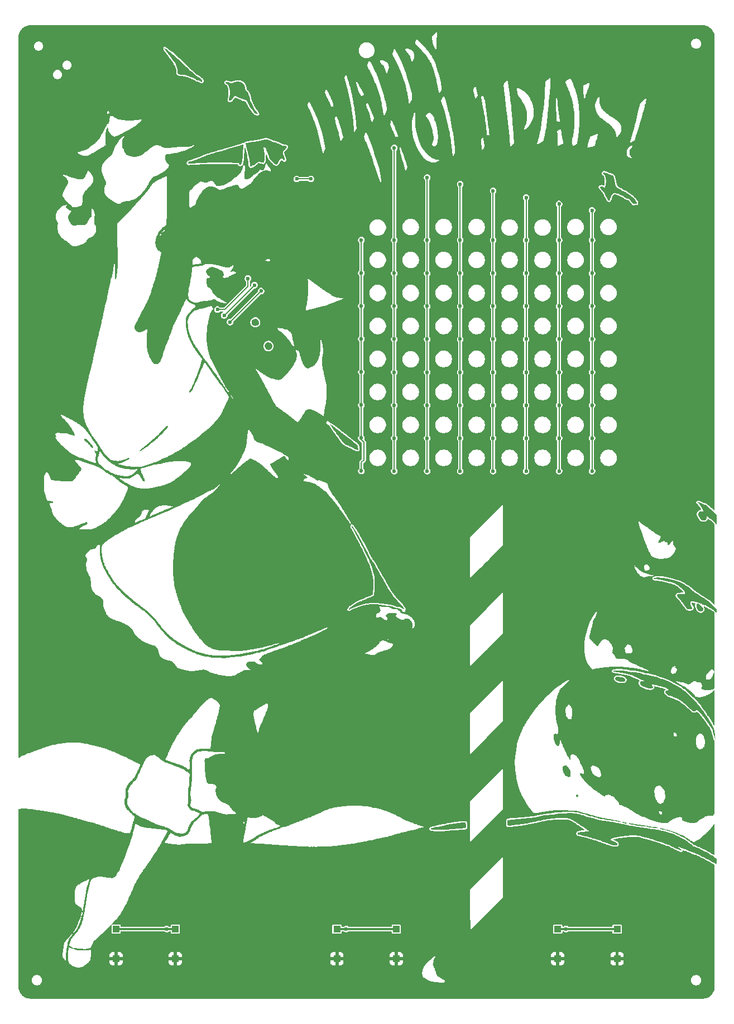
<source format=gtl>
%TF.GenerationSoftware,KiCad,Pcbnew,9.0.4*%
%TF.CreationDate,2025-09-01T02:23:13+01:00*%
%TF.ProjectId,Chirstmas-Card,43686972-7374-46d6-9173-2d436172642e,rev?*%
%TF.SameCoordinates,Original*%
%TF.FileFunction,Copper,L1,Top*%
%TF.FilePolarity,Positive*%
%FSLAX46Y46*%
G04 Gerber Fmt 4.6, Leading zero omitted, Abs format (unit mm)*
G04 Created by KiCad (PCBNEW 9.0.4) date 2025-09-01 02:23:13*
%MOMM*%
%LPD*%
G01*
G04 APERTURE LIST*
%TA.AperFunction,EtchedComponent*%
%ADD10C,0.000000*%
%TD*%
%TA.AperFunction,SMDPad,CuDef*%
%ADD11R,1.000000X1.000000*%
%TD*%
%TA.AperFunction,ViaPad*%
%ADD12C,0.600000*%
%TD*%
%TA.AperFunction,Conductor*%
%ADD13C,0.200000*%
%TD*%
%TA.AperFunction,Conductor*%
%ADD14C,0.300000*%
%TD*%
G04 APERTURE END LIST*
D10*
%TA.AperFunction,EtchedComponent*%
%TO.C,Art*%
G36*
X87132748Y-90458284D02*
G01*
X87107992Y-90483040D01*
X87083236Y-90458284D01*
X87107992Y-90433528D01*
X87132748Y-90458284D01*
G37*
%TD.AperFunction*%
%TA.AperFunction,EtchedComponent*%
G36*
X87273636Y-90552581D02*
G01*
X87326373Y-90598607D01*
X87330799Y-90609744D01*
X87307301Y-90630094D01*
X87258380Y-90584495D01*
X87251802Y-90574416D01*
X87245966Y-90540534D01*
X87273636Y-90552581D01*
G37*
%TD.AperFunction*%
%TA.AperFunction,EtchedComponent*%
G36*
X145902273Y-138397735D02*
G01*
X145904288Y-138411305D01*
X145887395Y-138459531D01*
X145882454Y-138460818D01*
X145840182Y-138426123D01*
X145830019Y-138411305D01*
X145833945Y-138365680D01*
X145851853Y-138361793D01*
X145902273Y-138397735D01*
G37*
%TD.AperFunction*%
%TA.AperFunction,EtchedComponent*%
G36*
X78364275Y-78315601D02*
G01*
X78463297Y-78380807D01*
X78609742Y-78554155D01*
X78677762Y-78746011D01*
X78676886Y-78940768D01*
X78616638Y-79122822D01*
X78506548Y-79276567D01*
X78356141Y-79386396D01*
X78174945Y-79436705D01*
X77972486Y-79411887D01*
X77862745Y-79364534D01*
X77702763Y-79227462D01*
X77602120Y-79038811D01*
X77563561Y-78825156D01*
X77589828Y-78613073D01*
X77683667Y-78429137D01*
X77758480Y-78354688D01*
X77943842Y-78267067D01*
X78157407Y-78254469D01*
X78364275Y-78315601D01*
G37*
%TD.AperFunction*%
%TA.AperFunction,EtchedComponent*%
G36*
X76355026Y-74733986D02*
G01*
X76503738Y-74855030D01*
X76615273Y-75028505D01*
X76675151Y-75231281D01*
X76668889Y-75440232D01*
X76664939Y-75457155D01*
X76584466Y-75591408D01*
X76432498Y-75698976D01*
X76235899Y-75764619D01*
X76099992Y-75777592D01*
X75931762Y-75759659D01*
X75804586Y-75691337D01*
X75744666Y-75636689D01*
X75610490Y-75445656D01*
X75563614Y-75245106D01*
X75596023Y-75052355D01*
X75699699Y-74884724D01*
X75866623Y-74759532D01*
X76088778Y-74694096D01*
X76183622Y-74688498D01*
X76355026Y-74733986D01*
G37*
%TD.AperFunction*%
%TA.AperFunction,EtchedComponent*%
G36*
X143524918Y-117989662D02*
G01*
X143697542Y-118110202D01*
X143852754Y-118277528D01*
X143975227Y-118481143D01*
X144045811Y-118691504D01*
X144054937Y-118820100D01*
X144003725Y-118922559D01*
X143954419Y-118976202D01*
X143791137Y-119083628D01*
X143615823Y-119093296D01*
X143431196Y-119005366D01*
X143352689Y-118940448D01*
X143240813Y-118802635D01*
X143143711Y-118622592D01*
X143069731Y-118426381D01*
X143027222Y-118240065D01*
X143024531Y-118089705D01*
X143055853Y-118013694D01*
X143188746Y-117930913D01*
X143350210Y-117926400D01*
X143524918Y-117989662D01*
G37*
%TD.AperFunction*%
%TA.AperFunction,EtchedComponent*%
G36*
X131571034Y-129029917D02*
G01*
X131831277Y-129100005D01*
X132045720Y-129190716D01*
X132074499Y-129207512D01*
X132198883Y-129328679D01*
X132243092Y-129473814D01*
X132202334Y-129617356D01*
X132160985Y-129668782D01*
X132059253Y-129715497D01*
X131887919Y-129739728D01*
X131673797Y-129741590D01*
X131443698Y-129721198D01*
X131224434Y-129678668D01*
X131174269Y-129664534D01*
X130942496Y-129567540D01*
X130787159Y-129448775D01*
X130709904Y-129321170D01*
X130712374Y-129197653D01*
X130796215Y-129091155D01*
X130963072Y-129014607D01*
X131088493Y-128990247D01*
X131308828Y-128990112D01*
X131571034Y-129029917D01*
G37*
%TD.AperFunction*%
%TA.AperFunction,EtchedComponent*%
G36*
X107630692Y-151103853D02*
G01*
X108051852Y-151111305D01*
X108066320Y-151495459D01*
X108072066Y-151688979D01*
X108067054Y-151806846D01*
X108044925Y-151872333D01*
X107999321Y-151908715D01*
X107947528Y-151930279D01*
X107856551Y-151949006D01*
X107685090Y-151970129D01*
X107451596Y-151991914D01*
X107174525Y-152012623D01*
X106893293Y-152029430D01*
X106584157Y-152046432D01*
X106293663Y-152063744D01*
X106042509Y-152080031D01*
X105851397Y-152093958D01*
X105749512Y-152103180D01*
X105343540Y-152147857D01*
X105008198Y-152180417D01*
X104716492Y-152201831D01*
X104441428Y-152213073D01*
X104156012Y-152215116D01*
X103833250Y-152208931D01*
X103446147Y-152195492D01*
X103323391Y-152190596D01*
X103068019Y-152176967D01*
X102896290Y-152157782D01*
X102792834Y-152128790D01*
X102742277Y-152085743D01*
X102729239Y-152026347D01*
X102753648Y-151953825D01*
X102843219Y-151928977D01*
X102874554Y-151928265D01*
X103026893Y-151912454D01*
X103137206Y-151883653D01*
X103255183Y-151848639D01*
X103467263Y-151797162D01*
X103770030Y-151729969D01*
X104160069Y-151647809D01*
X104633964Y-151551431D01*
X104858284Y-151506673D01*
X105120817Y-151454467D01*
X105372980Y-151404170D01*
X105585449Y-151361640D01*
X105724756Y-151333578D01*
X105918536Y-151297937D01*
X106111212Y-151268077D01*
X106170370Y-151260531D01*
X106313940Y-151241344D01*
X106516452Y-151211000D01*
X106739293Y-151175334D01*
X106788977Y-151167056D01*
X107056401Y-151132699D01*
X107356662Y-151110000D01*
X107625691Y-151103770D01*
X107630692Y-151103853D01*
G37*
%TD.AperFunction*%
%TA.AperFunction,EtchedComponent*%
G36*
X87606424Y-90753804D02*
G01*
X87671773Y-90799792D01*
X87756081Y-90861803D01*
X87801227Y-90879142D01*
X87856630Y-90909331D01*
X87964038Y-90988959D01*
X88101496Y-91101619D01*
X88119161Y-91116745D01*
X88285162Y-91255169D01*
X88449051Y-91384674D01*
X88568616Y-91472452D01*
X88721207Y-91583584D01*
X88883628Y-91711995D01*
X88919820Y-91742353D01*
X89105141Y-91898704D01*
X89229302Y-91998587D01*
X89304883Y-92051625D01*
X89344467Y-92067443D01*
X89344853Y-92067446D01*
X89402093Y-92098211D01*
X89455690Y-92144391D01*
X89532290Y-92211006D01*
X89662003Y-92315735D01*
X89818592Y-92437454D01*
X89840108Y-92453845D01*
X90047072Y-92612687D01*
X90285045Y-92797885D01*
X90539134Y-92997575D01*
X90794447Y-93199891D01*
X91036089Y-93392965D01*
X91249168Y-93564934D01*
X91418791Y-93703929D01*
X91530065Y-93798086D01*
X91551754Y-93817586D01*
X91643964Y-93927361D01*
X91682636Y-94055724D01*
X91687914Y-94166448D01*
X91698570Y-94307527D01*
X91725432Y-94403134D01*
X91739831Y-94420784D01*
X91761109Y-94474351D01*
X91719149Y-94538092D01*
X91640907Y-94581307D01*
X91595204Y-94585507D01*
X91516233Y-94561393D01*
X91374448Y-94503083D01*
X91195280Y-94421312D01*
X91118518Y-94384280D01*
X90910839Y-94283156D01*
X90711029Y-94186991D01*
X90554705Y-94112900D01*
X90524366Y-94098804D01*
X90188405Y-93941174D01*
X89924965Y-93806951D01*
X89715511Y-93680616D01*
X89541508Y-93546653D01*
X89384422Y-93389546D01*
X89225717Y-93193779D01*
X89046860Y-92943834D01*
X88916023Y-92752355D01*
X88751981Y-92515408D01*
X88571188Y-92262212D01*
X88401748Y-92031833D01*
X88325740Y-91931802D01*
X88137644Y-91682761D01*
X87961002Y-91438512D01*
X87804274Y-91211883D01*
X87675920Y-91015705D01*
X87584399Y-90862807D01*
X87538171Y-90766018D01*
X87538476Y-90737901D01*
X87606424Y-90753804D01*
G37*
%TD.AperFunction*%
%TA.AperFunction,EtchedComponent*%
G36*
X143393406Y-102548686D02*
G01*
X143557044Y-102596026D01*
X143724837Y-102659192D01*
X143868215Y-102729594D01*
X143897375Y-102747633D01*
X144054139Y-102830776D01*
X144211148Y-102884017D01*
X144256361Y-102891401D01*
X144403539Y-102933447D01*
X144579589Y-103023012D01*
X144749299Y-103137805D01*
X144877459Y-103255537D01*
X144914760Y-103308177D01*
X144994558Y-103398713D01*
X145114094Y-103481154D01*
X145114706Y-103481471D01*
X145207894Y-103546790D01*
X145349318Y-103666451D01*
X145519117Y-103822899D01*
X145682634Y-103983533D01*
X146102339Y-104408945D01*
X146102339Y-105145213D01*
X146101556Y-105401928D01*
X146099399Y-105618907D01*
X146096157Y-105779135D01*
X146092118Y-105865595D01*
X146089961Y-105875889D01*
X146053132Y-105839475D01*
X145966257Y-105747689D01*
X145846071Y-105618275D01*
X145808728Y-105577712D01*
X145634553Y-105404677D01*
X145437915Y-105233943D01*
X145264089Y-105104369D01*
X145089242Y-104984416D01*
X144921657Y-104860725D01*
X144824423Y-104782548D01*
X144694605Y-104692597D01*
X144609519Y-104679211D01*
X144577439Y-104741224D01*
X144587539Y-104816005D01*
X144575362Y-104954109D01*
X144503261Y-105095301D01*
X144413973Y-105205037D01*
X144313019Y-105257425D01*
X144169702Y-105276040D01*
X143931754Y-105254642D01*
X143793833Y-105193898D01*
X143664484Y-105076936D01*
X143530313Y-104896483D01*
X143410991Y-104684996D01*
X143326189Y-104474934D01*
X143303708Y-104385155D01*
X143290994Y-104258172D01*
X143322200Y-104163925D01*
X143413444Y-104057166D01*
X143424503Y-104046046D01*
X143538583Y-103947067D01*
X143643506Y-103908718D01*
X143788712Y-103912410D01*
X143942454Y-103934958D01*
X144064987Y-103964675D01*
X144086297Y-103972732D01*
X144121553Y-103974388D01*
X144117914Y-103923961D01*
X144072023Y-103809563D01*
X143994220Y-103646944D01*
X143824208Y-103322571D01*
X143659293Y-103044789D01*
X143507690Y-102825714D01*
X143377613Y-102677465D01*
X143297568Y-102619325D01*
X143213147Y-102570231D01*
X143192879Y-102535840D01*
X143262495Y-102525761D01*
X143393406Y-102548686D01*
G37*
%TD.AperFunction*%
%TA.AperFunction,EtchedComponent*%
G36*
X62424354Y-33673788D02*
G01*
X62425926Y-33684060D01*
X62465857Y-33732899D01*
X62548337Y-33781399D01*
X62647900Y-33839878D01*
X62792747Y-33940311D01*
X62952055Y-34061294D01*
X62956817Y-34065082D01*
X63127380Y-34200646D01*
X63293442Y-34332107D01*
X63412344Y-34425734D01*
X63672752Y-34633422D01*
X63923501Y-34842036D01*
X64177872Y-35063620D01*
X64449149Y-35310216D01*
X64750612Y-35593870D01*
X65095546Y-35926624D01*
X65442585Y-36266666D01*
X65691289Y-36510948D01*
X65922478Y-36736756D01*
X66124951Y-36933250D01*
X66287508Y-37089592D01*
X66398946Y-37194940D01*
X66441272Y-37233156D01*
X66843967Y-37566402D01*
X67190679Y-37842148D01*
X67476016Y-38056187D01*
X67649512Y-38175653D01*
X67843377Y-38304557D01*
X67968252Y-38398465D01*
X68039850Y-38473686D01*
X68073882Y-38546524D01*
X68085729Y-38628400D01*
X68071189Y-38736095D01*
X68003043Y-38775727D01*
X67874203Y-38748066D01*
X67706831Y-38669653D01*
X67561383Y-38598818D01*
X67444538Y-38553350D01*
X67401508Y-38544249D01*
X67323394Y-38520388D01*
X67193546Y-38458702D01*
X67080117Y-38395711D01*
X66942210Y-38316337D01*
X66842275Y-38262441D01*
X66807085Y-38247173D01*
X66754343Y-38228205D01*
X66639162Y-38179023D01*
X66519455Y-38125264D01*
X65935985Y-37896185D01*
X65379309Y-37756222D01*
X64995753Y-37709494D01*
X64733661Y-37687529D01*
X64554834Y-37655290D01*
X64443522Y-37601390D01*
X64383969Y-37514444D01*
X64360425Y-37383068D01*
X64356920Y-37247782D01*
X64334080Y-36952157D01*
X64261564Y-36649836D01*
X64133376Y-36325315D01*
X63943520Y-35963093D01*
X63718993Y-35598245D01*
X63587811Y-35403210D01*
X63428036Y-35176736D01*
X63252409Y-34935685D01*
X63073670Y-34696921D01*
X62904561Y-34477307D01*
X62757820Y-34293706D01*
X62646191Y-34162981D01*
X62596610Y-34112697D01*
X62536051Y-34037950D01*
X62469462Y-33925037D01*
X62410388Y-33802753D01*
X62372377Y-33699892D01*
X62368974Y-33645250D01*
X62375407Y-33642495D01*
X62424354Y-33673788D01*
G37*
%TD.AperFunction*%
%TA.AperFunction,EtchedComponent*%
G36*
X73451281Y-38741448D02*
G01*
X73613759Y-38741848D01*
X73655404Y-38741997D01*
X73928438Y-38789495D01*
X74174334Y-38918411D01*
X74375806Y-39111632D01*
X74515567Y-39352041D01*
X74576329Y-39622523D01*
X74577472Y-39654896D01*
X74597579Y-39849566D01*
X74663378Y-40005325D01*
X74723323Y-40091520D01*
X74815416Y-40201199D01*
X74887177Y-40267851D01*
X74907491Y-40277192D01*
X74963661Y-40321865D01*
X75034919Y-40442024D01*
X75113166Y-40616885D01*
X75190307Y-40825661D01*
X75258243Y-41047567D01*
X75308878Y-41261817D01*
X75322897Y-41343570D01*
X75363044Y-41561293D01*
X75410670Y-41737095D01*
X75458443Y-41844801D01*
X75465966Y-41854363D01*
X75528638Y-41938417D01*
X75546783Y-41983630D01*
X75570620Y-42063776D01*
X75633935Y-42205446D01*
X75724434Y-42385749D01*
X75829822Y-42581796D01*
X75937804Y-42770696D01*
X76036086Y-42929559D01*
X76110670Y-43033482D01*
X76237366Y-43199473D01*
X76362938Y-43387065D01*
X76398320Y-43446003D01*
X76526523Y-43668810D01*
X76391394Y-43678556D01*
X76234353Y-43642350D01*
X76110741Y-43554774D01*
X75958708Y-43394662D01*
X75774541Y-43168583D01*
X75573408Y-42897566D01*
X75370478Y-42602639D01*
X75180919Y-42304834D01*
X75059493Y-42097331D01*
X74779337Y-41596461D01*
X74383236Y-41463887D01*
X74142639Y-41378629D01*
X73889817Y-41278500D01*
X73601842Y-41153855D01*
X73255784Y-40995051D01*
X73145419Y-40943179D01*
X73039038Y-40900876D01*
X72981215Y-40909978D01*
X72947368Y-40951611D01*
X72882450Y-41038335D01*
X72784465Y-41153569D01*
X72760896Y-41179640D01*
X72647003Y-41317153D01*
X72549050Y-41456344D01*
X72539755Y-41471652D01*
X72421726Y-41609606D01*
X72287002Y-41650570D01*
X72206364Y-41632587D01*
X72150096Y-41587949D01*
X72139819Y-41496558D01*
X72149828Y-41421035D01*
X72206057Y-41039412D01*
X72243983Y-40680152D01*
X72262009Y-40365020D01*
X72258539Y-40115781D01*
X72251017Y-40041149D01*
X72228173Y-39876420D01*
X72211959Y-39776857D01*
X72194728Y-39709639D01*
X72168833Y-39641940D01*
X72144523Y-39584015D01*
X72090327Y-39454554D01*
X72024873Y-39298081D01*
X72015085Y-39274672D01*
X71915397Y-39116987D01*
X71798771Y-39028116D01*
X71657366Y-38946614D01*
X71604600Y-38872750D01*
X71640694Y-38817627D01*
X71765870Y-38792346D01*
X71794037Y-38791812D01*
X71924345Y-38808935D01*
X72101138Y-38853146D01*
X72235546Y-38897041D01*
X72399109Y-38953395D01*
X72506031Y-38975195D01*
X72591733Y-38964354D01*
X72691640Y-38922786D01*
X72693726Y-38921797D01*
X72827376Y-38868322D01*
X72934470Y-38841919D01*
X72945728Y-38841325D01*
X73057780Y-38818420D01*
X73121293Y-38791475D01*
X73248812Y-38750079D01*
X73328467Y-38741400D01*
X73451281Y-38741448D01*
G37*
%TD.AperFunction*%
%TA.AperFunction,EtchedComponent*%
G36*
X74293311Y-48266085D02*
G01*
X74300250Y-48323332D01*
X74300430Y-48462836D01*
X74294777Y-48668127D01*
X74284220Y-48922736D01*
X74269685Y-49210191D01*
X74252101Y-49514025D01*
X74232395Y-49817767D01*
X74211494Y-50104947D01*
X74190326Y-50359096D01*
X74169820Y-50563744D01*
X74159039Y-50650097D01*
X74128382Y-50839136D01*
X74094726Y-50999666D01*
X74065798Y-51095711D01*
X74015001Y-51219585D01*
X73993178Y-51281383D01*
X73928142Y-51352340D01*
X73825313Y-51361701D01*
X73726335Y-51306993D01*
X73718098Y-51297718D01*
X73664991Y-51189643D01*
X73651986Y-51124424D01*
X73627933Y-51040151D01*
X73562082Y-51029704D01*
X73464526Y-51072413D01*
X73359496Y-51095965D01*
X73175064Y-51093610D01*
X72938853Y-51069896D01*
X72749939Y-51053125D01*
X72486696Y-51039044D01*
X72173804Y-51028494D01*
X71835940Y-51022319D01*
X71514833Y-51021270D01*
X71205323Y-51022442D01*
X70925052Y-51022858D01*
X70690847Y-51022545D01*
X70519537Y-51021530D01*
X70427949Y-51019840D01*
X70422222Y-51019536D01*
X70388727Y-51017208D01*
X70357765Y-51015506D01*
X70317571Y-51014628D01*
X70256379Y-51014771D01*
X70162426Y-51016130D01*
X70023944Y-51018902D01*
X69829171Y-51023284D01*
X69566340Y-51029472D01*
X69223686Y-51037664D01*
X68961598Y-51043940D01*
X68582041Y-51054464D01*
X68196467Y-51067728D01*
X67828587Y-51082731D01*
X67502112Y-51098471D01*
X67240753Y-51113948D01*
X67154386Y-51120265D01*
X66883160Y-51140800D01*
X66611668Y-51159550D01*
X66375478Y-51174153D01*
X66238401Y-51181152D01*
X66065474Y-51186338D01*
X65969096Y-51178646D01*
X65926958Y-51150890D01*
X65916748Y-51095880D01*
X65916569Y-51077470D01*
X65925992Y-51019420D01*
X65966034Y-50972751D01*
X66054357Y-50927527D01*
X66208621Y-50873813D01*
X66362183Y-50826773D01*
X67160718Y-50561288D01*
X67964759Y-50244304D01*
X68169395Y-50155273D01*
X68433378Y-50044921D01*
X68728250Y-49932356D01*
X69002950Y-49836783D01*
X69085380Y-49810750D01*
X69288713Y-49748368D01*
X69461021Y-49694557D01*
X69576749Y-49657341D01*
X69605263Y-49647517D01*
X69712123Y-49617664D01*
X69802728Y-49599445D01*
X69938550Y-49563431D01*
X70075048Y-49511081D01*
X70188881Y-49470165D01*
X70369011Y-49417431D01*
X70584854Y-49361542D01*
X70694542Y-49335594D01*
X70924554Y-49280021D01*
X71141561Y-49222421D01*
X71311316Y-49172079D01*
X71362963Y-49154343D01*
X71504702Y-49104353D01*
X71615071Y-49070165D01*
X71635282Y-49065233D01*
X71725333Y-49041176D01*
X71866096Y-48998396D01*
X71932358Y-48977142D01*
X72142400Y-48910950D01*
X72416525Y-48827880D01*
X72723307Y-48737213D01*
X73031322Y-48648233D01*
X73309147Y-48570224D01*
X73318713Y-48567593D01*
X73489656Y-48518728D01*
X73623785Y-48476902D01*
X73690058Y-48452034D01*
X73779018Y-48421406D01*
X73832469Y-48410438D01*
X73938830Y-48379860D01*
X74076488Y-48324118D01*
X74094181Y-48315876D01*
X74210434Y-48271354D01*
X74285559Y-48262059D01*
X74293311Y-48266085D01*
G37*
%TD.AperFunction*%
%TA.AperFunction,EtchedComponent*%
G36*
X129182503Y-52526549D02*
G01*
X129210266Y-52561058D01*
X129266165Y-52593703D01*
X129365120Y-52605847D01*
X129489085Y-52630517D01*
X129564020Y-52678806D01*
X129651353Y-52736170D01*
X129785579Y-52780688D01*
X129805267Y-52784623D01*
X129965949Y-52827338D01*
X130148376Y-52894246D01*
X130202372Y-52917978D01*
X130327751Y-52989545D01*
X130423244Y-53082725D01*
X130496897Y-53214471D01*
X130556759Y-53401733D01*
X130610878Y-53661460D01*
X130641293Y-53842487D01*
X130685787Y-54076480D01*
X130740414Y-54299010D01*
X130795915Y-54474153D01*
X130817078Y-54524563D01*
X130903738Y-54663286D01*
X131022013Y-54801295D01*
X131146864Y-54913996D01*
X131253249Y-54976793D01*
X131283253Y-54982456D01*
X131346523Y-55008146D01*
X131455929Y-55072604D01*
X131501395Y-55102607D01*
X131838532Y-55309087D01*
X132148792Y-55448873D01*
X132226413Y-55475424D01*
X132353039Y-55524483D01*
X132428037Y-55569825D01*
X132436842Y-55584533D01*
X132474895Y-55624806D01*
X132487513Y-55626120D01*
X132548640Y-55652627D01*
X132669010Y-55723490D01*
X132827133Y-55825727D01*
X132902229Y-55876684D01*
X133127060Y-56047708D01*
X133346650Y-56243847D01*
X133550635Y-56452223D01*
X133728649Y-56659954D01*
X133870330Y-56854160D01*
X133965312Y-57021962D01*
X134003231Y-57150478D01*
X133982672Y-57219394D01*
X133908845Y-57256942D01*
X133827374Y-57224625D01*
X133731491Y-57193605D01*
X133642938Y-57236669D01*
X133553793Y-57291645D01*
X133481156Y-57291543D01*
X133403609Y-57226367D01*
X133299736Y-57086121D01*
X133290069Y-57071977D01*
X133096918Y-56808314D01*
X132935026Y-56631748D01*
X132799217Y-56537302D01*
X132713477Y-56517348D01*
X132603813Y-56499030D01*
X132455332Y-56439755D01*
X132254203Y-56333047D01*
X132015984Y-56190630D01*
X131858113Y-56097252D01*
X131706314Y-56013810D01*
X131669395Y-55995008D01*
X131542550Y-55929923D01*
X131446588Y-55876582D01*
X131344188Y-55829423D01*
X131182167Y-55769561D01*
X130996776Y-55709097D01*
X130824262Y-55660134D01*
X130741667Y-55641243D01*
X130513265Y-55635804D01*
X130330158Y-55717260D01*
X130191148Y-55886574D01*
X130095038Y-56144712D01*
X130089862Y-56166236D01*
X130037070Y-56353161D01*
X129974487Y-56519529D01*
X129929112Y-56607084D01*
X129870649Y-56709536D01*
X129850780Y-56775570D01*
X129851172Y-56777290D01*
X129837061Y-56812293D01*
X129752430Y-56784824D01*
X129716085Y-56766218D01*
X129635158Y-56683097D01*
X129594313Y-56591720D01*
X129546643Y-56481680D01*
X129458487Y-56335435D01*
X129390567Y-56240033D01*
X129296031Y-56103702D01*
X129233540Y-55989658D01*
X129218518Y-55939265D01*
X129192117Y-55824417D01*
X129126779Y-55672559D01*
X129043302Y-55525660D01*
X128965193Y-55428070D01*
X128869407Y-55333759D01*
X128748955Y-55203671D01*
X128621700Y-55058719D01*
X128505505Y-54919814D01*
X128418233Y-54807871D01*
X128377748Y-54743803D01*
X128376803Y-54739212D01*
X128418494Y-54694448D01*
X128519833Y-54645295D01*
X128529568Y-54641812D01*
X128677106Y-54614490D01*
X128829171Y-54650197D01*
X128851401Y-54659199D01*
X128961770Y-54718013D01*
X129018461Y-54773046D01*
X129020468Y-54781878D01*
X129060009Y-54829217D01*
X129087959Y-54833918D01*
X129146265Y-54788053D01*
X129204240Y-54664755D01*
X129256116Y-54485464D01*
X129296124Y-54271622D01*
X129318495Y-54044671D01*
X129321072Y-53967446D01*
X129311768Y-53723764D01*
X129282476Y-53454281D01*
X129251404Y-53276128D01*
X129200575Y-53075628D01*
X129143359Y-52941563D01*
X129063740Y-52841809D01*
X129011930Y-52795917D01*
X128910667Y-52702297D01*
X128879635Y-52634872D01*
X128902629Y-52571251D01*
X128980951Y-52514654D01*
X129089681Y-52499241D01*
X129182503Y-52526549D01*
G37*
%TD.AperFunction*%
%TA.AperFunction,EtchedComponent*%
G36*
X137651348Y-113957716D02*
G01*
X137959537Y-113984908D01*
X138243700Y-114026447D01*
X138328850Y-114043375D01*
X138596674Y-114103861D01*
X138919613Y-114181128D01*
X139266748Y-114267377D01*
X139607160Y-114354809D01*
X139909929Y-114435625D01*
X140126446Y-114496778D01*
X140412132Y-114601489D01*
X140746751Y-114756734D01*
X141106255Y-114948314D01*
X141466592Y-115162029D01*
X141803714Y-115383679D01*
X142093571Y-115599066D01*
X142296168Y-115777831D01*
X142413755Y-115883434D01*
X142577764Y-116016487D01*
X142758410Y-116154309D01*
X142925905Y-116274220D01*
X143050463Y-116353542D01*
X143056840Y-116357007D01*
X143248964Y-116463395D01*
X143368609Y-116540280D01*
X143433357Y-116599331D01*
X143443688Y-116613701D01*
X143509580Y-116672428D01*
X143629783Y-116748478D01*
X143691251Y-116781487D01*
X143814584Y-116849305D01*
X143978156Y-116946066D01*
X144159648Y-117057688D01*
X144336740Y-117170088D01*
X144487112Y-117269185D01*
X144588444Y-117340894D01*
X144616959Y-117365552D01*
X144672020Y-117410122D01*
X144774277Y-117479907D01*
X144790253Y-117490174D01*
X144922076Y-117583763D01*
X145082222Y-117716304D01*
X145281227Y-117897246D01*
X145529628Y-118136037D01*
X145717185Y-118321387D01*
X146102339Y-118704957D01*
X146102339Y-118977430D01*
X146100304Y-119126542D01*
X146095056Y-119225284D01*
X146089961Y-119249368D01*
X146050615Y-119217824D01*
X145961522Y-119136716D01*
X145871211Y-119051456D01*
X145726699Y-118933131D01*
X145530343Y-118798017D01*
X145319818Y-118671666D01*
X145277059Y-118648491D01*
X145060360Y-118529908D01*
X144840342Y-118403481D01*
X144658949Y-118293417D01*
X144633324Y-118277008D01*
X144474015Y-118187346D01*
X144326821Y-118127107D01*
X144246040Y-118111111D01*
X144123698Y-118086418D01*
X143969533Y-118024207D01*
X143907842Y-117991432D01*
X143728900Y-117906483D01*
X143480620Y-117813590D01*
X143191251Y-117721630D01*
X142889042Y-117639478D01*
X142602241Y-117576009D01*
X142562183Y-117568628D01*
X142366657Y-117544253D01*
X142242746Y-117565396D01*
X142168345Y-117645599D01*
X142121349Y-117798406D01*
X142112279Y-117844246D01*
X142108954Y-117986406D01*
X142168609Y-118122171D01*
X142201426Y-118169855D01*
X142342820Y-118387314D01*
X142405337Y-118548502D01*
X142387199Y-118659290D01*
X142286628Y-118725549D01*
X142101848Y-118753149D01*
X142024347Y-118754775D01*
X141845814Y-118749777D01*
X141730722Y-118727074D01*
X141643677Y-118675104D01*
X141572978Y-118607332D01*
X141449128Y-118461502D01*
X141336825Y-118303947D01*
X141328530Y-118290583D01*
X141241728Y-118160799D01*
X141120492Y-117994712D01*
X141013178Y-117856252D01*
X140867177Y-117673177D01*
X140699691Y-117462146D01*
X140567563Y-117294937D01*
X140431993Y-117126745D01*
X140299713Y-116969018D01*
X140199053Y-116855525D01*
X140197953Y-116854357D01*
X140092734Y-116721189D01*
X140062097Y-116617999D01*
X140110815Y-116541261D01*
X140243657Y-116487449D01*
X140465394Y-116453036D01*
X140765326Y-116435012D01*
X141306424Y-116416492D01*
X141271978Y-116211657D01*
X141234275Y-116070170D01*
X141163273Y-115935111D01*
X141046532Y-115791012D01*
X140871610Y-115622403D01*
X140638661Y-115424156D01*
X140347943Y-115203086D01*
X140054759Y-115021637D01*
X139728375Y-114863187D01*
X139338059Y-114711112D01*
X139286674Y-114692926D01*
X139074693Y-114626761D01*
X138800728Y-114553325D01*
X138485610Y-114476988D01*
X138150168Y-114402120D01*
X137815230Y-114333092D01*
X137501626Y-114274273D01*
X137230184Y-114230033D01*
X137021735Y-114204744D01*
X136939580Y-114200485D01*
X136779435Y-114184762D01*
X136648264Y-114146389D01*
X136617748Y-114129039D01*
X136557774Y-114077485D01*
X136572282Y-114043592D01*
X136664499Y-114003935D01*
X136825709Y-113967980D01*
X137060125Y-113948676D01*
X137343441Y-113945447D01*
X137651348Y-113957716D01*
G37*
%TD.AperFunction*%
%TA.AperFunction,EtchedComponent*%
G36*
X77881302Y-47519498D02*
G01*
X78004248Y-47553828D01*
X78166964Y-47606771D01*
X78342025Y-47668385D01*
X78502006Y-47728722D01*
X78619483Y-47777839D01*
X78666082Y-47804075D01*
X78723226Y-47832220D01*
X78848492Y-47875584D01*
X79005574Y-47922156D01*
X79229205Y-47993592D01*
X79475863Y-48086482D01*
X79632491Y-48153751D01*
X79794423Y-48226024D01*
X79921564Y-48277842D01*
X79986951Y-48298233D01*
X79987537Y-48298245D01*
X80056092Y-48324197D01*
X80144893Y-48378437D01*
X80268124Y-48429506D01*
X80442729Y-48460752D01*
X80514876Y-48465180D01*
X80730346Y-48486313D01*
X80857450Y-48539062D01*
X80896809Y-48627446D01*
X80849047Y-48755479D01*
X80714784Y-48927178D01*
X80604120Y-49041851D01*
X80464849Y-49188485D01*
X80354514Y-49321552D01*
X80292532Y-49417153D01*
X80286873Y-49432374D01*
X80290597Y-49540952D01*
X80333144Y-49684704D01*
X80352707Y-49729033D01*
X80423368Y-49903712D01*
X80485174Y-50102482D01*
X80498275Y-50155974D01*
X80539094Y-50314053D01*
X80581259Y-50441431D01*
X80596773Y-50476237D01*
X80609543Y-50592208D01*
X80581288Y-50646205D01*
X80540167Y-50686404D01*
X80490337Y-50680982D01*
X80410776Y-50620504D01*
X80309797Y-50524384D01*
X80166464Y-50405498D01*
X80050414Y-50350214D01*
X79975176Y-50362233D01*
X79953411Y-50426895D01*
X79926306Y-50489863D01*
X79855170Y-50609722D01*
X79755270Y-50764058D01*
X79641871Y-50930454D01*
X79530240Y-51086494D01*
X79435644Y-51209762D01*
X79374512Y-51276892D01*
X79301755Y-51305971D01*
X79195338Y-51280339D01*
X79134074Y-51253086D01*
X79024018Y-51189955D01*
X78965877Y-51135835D01*
X78963158Y-51126537D01*
X78929866Y-51074138D01*
X78840719Y-50971666D01*
X78711810Y-50837091D01*
X78640947Y-50766770D01*
X78445928Y-50560719D01*
X78316081Y-50382156D01*
X78232968Y-50205507D01*
X78229783Y-50196480D01*
X78170242Y-50040275D01*
X78114321Y-49917675D01*
X78088451Y-49874648D01*
X78037467Y-49777336D01*
X78004092Y-49674405D01*
X77959596Y-49523024D01*
X77915558Y-49402086D01*
X77868209Y-49280207D01*
X77804101Y-49107713D01*
X77753126Y-48966666D01*
X77688052Y-48800230D01*
X77631396Y-48707014D01*
X77565922Y-48664594D01*
X77512720Y-48653896D01*
X77407738Y-48659901D01*
X77356218Y-48716467D01*
X77355807Y-48835051D01*
X77404149Y-49027111D01*
X77423538Y-49087835D01*
X77477204Y-49304049D01*
X77513398Y-49559604D01*
X77532891Y-49837485D01*
X77536457Y-50120676D01*
X77524868Y-50392162D01*
X77498897Y-50634927D01*
X77459317Y-50831955D01*
X77406900Y-50966233D01*
X77342419Y-51020743D01*
X77335740Y-51021155D01*
X77232145Y-51012039D01*
X77067616Y-50989033D01*
X76878252Y-50957997D01*
X76700152Y-50924793D01*
X76584080Y-50899115D01*
X76477222Y-50894658D01*
X76406018Y-50964973D01*
X76394527Y-50985422D01*
X76305723Y-51095834D01*
X76188370Y-51188088D01*
X76067376Y-51267670D01*
X75978521Y-51339467D01*
X75898218Y-51397655D01*
X75768875Y-51471935D01*
X75625043Y-51544682D01*
X75501272Y-51598270D01*
X75437233Y-51615594D01*
X75391304Y-51574716D01*
X75347507Y-51488589D01*
X75309702Y-51342876D01*
X75299220Y-51239690D01*
X75287531Y-51084630D01*
X75255023Y-50852011D01*
X75205535Y-50560177D01*
X75142907Y-50227474D01*
X75070977Y-49872249D01*
X74993586Y-49512847D01*
X74914572Y-49167614D01*
X74837774Y-48854896D01*
X74767032Y-48593039D01*
X74706185Y-48400388D01*
X74703483Y-48392934D01*
X74655270Y-48246426D01*
X74630638Y-48141330D01*
X74631891Y-48107355D01*
X74690968Y-48084223D01*
X74819072Y-48049399D01*
X74987886Y-48009365D01*
X75169094Y-47970602D01*
X75334378Y-47939593D01*
X75423002Y-47926270D01*
X75573493Y-47905573D01*
X75780712Y-47874372D01*
X76024591Y-47835994D01*
X76285059Y-47793763D01*
X76542049Y-47751007D01*
X76775492Y-47711052D01*
X76965317Y-47677223D01*
X77091457Y-47652847D01*
X77131189Y-47643162D01*
X77289456Y-47596364D01*
X77480477Y-47555531D01*
X77669121Y-47526457D01*
X77820253Y-47514933D01*
X77881302Y-47519498D01*
G37*
%TD.AperFunction*%
%TA.AperFunction,EtchedComponent*%
G36*
X90844579Y-106119421D02*
G01*
X90920912Y-106223171D01*
X90995122Y-106344909D01*
X91092477Y-106503626D01*
X91187952Y-106637187D01*
X91243108Y-106699172D01*
X91316537Y-106780428D01*
X91341325Y-106831900D01*
X91367215Y-106899582D01*
X91429953Y-107003698D01*
X91434215Y-107009899D01*
X91492812Y-107103287D01*
X91590103Y-107268213D01*
X91717366Y-107489281D01*
X91865877Y-107751096D01*
X92026914Y-108038262D01*
X92191752Y-108335384D01*
X92351670Y-108627064D01*
X92379882Y-108678947D01*
X92638754Y-109156826D01*
X92854941Y-109558557D01*
X93033900Y-109894530D01*
X93181089Y-110175131D01*
X93301967Y-110410749D01*
X93401990Y-110611770D01*
X93472464Y-110758479D01*
X93568442Y-110952179D01*
X93656100Y-111111879D01*
X93723136Y-111216001D01*
X93748734Y-111243059D01*
X93807530Y-111306084D01*
X93905503Y-111443818D01*
X94034573Y-111643950D01*
X94186660Y-111894168D01*
X94275531Y-112045808D01*
X94346042Y-112161780D01*
X94417967Y-112274204D01*
X94481636Y-112379107D01*
X94573716Y-112540579D01*
X94676558Y-112727529D01*
X94699057Y-112769330D01*
X94801472Y-112956974D01*
X94936364Y-113199222D01*
X95086367Y-113465110D01*
X95234120Y-113723674D01*
X95237325Y-113729239D01*
X95388495Y-113994716D01*
X95545512Y-114275612D01*
X95689600Y-114538052D01*
X95799935Y-114744249D01*
X95898481Y-114927138D01*
X95982662Y-115073580D01*
X96040617Y-115163428D01*
X96057407Y-115181611D01*
X96094514Y-115237745D01*
X96094542Y-115239342D01*
X96119506Y-115292492D01*
X96186508Y-115409727D01*
X96283707Y-115572047D01*
X96399264Y-115760452D01*
X96521340Y-115955939D01*
X96638095Y-116139509D01*
X96737691Y-116292160D01*
X96808287Y-116394893D01*
X96834990Y-116427680D01*
X96879182Y-116482723D01*
X96948893Y-116586937D01*
X96964243Y-116611437D01*
X97027544Y-116696235D01*
X97146363Y-116839516D01*
X97308653Y-117027369D01*
X97502367Y-117245879D01*
X97715459Y-117481136D01*
X97748864Y-117517569D01*
X98080563Y-117884104D01*
X98341441Y-118184409D01*
X98532797Y-118420111D01*
X98655931Y-118592838D01*
X98712139Y-118704217D01*
X98716237Y-118730019D01*
X98691889Y-118735822D01*
X98646164Y-118687926D01*
X98575644Y-118627342D01*
X98531346Y-118624390D01*
X98466935Y-118615172D01*
X98360543Y-118558226D01*
X98320382Y-118530323D01*
X98177552Y-118448617D01*
X98013654Y-118412982D01*
X97888056Y-118408187D01*
X97657781Y-118385049D01*
X97405582Y-118309705D01*
X97267707Y-118253004D01*
X96953542Y-118140144D01*
X96589225Y-118059248D01*
X96392936Y-118030129D01*
X96113823Y-117993606D01*
X95786206Y-117950323D01*
X95459705Y-117906852D01*
X95282689Y-117883103D01*
X94483253Y-117809789D01*
X93720684Y-117813367D01*
X92978411Y-117896430D01*
X92239865Y-118061573D01*
X91488473Y-118311389D01*
X90865730Y-118574523D01*
X90661869Y-118666894D01*
X90491995Y-118741529D01*
X90375665Y-118789987D01*
X90333469Y-118804288D01*
X90306780Y-118763040D01*
X90301559Y-118713343D01*
X90344663Y-118633946D01*
X90467717Y-118520649D01*
X90635770Y-118399186D01*
X90995712Y-118159664D01*
X91280347Y-117972332D01*
X91495926Y-117833222D01*
X91648704Y-117738363D01*
X91744934Y-117683788D01*
X91790869Y-117665528D01*
X91791837Y-117665496D01*
X91848962Y-117646774D01*
X91981013Y-117595072D01*
X92172187Y-117517093D01*
X92406681Y-117419535D01*
X92668692Y-117309099D01*
X92942418Y-117192485D01*
X93212057Y-117076394D01*
X93461805Y-116967526D01*
X93675860Y-116872581D01*
X93838419Y-116798259D01*
X93849027Y-116793262D01*
X94031075Y-116686963D01*
X94123610Y-116584063D01*
X94131186Y-116562641D01*
X94167233Y-116356303D01*
X94195653Y-116073080D01*
X94216155Y-115734841D01*
X94228449Y-115363455D01*
X94232242Y-114980791D01*
X94227244Y-114608717D01*
X94213164Y-114269101D01*
X94189711Y-113983814D01*
X94167582Y-113828265D01*
X94089482Y-113468549D01*
X93977916Y-113048714D01*
X93841891Y-112598094D01*
X93690413Y-112146024D01*
X93532489Y-111721838D01*
X93483470Y-111600194D01*
X93422328Y-111460424D01*
X93323860Y-111246010D01*
X93194788Y-110970998D01*
X93041837Y-110649432D01*
X92871729Y-110295358D01*
X92691187Y-109922821D01*
X92506935Y-109545865D01*
X92325695Y-109178537D01*
X92286592Y-109099804D01*
X92154150Y-108836391D01*
X92007572Y-108549722D01*
X91855166Y-108255536D01*
X91705242Y-107969578D01*
X91566108Y-107707587D01*
X91446073Y-107485306D01*
X91353445Y-107318477D01*
X91296535Y-107222840D01*
X91293490Y-107218323D01*
X91224374Y-107105401D01*
X91135735Y-106944453D01*
X91072846Y-106822222D01*
X90982402Y-106646395D01*
X90893539Y-106483103D01*
X90845880Y-106401364D01*
X90776608Y-106260522D01*
X90751820Y-106147092D01*
X90775179Y-106084839D01*
X90796263Y-106079532D01*
X90844579Y-106119421D01*
G37*
%TD.AperFunction*%
%TA.AperFunction,EtchedComponent*%
G36*
X131880878Y-128048006D02*
G01*
X132370513Y-128110195D01*
X132809713Y-128205612D01*
X132940694Y-128244713D01*
X133132687Y-128288948D01*
X133252330Y-128274883D01*
X133253851Y-128274050D01*
X133358783Y-128256313D01*
X133542248Y-128270590D01*
X133672853Y-128292165D01*
X133890210Y-128331137D01*
X134109513Y-128367088D01*
X134250924Y-128387769D01*
X134424457Y-128421559D01*
X134641153Y-128478551D01*
X134838206Y-128541078D01*
X135046853Y-128605917D01*
X135254168Y-128656881D01*
X135407602Y-128681968D01*
X135686019Y-128717010D01*
X136017686Y-128779561D01*
X136419920Y-128873006D01*
X136542893Y-128903979D01*
X136768391Y-128963288D01*
X136940926Y-129014874D01*
X137104011Y-129073345D01*
X137301159Y-129153310D01*
X137363353Y-129179418D01*
X137484120Y-129224034D01*
X137663446Y-129283085D01*
X137864480Y-129344485D01*
X137883236Y-129349962D01*
X138311676Y-129495522D01*
X138738677Y-129677498D01*
X138877151Y-129745867D01*
X138946662Y-129781604D01*
X139087041Y-129853695D01*
X139281049Y-129953291D01*
X139511450Y-130071542D01*
X139644597Y-130139869D01*
X140185298Y-130430217D01*
X140649419Y-130709145D01*
X141056329Y-130989718D01*
X141425398Y-131285004D01*
X141670955Y-131506843D01*
X142078734Y-131895674D01*
X142422418Y-132230959D01*
X142712691Y-132524068D01*
X142960234Y-132786372D01*
X143175730Y-133029243D01*
X143369861Y-133264052D01*
X143553311Y-133502171D01*
X143582958Y-133542111D01*
X143697377Y-133695412D01*
X143796147Y-133824966D01*
X143857656Y-133902443D01*
X143992703Y-134070814D01*
X144138624Y-134267293D01*
X144276582Y-134464978D01*
X144387741Y-134636964D01*
X144449222Y-134747368D01*
X144535102Y-134901051D01*
X144633475Y-135037860D01*
X144639191Y-135044444D01*
X144714115Y-135142181D01*
X144821123Y-135297728D01*
X144941691Y-135483778D01*
X144991844Y-135564327D01*
X145189334Y-135887896D01*
X145341223Y-136143326D01*
X145455351Y-136345846D01*
X145539560Y-136510683D01*
X145601693Y-136653064D01*
X145649589Y-136788217D01*
X145685854Y-136912037D01*
X145736736Y-137125531D01*
X145780087Y-137358506D01*
X145814729Y-137595625D01*
X145839482Y-137821549D01*
X145853167Y-138020939D01*
X145854605Y-138178457D01*
X145842616Y-138278765D01*
X145816021Y-138306523D01*
X145790991Y-138279460D01*
X145766710Y-138206124D01*
X145740854Y-138081330D01*
X145737876Y-138063138D01*
X145697866Y-137889683D01*
X145640352Y-137717289D01*
X145640050Y-137716549D01*
X145587996Y-137555181D01*
X145545016Y-137365440D01*
X145536848Y-137315268D01*
X145490907Y-137152455D01*
X145400760Y-136941513D01*
X145282399Y-136712941D01*
X145151816Y-136497237D01*
X145025000Y-136324901D01*
X145006523Y-136303826D01*
X144938558Y-136217277D01*
X144914035Y-136166268D01*
X144883981Y-136108604D01*
X144793847Y-135972316D01*
X144643675Y-135757464D01*
X144433508Y-135464107D01*
X144163387Y-135092307D01*
X144095225Y-134999041D01*
X143938180Y-134800086D01*
X143751320Y-134587158D01*
X143556193Y-134382693D01*
X143374342Y-134209127D01*
X143227313Y-134088896D01*
X143209760Y-134076957D01*
X143112579Y-134019257D01*
X143055618Y-134019610D01*
X142997233Y-134080354D01*
X142990152Y-134089285D01*
X142872504Y-134199647D01*
X142743021Y-134237763D01*
X142591455Y-134200948D01*
X142407556Y-134086516D01*
X142181078Y-133891782D01*
X142159887Y-133871775D01*
X141897633Y-133623759D01*
X141690152Y-133430580D01*
X141521197Y-133278071D01*
X141374517Y-133152065D01*
X141233864Y-133038395D01*
X141082988Y-132922892D01*
X141004170Y-132864126D01*
X140786225Y-132715863D01*
X140521471Y-132556553D01*
X140227204Y-132394515D01*
X139920721Y-132238068D01*
X139619318Y-132095530D01*
X139340293Y-131975220D01*
X139100941Y-131885456D01*
X138918560Y-131834556D01*
X138845838Y-131826120D01*
X138724310Y-131784013D01*
X138666429Y-131702339D01*
X138605766Y-131611126D01*
X138551383Y-131578557D01*
X138461460Y-131537120D01*
X138377760Y-131438902D01*
X138331110Y-131323042D01*
X138328850Y-131296023D01*
X138358999Y-131184586D01*
X138458046Y-131108857D01*
X138638888Y-131060198D01*
X138693240Y-131051950D01*
X138830105Y-131027417D01*
X138883810Y-130998267D01*
X138870130Y-130955633D01*
X138868387Y-130953501D01*
X138790032Y-130894027D01*
X138645601Y-130811757D01*
X138461599Y-130719042D01*
X138264529Y-130628231D01*
X138080894Y-130551674D01*
X137937199Y-130501722D01*
X137871849Y-130489145D01*
X137780558Y-130477431D01*
X137617273Y-130445711D01*
X137405824Y-130398950D01*
X137190058Y-130347117D01*
X136945774Y-130287767D01*
X136718543Y-130235280D01*
X136535972Y-130195874D01*
X136435995Y-130177231D01*
X136318114Y-130162618D01*
X136279797Y-130176654D01*
X136302931Y-130231714D01*
X136318701Y-130257369D01*
X136405451Y-130447301D01*
X136417295Y-130608792D01*
X136364101Y-130714011D01*
X136252875Y-130762838D01*
X136073141Y-130772098D01*
X135844657Y-130747116D01*
X135587180Y-130693214D01*
X135320468Y-130615719D01*
X135064277Y-130519953D01*
X134838366Y-130411242D01*
X134662492Y-130294909D01*
X134603021Y-130239425D01*
X134493914Y-130066183D01*
X134473319Y-129898915D01*
X134531545Y-129756332D01*
X134658902Y-129657142D01*
X134845700Y-129620056D01*
X134921293Y-129624951D01*
X135049552Y-129631366D01*
X135090142Y-129608474D01*
X135086406Y-129599079D01*
X135020820Y-129550624D01*
X135005406Y-129548537D01*
X134970074Y-129541884D01*
X134904787Y-129518664D01*
X134798466Y-129473985D01*
X134640034Y-129402955D01*
X134418413Y-129300682D01*
X134122524Y-129162276D01*
X133996491Y-129103039D01*
X133675572Y-128953315D01*
X133425915Y-128840459D01*
X133229984Y-128757509D01*
X133070243Y-128697507D01*
X132929154Y-128653490D01*
X132789183Y-128618498D01*
X132758674Y-128611729D01*
X132570647Y-128569259D01*
X132399222Y-128528134D01*
X132313060Y-128505798D01*
X132207738Y-128482798D01*
X132030404Y-128450178D01*
X131807099Y-128412157D01*
X131563863Y-128372957D01*
X131326739Y-128336799D01*
X131121766Y-128307904D01*
X131000974Y-128293124D01*
X130868060Y-128269881D01*
X130712538Y-128230338D01*
X130564061Y-128183810D01*
X130452281Y-128139611D01*
X130406851Y-128107056D01*
X130406822Y-128106481D01*
X130452695Y-128088487D01*
X130576099Y-128067780D01*
X130755712Y-128047484D01*
X130882878Y-128036707D01*
X131373951Y-128022393D01*
X131880878Y-128048006D01*
G37*
%TD.AperFunction*%
%TA.AperFunction,EtchedComponent*%
G36*
X124201442Y-149681872D02*
G01*
X124411093Y-149703258D01*
X124415789Y-149704087D01*
X124610101Y-149734268D01*
X124824770Y-149761067D01*
X124886160Y-149767320D01*
X125066724Y-149793387D01*
X125231717Y-149831850D01*
X125282261Y-149848800D01*
X125415638Y-149896919D01*
X125517446Y-149927398D01*
X125637398Y-149956898D01*
X125715497Y-149976952D01*
X125837736Y-150005515D01*
X125901169Y-150017400D01*
X126049790Y-150054204D01*
X126249712Y-150122171D01*
X126463801Y-150207904D01*
X126594347Y-150267480D01*
X126742404Y-150327057D01*
X126866582Y-150356109D01*
X126907656Y-150355373D01*
X126988281Y-150360592D01*
X127137293Y-150388617D01*
X127328579Y-150432667D01*
X127536023Y-150485959D01*
X127733512Y-150541713D01*
X127894932Y-150593146D01*
X127994169Y-150633476D01*
X128005458Y-150640473D01*
X128080537Y-150667327D01*
X128216367Y-150695056D01*
X128302534Y-150707497D01*
X128543521Y-150740468D01*
X128856023Y-150788042D01*
X129214286Y-150846265D01*
X129292787Y-150859452D01*
X129421166Y-150884770D01*
X129515594Y-150906193D01*
X129632018Y-150926559D01*
X129804079Y-150947958D01*
X129944026Y-150961371D01*
X130319274Y-151000114D01*
X130608761Y-151046921D01*
X130802924Y-151099606D01*
X130901351Y-151126176D01*
X131039894Y-151152789D01*
X131050487Y-151154460D01*
X131169865Y-151176688D01*
X131357357Y-151215836D01*
X131584744Y-151265876D01*
X131768421Y-151307840D01*
X132019624Y-151363500D01*
X132264834Y-151413176D01*
X132470621Y-151450323D01*
X132573002Y-151465332D01*
X132718081Y-151490297D01*
X132812437Y-151521290D01*
X132832943Y-151541151D01*
X132870580Y-151575173D01*
X132894834Y-151574119D01*
X132977325Y-151575845D01*
X133127461Y-151593256D01*
X133315849Y-151622281D01*
X133513099Y-151658853D01*
X133526121Y-151661516D01*
X133765679Y-151707874D01*
X134029575Y-151754411D01*
X134264705Y-151791877D01*
X134318323Y-151799505D01*
X134485880Y-151823495D01*
X134632297Y-151846200D01*
X134664912Y-151851717D01*
X134772673Y-151865208D01*
X134945460Y-151881168D01*
X135149428Y-151896537D01*
X135189515Y-151899175D01*
X135399277Y-151918214D01*
X135587822Y-151945064D01*
X135719371Y-151974451D01*
X135733704Y-151979401D01*
X135806972Y-152004739D01*
X135888028Y-152024929D01*
X135996912Y-152042984D01*
X136153663Y-152061916D01*
X136378321Y-152084738D01*
X136533199Y-152099575D01*
X136754172Y-152125293D01*
X136998367Y-152160579D01*
X137115789Y-152180350D01*
X137287030Y-152211298D01*
X137425160Y-152236255D01*
X137487134Y-152247446D01*
X137587207Y-152275594D01*
X137693498Y-152314591D01*
X137823854Y-152354679D01*
X137916305Y-152367415D01*
X138027221Y-152379959D01*
X138183576Y-152412276D01*
X138343797Y-152454123D01*
X138466308Y-152495260D01*
X138497829Y-152510667D01*
X138590190Y-152545915D01*
X138650682Y-152558551D01*
X138771888Y-152588048D01*
X138882879Y-152626643D01*
X138996232Y-152655566D01*
X139068551Y-152648045D01*
X139116294Y-152649223D01*
X139121052Y-152668032D01*
X139163043Y-152709563D01*
X139232456Y-152722042D01*
X139361908Y-152753217D01*
X139439970Y-152796311D01*
X139565513Y-152855070D01*
X139651953Y-152869005D01*
X139753566Y-152897249D01*
X139796325Y-152943274D01*
X139858967Y-153009083D01*
X139894336Y-153017543D01*
X139990184Y-153040572D01*
X140140444Y-153100218D01*
X140314508Y-153182320D01*
X140481774Y-153272716D01*
X140581676Y-153335583D01*
X140685924Y-153403130D01*
X140751418Y-153437302D01*
X140756574Y-153438324D01*
X140826762Y-153459656D01*
X140949854Y-153512634D01*
X141092079Y-153581015D01*
X141219666Y-153648555D01*
X141298842Y-153699012D01*
X141299205Y-153699315D01*
X141504250Y-153864840D01*
X141751000Y-154053708D01*
X141999980Y-154236316D01*
X142204952Y-154378580D01*
X142350069Y-154482297D01*
X142459494Y-154574201D01*
X142507618Y-154631392D01*
X142571453Y-154694207D01*
X142603889Y-154700974D01*
X142701112Y-154723546D01*
X142870361Y-154786381D01*
X143096822Y-154882156D01*
X143365676Y-155003550D01*
X143662110Y-155143241D01*
X143971305Y-155293905D01*
X144278447Y-155448222D01*
X144568720Y-155598869D01*
X144827306Y-155738524D01*
X145039390Y-155859864D01*
X145190156Y-155955569D01*
X145261849Y-156014537D01*
X145347187Y-156076680D01*
X145392473Y-156087329D01*
X145482674Y-156117623D01*
X145612960Y-156194310D01*
X145751130Y-156296101D01*
X145860479Y-156396783D01*
X145942634Y-156464679D01*
X145991446Y-156483430D01*
X146044147Y-156511249D01*
X146078523Y-156602599D01*
X146097080Y-156769320D01*
X146102339Y-157007363D01*
X146099825Y-157196264D01*
X146088706Y-157306712D01*
X146063612Y-157359224D01*
X146019175Y-157374321D01*
X146006236Y-157374658D01*
X145912774Y-157353858D01*
X145882013Y-157329160D01*
X145820263Y-157278105D01*
X145679843Y-157190048D01*
X145471313Y-157070931D01*
X145205232Y-156926697D01*
X144892160Y-156763288D01*
X144725953Y-156678601D01*
X144500279Y-156562540D01*
X144281811Y-156446842D01*
X144101663Y-156348137D01*
X144022807Y-156302736D01*
X143410932Y-155983269D01*
X142841301Y-155761405D01*
X142605532Y-155681182D01*
X142353990Y-155590045D01*
X142112858Y-155498037D01*
X141908320Y-155415199D01*
X141766561Y-155351572D01*
X141748721Y-155342396D01*
X141673236Y-155308984D01*
X141526749Y-155249476D01*
X141330981Y-155172544D01*
X141126315Y-155093942D01*
X140883450Y-155001580D01*
X140649216Y-154912363D01*
X140453709Y-154837761D01*
X140346491Y-154796726D01*
X140213592Y-154748849D01*
X140128324Y-154724141D01*
X140111306Y-154724227D01*
X140149903Y-154757336D01*
X140250250Y-154825516D01*
X140366873Y-154899245D01*
X140515861Y-154995005D01*
X140636136Y-155079578D01*
X140688705Y-155122762D01*
X140745233Y-155215648D01*
X140746525Y-155301459D01*
X140693336Y-155344128D01*
X140684044Y-155344639D01*
X140618656Y-155323968D01*
X140479719Y-155266495D01*
X140282588Y-155179031D01*
X140042621Y-155068385D01*
X139780438Y-154943902D01*
X139497274Y-154808799D01*
X139226755Y-154681863D01*
X138988681Y-154572227D01*
X138802853Y-154489022D01*
X138700195Y-154445676D01*
X138475145Y-154360261D01*
X138197197Y-154259653D01*
X137887300Y-154150932D01*
X137566400Y-154041179D01*
X137255445Y-153937473D01*
X136975383Y-153846894D01*
X136747161Y-153776522D01*
X136595906Y-153734455D01*
X136501416Y-153708672D01*
X136341220Y-153662541D01*
X136144323Y-153604626D01*
X135939728Y-153543497D01*
X135756439Y-153487718D01*
X135679922Y-153463906D01*
X135457979Y-153401238D01*
X135207493Y-153340887D01*
X135061013Y-153310805D01*
X134883233Y-153270992D01*
X134738623Y-153226209D01*
X134664912Y-153190174D01*
X134570304Y-153151425D01*
X134398200Y-153116189D01*
X134170109Y-153085875D01*
X133907537Y-153061893D01*
X133631991Y-153045653D01*
X133364980Y-153038566D01*
X133128011Y-153042040D01*
X132942592Y-153057486D01*
X132867589Y-153072360D01*
X132750688Y-153094922D01*
X132571478Y-153118382D01*
X132366514Y-153138033D01*
X132343977Y-153139760D01*
X132142709Y-153156483D01*
X131967249Y-153174121D01*
X131851827Y-153189187D01*
X131842852Y-153190806D01*
X131724903Y-153209615D01*
X131558644Y-153231734D01*
X131475236Y-153241624D01*
X131308316Y-153262360D01*
X131169534Y-153282763D01*
X131124756Y-153290899D01*
X131010683Y-153311492D01*
X130857918Y-153335258D01*
X130830678Y-153339151D01*
X130578751Y-153391725D01*
X130340869Y-153471500D01*
X130149794Y-153566167D01*
X130072229Y-153624071D01*
X129960443Y-153728702D01*
X130295036Y-153869987D01*
X130569635Y-153987376D01*
X130765384Y-154074991D01*
X130895547Y-154139405D01*
X130973390Y-154187191D01*
X131012174Y-154224920D01*
X131012594Y-154225545D01*
X131049031Y-154345197D01*
X131028092Y-154469077D01*
X130963840Y-154545493D01*
X130855103Y-154564804D01*
X130674884Y-154555603D01*
X130445251Y-154521860D01*
X130188269Y-154467540D01*
X129926005Y-154396612D01*
X129688889Y-154316253D01*
X129487945Y-154239529D01*
X129227067Y-154139921D01*
X128938832Y-154029867D01*
X128655818Y-153921807D01*
X128633900Y-153913439D01*
X128355582Y-153810792D01*
X128071171Y-153712083D01*
X127812220Y-153627896D01*
X127610287Y-153568816D01*
X127593471Y-153564448D01*
X127379851Y-153507436D01*
X127175830Y-153448844D01*
X127023095Y-153400678D01*
X127014541Y-153397705D01*
X126869624Y-153353062D01*
X126632170Y-153288163D01*
X126306344Y-153204080D01*
X125896312Y-153101881D01*
X125406238Y-152982636D01*
X125282261Y-152952821D01*
X125132449Y-152909814D01*
X125054829Y-152861615D01*
X125023512Y-152789382D01*
X125019427Y-152761534D01*
X125018555Y-152683771D01*
X125053777Y-152636243D01*
X125147629Y-152602019D01*
X125266991Y-152575525D01*
X125440957Y-152546028D01*
X125680222Y-152513663D01*
X125952741Y-152481895D01*
X126226467Y-152454192D01*
X126426422Y-152437584D01*
X126849891Y-152437584D01*
X126861938Y-152465254D01*
X126911792Y-152518408D01*
X126940453Y-152507504D01*
X126940935Y-152500582D01*
X126905768Y-152458704D01*
X126883773Y-152443420D01*
X126849891Y-152437584D01*
X126426422Y-152437584D01*
X126469356Y-152434018D01*
X126649361Y-152424841D01*
X126661793Y-152424669D01*
X126732010Y-152420268D01*
X126746286Y-152400613D01*
X126696313Y-152353447D01*
X126573785Y-152266511D01*
X126538012Y-152242023D01*
X126197904Y-152008801D01*
X125857875Y-151774033D01*
X125541956Y-151554391D01*
X125274181Y-151366548D01*
X125183236Y-151302130D01*
X124698376Y-150978588D01*
X124248530Y-150724234D01*
X123952161Y-150584638D01*
X123827314Y-150531588D01*
X123721567Y-150492475D01*
X123616872Y-150465146D01*
X123495182Y-150447446D01*
X123338449Y-150437222D01*
X123128624Y-150432319D01*
X122847661Y-150430585D01*
X122658089Y-150430204D01*
X122353941Y-150431133D01*
X122076356Y-150434680D01*
X121843516Y-150440402D01*
X121673604Y-150447853D01*
X121585440Y-150456451D01*
X121477840Y-150472290D01*
X121302078Y-150491010D01*
X121088834Y-150509496D01*
X120991288Y-150516737D01*
X120761688Y-150540486D01*
X120471810Y-150581658D01*
X120157677Y-150634608D01*
X119855311Y-150693689D01*
X119835867Y-150697833D01*
X119571392Y-150753606D01*
X119327970Y-150803215D01*
X119128684Y-150842078D01*
X118996614Y-150865611D01*
X118974905Y-150868817D01*
X118851376Y-150889753D01*
X118775730Y-150910771D01*
X118772687Y-150912425D01*
X118704377Y-150934519D01*
X118583641Y-150960041D01*
X118569127Y-150962574D01*
X118465526Y-150982107D01*
X118289033Y-151017220D01*
X118063635Y-151062973D01*
X117813317Y-151114428D01*
X117562065Y-151166647D01*
X117333864Y-151214691D01*
X117152700Y-151253622D01*
X117112670Y-151262439D01*
X117002537Y-151281926D01*
X116846251Y-151304184D01*
X116790838Y-151311104D01*
X116630012Y-151332372D01*
X116496535Y-151353401D01*
X116466524Y-151359158D01*
X116365043Y-151374561D01*
X116202678Y-151393215D01*
X116041949Y-151408605D01*
X115829194Y-151430265D01*
X115571438Y-151461027D01*
X115321494Y-151494556D01*
X115301741Y-151497412D01*
X115032034Y-151530849D01*
X114786860Y-151550490D01*
X114584189Y-151555901D01*
X114441990Y-151546648D01*
X114378234Y-151522294D01*
X114377095Y-151519785D01*
X114371228Y-151455674D01*
X114366864Y-151319393D01*
X114364789Y-151137794D01*
X114364717Y-151095982D01*
X114364717Y-150709314D01*
X115095029Y-150646499D01*
X115366239Y-150622740D01*
X115613356Y-150600300D01*
X115814236Y-150581246D01*
X115946733Y-150567645D01*
X115973879Y-150564425D01*
X116077102Y-150553606D01*
X116256027Y-150537436D01*
X116487604Y-150517903D01*
X116748783Y-150496995D01*
X116815594Y-150491818D01*
X117095182Y-150468663D01*
X117365041Y-150443415D01*
X117596970Y-150418899D01*
X117762772Y-150397939D01*
X117781091Y-150395134D01*
X117987598Y-150365651D01*
X118227523Y-150336158D01*
X118375243Y-150320405D01*
X118594417Y-150291723D01*
X118818038Y-150251104D01*
X118944639Y-150221245D01*
X119269113Y-150139577D01*
X119587411Y-150076382D01*
X119940088Y-150024263D01*
X120182456Y-149995520D01*
X120411051Y-149969647D01*
X120617890Y-149945231D01*
X120773013Y-149925853D01*
X120826121Y-149918539D01*
X121272093Y-149857739D01*
X121741414Y-149804052D01*
X122218973Y-149758382D01*
X122689658Y-149721630D01*
X123138359Y-149694701D01*
X123549964Y-149678496D01*
X123909362Y-149673919D01*
X124201442Y-149681872D01*
G37*
%TD.AperFunction*%
%TD*%
D11*
%TO.P,SW2,2,B*%
%TO.N,/BTN2*%
X88500000Y-167250000D03*
X97500000Y-167250000D03*
%TO.P,SW2,1,A*%
%TO.N,GND*%
X88500000Y-171750000D03*
X97500000Y-171750000D03*
%TD*%
%TO.P,SW1,1,A*%
%TO.N,GND*%
X64000000Y-171750000D03*
X55000000Y-171750000D03*
%TO.P,SW1,2,B*%
%TO.N,/BTN1*%
X64000000Y-167250000D03*
X55000000Y-167250000D03*
%TD*%
%TO.P,SW3,1,A*%
%TO.N,GND*%
X131000000Y-171750000D03*
X122000000Y-171750000D03*
%TO.P,SW3,2,B*%
%TO.N,/BTN3*%
X131000000Y-167250000D03*
X122000000Y-167250000D03*
%TD*%
D12*
%TO.N,GND*%
X89900000Y-171750000D03*
%TO.N,/BTN2*%
X89925000Y-167250000D03*
%TO.N,GND*%
X81500000Y-46100000D03*
X43850000Y-153350000D03*
X134700000Y-41200000D03*
X87650000Y-43100000D03*
X139600000Y-164000000D03*
X80550000Y-112250000D03*
X77600000Y-43500000D03*
X85800000Y-33450000D03*
X139263023Y-89139922D03*
X122300000Y-110900000D03*
X80500000Y-40550000D03*
X139550000Y-59400000D03*
X78950000Y-173600000D03*
X79100000Y-42000000D03*
X89900000Y-46150000D03*
X95400000Y-131800000D03*
X85300000Y-49800000D03*
X95400000Y-157150000D03*
X64950000Y-100350000D03*
X56550000Y-132250000D03*
X83500000Y-43500000D03*
X44600000Y-112350000D03*
X62700000Y-171750000D03*
X49150000Y-35600000D03*
X83500000Y-42100000D03*
X85550000Y-53550000D03*
X85350000Y-64950000D03*
X131585000Y-38500000D03*
X59700000Y-40200000D03*
X45150000Y-71850000D03*
X53750000Y-31950000D03*
X84900000Y-48600000D03*
X47950000Y-38250000D03*
X131575000Y-43900000D03*
X123250000Y-171750000D03*
X136900000Y-35150000D03*
%TO.N,/C1*%
X97200000Y-62771197D03*
X97200000Y-72800000D03*
X97200000Y-77800000D03*
X97200000Y-48800000D03*
X97200000Y-97800000D03*
X97200000Y-87800000D03*
X97200000Y-92800000D03*
X97200000Y-67800000D03*
X97200000Y-82800000D03*
%TO.N,/C2*%
X102200000Y-53300000D03*
X102200000Y-87800000D03*
X102200000Y-72800000D03*
X102200000Y-62771197D03*
X102200000Y-77800000D03*
X102200000Y-97800000D03*
X102200000Y-82800000D03*
X102200000Y-67800000D03*
X102200000Y-92800000D03*
%TO.N,/C3*%
X107200000Y-77800000D03*
X107200000Y-97800000D03*
X107200000Y-72800000D03*
X107200000Y-67800000D03*
X107200000Y-87800000D03*
X107200000Y-92800000D03*
X107200000Y-54300000D03*
X107200000Y-62771197D03*
X107200000Y-82800000D03*
%TO.N,/C4*%
X112200000Y-92800000D03*
X112200000Y-77800000D03*
X112200000Y-72800000D03*
X112200000Y-55300000D03*
X112200000Y-62771197D03*
X112200000Y-87800000D03*
X112200000Y-97800000D03*
X112200000Y-82800000D03*
X112200000Y-67800000D03*
%TO.N,/C5*%
X117200000Y-82800000D03*
X117200000Y-97800000D03*
X117200000Y-62771197D03*
X117200000Y-56300000D03*
X117200000Y-72800000D03*
X117200000Y-87800000D03*
X117200000Y-77800000D03*
X117200000Y-67800000D03*
X117200000Y-92800000D03*
%TO.N,/C6*%
X122200000Y-72800000D03*
X122200000Y-57300000D03*
X122200000Y-92800000D03*
X122200000Y-77800000D03*
X122200000Y-87800000D03*
X122200000Y-67800000D03*
X122200000Y-97800000D03*
X122200000Y-62771197D03*
X122200000Y-82800000D03*
%TO.N,/C7*%
X127200000Y-72800000D03*
X127200000Y-67800000D03*
X127200000Y-82800000D03*
X127200000Y-77800000D03*
X127200000Y-97800000D03*
X127200000Y-62771197D03*
X127200000Y-58250000D03*
X127200000Y-92800000D03*
X127200000Y-87800000D03*
%TO.N,/C0*%
X92200000Y-97771197D03*
X92200000Y-67771197D03*
X92200000Y-82771197D03*
X92200000Y-77771197D03*
X92200000Y-87771197D03*
X92200000Y-72771197D03*
X92200000Y-92771197D03*
X92200000Y-62771197D03*
%TO.N,/BTN1*%
X70400000Y-73300000D03*
X62700000Y-167250000D03*
X75000000Y-68600000D03*
%TO.N,/BTN2*%
X84550000Y-53500000D03*
X71400000Y-74200000D03*
X82400000Y-53500000D03*
X76000000Y-69600000D03*
%TO.N,/BTN3*%
X123250000Y-167250000D03*
X72300000Y-75200000D03*
X77000000Y-70500000D03*
%TD*%
D13*
%TO.N,GND*%
X97500000Y-171750000D02*
X88500000Y-171750000D01*
D14*
%TO.N,/BTN2*%
X89925000Y-167250000D02*
X97500000Y-167250000D01*
X88500000Y-167250000D02*
X89925000Y-167250000D01*
D13*
%TO.N,GND*%
X64000000Y-171750000D02*
X55000000Y-171750000D01*
X131000000Y-171750000D02*
X122000000Y-171750000D01*
%TO.N,/C1*%
X97200000Y-62971197D02*
X97200000Y-98000000D01*
X97200000Y-62971197D02*
X97200000Y-49000000D01*
%TO.N,/C2*%
X102200000Y-62971197D02*
X102200000Y-98000000D01*
X102200000Y-62971197D02*
X102200000Y-53500000D01*
%TO.N,/C3*%
X107200000Y-62971197D02*
X107200000Y-54500000D01*
X107200000Y-62971197D02*
X107200000Y-98000000D01*
%TO.N,/C4*%
X112200000Y-62971197D02*
X112200000Y-98000000D01*
X112200000Y-62971197D02*
X112200000Y-55500000D01*
%TO.N,/C5*%
X117200000Y-62971197D02*
X117200000Y-56500000D01*
X117200000Y-62971197D02*
X117200000Y-98000000D01*
%TO.N,/C6*%
X122200000Y-62971197D02*
X122200000Y-98000000D01*
X122200000Y-62971197D02*
X122200000Y-57500000D01*
%TO.N,/C7*%
X127200000Y-62971197D02*
X127200000Y-58450000D01*
X127200000Y-62971197D02*
X127200000Y-98000000D01*
%TO.N,/C0*%
X92200000Y-96500000D02*
X92200000Y-97971197D01*
X92200000Y-92971197D02*
X92200000Y-93000000D01*
X92600000Y-93400000D02*
X92600000Y-96100000D01*
X92200000Y-93000000D02*
X92600000Y-93400000D01*
X92200000Y-92971197D02*
X92200000Y-62971197D01*
X92600000Y-96100000D02*
X92200000Y-96500000D01*
%TO.N,/BTN1*%
X71500000Y-73300000D02*
X70400000Y-73300000D01*
X75000000Y-69800000D02*
X71500000Y-73300000D01*
D14*
X55000000Y-167250000D02*
X62700000Y-167250000D01*
X62700000Y-167250000D02*
X64000000Y-167250000D01*
D13*
X75000000Y-68600000D02*
X75000000Y-69800000D01*
%TO.N,/BTN2*%
X84550000Y-53500000D02*
X82400000Y-53500000D01*
X76000000Y-69600000D02*
X71400000Y-74200000D01*
D14*
%TO.N,/BTN3*%
X123250000Y-167250000D02*
X131000000Y-167250000D01*
D13*
X77000000Y-70500000D02*
X72300000Y-75200000D01*
D14*
X122000000Y-167250000D02*
X123250000Y-167250000D01*
%TD*%
%TA.AperFunction,Conductor*%
%TO.N,GND*%
G36*
X144001922Y-30200626D02*
G01*
X144231033Y-30215642D01*
X144238675Y-30216649D01*
X144461958Y-30261062D01*
X144469392Y-30263054D01*
X144656668Y-30326626D01*
X144684974Y-30336235D01*
X144692104Y-30339188D01*
X144789041Y-30386991D01*
X144896284Y-30439877D01*
X144902965Y-30443735D01*
X145092253Y-30570214D01*
X145098374Y-30574911D01*
X145269537Y-30725016D01*
X145274983Y-30730462D01*
X145421143Y-30897127D01*
X145425087Y-30901624D01*
X145429785Y-30907746D01*
X145556264Y-31097034D01*
X145560123Y-31103718D01*
X145660811Y-31307895D01*
X145663764Y-31315025D01*
X145736942Y-31530596D01*
X145738939Y-31538051D01*
X145783349Y-31761320D01*
X145784357Y-31768971D01*
X145799374Y-31998077D01*
X145799500Y-32001936D01*
X145799500Y-103669601D01*
X145782219Y-103711320D01*
X145740500Y-103728601D01*
X145699154Y-103711690D01*
X145663155Y-103676327D01*
X145658323Y-103671730D01*
X145510477Y-103535510D01*
X145488565Y-103515321D01*
X145485157Y-103512311D01*
X145482075Y-103509588D01*
X145379491Y-103422790D01*
X145340632Y-103389911D01*
X145325846Y-103378512D01*
X145268778Y-103338511D01*
X145250614Y-103325779D01*
X145241131Y-103319132D01*
X145232668Y-103313200D01*
X145232667Y-103313199D01*
X145232658Y-103313193D01*
X145232647Y-103313186D01*
X145231843Y-103312662D01*
X145231847Y-103312655D01*
X145230063Y-103311501D01*
X145228659Y-103310533D01*
X145137988Y-103247999D01*
X145127225Y-103238443D01*
X145122363Y-103232927D01*
X145078196Y-103182816D01*
X145074321Y-103177919D01*
X145045142Y-103136740D01*
X145045136Y-103136733D01*
X145045130Y-103136724D01*
X145041137Y-103132191D01*
X145016487Y-103104205D01*
X145016486Y-103104204D01*
X145007040Y-103095527D01*
X144888322Y-102986468D01*
X144864435Y-102967588D01*
X144864431Y-102967585D01*
X144694733Y-102852800D01*
X144692862Y-102851697D01*
X144672771Y-102839853D01*
X144496721Y-102750288D01*
X144496713Y-102750285D01*
X144496709Y-102750283D01*
X144459980Y-102735849D01*
X144312803Y-102693803D01*
X144312789Y-102693800D01*
X144289499Y-102688591D01*
X144289488Y-102688589D01*
X144289484Y-102688588D01*
X144289477Y-102688586D01*
X144289462Y-102688584D01*
X144265854Y-102684728D01*
X144256418Y-102682375D01*
X144140304Y-102643000D01*
X144131607Y-102639248D01*
X144001417Y-102570199D01*
X143998022Y-102568252D01*
X143976327Y-102554831D01*
X143958790Y-102545132D01*
X143894488Y-102513558D01*
X143815417Y-102474732D01*
X143815412Y-102474730D01*
X143797238Y-102466868D01*
X143797236Y-102466867D01*
X143797231Y-102466865D01*
X143629446Y-102403702D01*
X143614146Y-102398618D01*
X143450523Y-102351283D01*
X143450517Y-102351281D01*
X143450515Y-102351281D01*
X143442079Y-102349327D01*
X143428855Y-102346266D01*
X143396126Y-102340534D01*
X143297943Y-102323341D01*
X143233050Y-102322381D01*
X143233049Y-102322381D01*
X143233042Y-102322381D01*
X143163426Y-102332461D01*
X143130555Y-102340019D01*
X143130550Y-102340021D01*
X143051761Y-102386453D01*
X143000920Y-102462476D01*
X142988098Y-102553029D01*
X143015837Y-102640179D01*
X143036097Y-102674557D01*
X143036105Y-102674569D01*
X143042993Y-102685460D01*
X143109840Y-102747876D01*
X143182646Y-102790215D01*
X143187659Y-102793481D01*
X143232945Y-102826374D01*
X143242621Y-102835198D01*
X143343194Y-102949821D01*
X143347361Y-102955160D01*
X143485074Y-103154164D01*
X143487291Y-103157619D01*
X143643924Y-103421451D01*
X143645448Y-103424181D01*
X143747058Y-103618047D01*
X143751120Y-103663020D01*
X143722190Y-103697693D01*
X143693302Y-103704417D01*
X143648730Y-103703284D01*
X143648729Y-103703284D01*
X143610845Y-103709495D01*
X143572960Y-103715706D01*
X143468036Y-103754055D01*
X143403915Y-103791844D01*
X143403906Y-103791850D01*
X143289835Y-103890820D01*
X143282681Y-103897503D01*
X143278793Y-103901136D01*
X143278782Y-103901146D01*
X143278782Y-103901147D01*
X143267745Y-103912243D01*
X143257221Y-103923655D01*
X143165982Y-104030409D01*
X143127115Y-104099333D01*
X143095909Y-104193579D01*
X143092828Y-104221484D01*
X143086516Y-104278645D01*
X143086516Y-104278648D01*
X143086516Y-104278651D01*
X143099229Y-104405622D01*
X143099232Y-104405647D01*
X143104362Y-104435069D01*
X143126843Y-104524848D01*
X143135630Y-104551859D01*
X143135637Y-104551878D01*
X143220429Y-104761917D01*
X143220432Y-104761923D01*
X143231674Y-104785272D01*
X143232013Y-104785976D01*
X143342008Y-104980931D01*
X143351338Y-104997468D01*
X143360311Y-105011269D01*
X143365402Y-105019098D01*
X143499573Y-105199551D01*
X143499577Y-105199555D01*
X143526656Y-105229362D01*
X143547109Y-105247856D01*
X143656004Y-105346323D01*
X143711003Y-105381966D01*
X143848924Y-105442710D01*
X143913348Y-105459316D01*
X144151296Y-105480714D01*
X144196171Y-105479828D01*
X144339488Y-105461213D01*
X144407673Y-105439828D01*
X144508627Y-105387440D01*
X144573374Y-105334735D01*
X144662662Y-105224999D01*
X144686279Y-105188761D01*
X144746016Y-105071781D01*
X144780379Y-105042484D01*
X144825393Y-105046068D01*
X144833598Y-105051143D01*
X144967201Y-105149753D01*
X144967207Y-105149757D01*
X144972988Y-105153872D01*
X145143566Y-105270896D01*
X145145430Y-105272230D01*
X145307200Y-105392817D01*
X145310620Y-105395570D01*
X145349347Y-105429195D01*
X145493127Y-105554034D01*
X145496000Y-105556703D01*
X145645607Y-105705330D01*
X145659709Y-105719340D01*
X145661533Y-105721235D01*
X145694870Y-105757446D01*
X145694884Y-105757461D01*
X145695491Y-105758118D01*
X145771661Y-105840136D01*
X145783732Y-105853133D01*
X145799500Y-105893283D01*
X145799500Y-117972561D01*
X145782219Y-118014280D01*
X145740500Y-118031561D01*
X145699029Y-118014527D01*
X145674055Y-117989847D01*
X145672054Y-117987898D01*
X145423635Y-117749090D01*
X145419476Y-117745201D01*
X145220481Y-117564268D01*
X145213222Y-117557969D01*
X145053102Y-117425451D01*
X145041059Y-117416213D01*
X145041048Y-117416205D01*
X145041040Y-117416199D01*
X144909217Y-117322610D01*
X144901354Y-117317296D01*
X144901338Y-117317285D01*
X144888456Y-117309006D01*
X144887098Y-117308107D01*
X144818444Y-117261254D01*
X144796775Y-117246466D01*
X144792916Y-117243595D01*
X144749588Y-117208522D01*
X144748118Y-117207292D01*
X144722883Y-117185471D01*
X144722882Y-117185470D01*
X144722861Y-117185452D01*
X144707152Y-117173148D01*
X144707145Y-117173143D01*
X144707121Y-117173125D01*
X144605819Y-117101438D01*
X144600185Y-117097590D01*
X144449834Y-116998507D01*
X144446866Y-116996587D01*
X144341837Y-116929926D01*
X144269770Y-116884185D01*
X144269078Y-116883752D01*
X144267280Y-116882628D01*
X144085800Y-116771014D01*
X144082773Y-116769187D01*
X143919228Y-116672443D01*
X143913580Y-116669221D01*
X143790343Y-116601456D01*
X143788413Y-116600407D01*
X143735321Y-116571896D01*
X143731699Y-116569782D01*
X143669345Y-116530332D01*
X143637805Y-116510377D01*
X143630094Y-116504563D01*
X143596540Y-116474658D01*
X143591726Y-116469841D01*
X143571830Y-116447489D01*
X143571826Y-116447486D01*
X143507091Y-116388448D01*
X143507086Y-116388443D01*
X143507076Y-116388435D01*
X143507071Y-116388431D01*
X143479709Y-116367401D01*
X143479707Y-116367400D01*
X143478697Y-116366751D01*
X143360059Y-116290513D01*
X143348515Y-116283618D01*
X143224760Y-116215089D01*
X143156305Y-116177182D01*
X143153215Y-116175345D01*
X143042333Y-116104732D01*
X143039705Y-116102956D01*
X142881301Y-115989554D01*
X142879858Y-115988487D01*
X142834572Y-115953936D01*
X142705546Y-115855497D01*
X142704201Y-115854440D01*
X142548355Y-115728009D01*
X142546110Y-115726091D01*
X142544210Y-115724385D01*
X142433478Y-115624938D01*
X142432133Y-115623740D01*
X142229536Y-115444975D01*
X142216139Y-115434120D01*
X141979068Y-115257957D01*
X141926273Y-115218726D01*
X141921058Y-115215079D01*
X141916610Y-115211968D01*
X141737224Y-115094026D01*
X141579495Y-114990322D01*
X141571414Y-114985273D01*
X141211109Y-114771577D01*
X141211101Y-114771572D01*
X141211085Y-114771563D01*
X141202900Y-114766958D01*
X141202870Y-114766941D01*
X140843407Y-114575383D01*
X140838316Y-114572848D01*
X140833237Y-114570319D01*
X140498618Y-114415074D01*
X140492705Y-114412624D01*
X140482842Y-114408536D01*
X140197175Y-114303832D01*
X140182308Y-114299017D01*
X140182309Y-114299017D01*
X140182302Y-114299015D01*
X139965785Y-114237862D01*
X139965784Y-114237861D01*
X139965700Y-114237838D01*
X139962942Y-114237079D01*
X139660208Y-114156273D01*
X139658193Y-114155745D01*
X139317844Y-114068329D01*
X139316401Y-114067966D01*
X138969185Y-113981697D01*
X138969165Y-113981692D01*
X138967432Y-113981269D01*
X138967392Y-113981259D01*
X138967296Y-113981236D01*
X138644548Y-113904014D01*
X138642007Y-113903423D01*
X138374119Y-113842922D01*
X138368930Y-113841821D01*
X138283763Y-113824889D01*
X138273432Y-113823109D01*
X138218977Y-113815149D01*
X137989261Y-113781569D01*
X137986986Y-113781302D01*
X137977606Y-113780203D01*
X137784572Y-113763172D01*
X137669409Y-113753011D01*
X137661386Y-113752497D01*
X137659501Y-113752377D01*
X137351631Y-113740110D01*
X137341090Y-113739959D01*
X137057799Y-113743188D01*
X137043245Y-113743869D01*
X136808845Y-113763172D01*
X136780970Y-113767408D01*
X136657281Y-113794995D01*
X136619765Y-113803363D01*
X136619762Y-113803364D01*
X136583320Y-113815149D01*
X136583306Y-113815154D01*
X136491097Y-113854807D01*
X136437157Y-113888764D01*
X136407995Y-113928858D01*
X136383362Y-113962724D01*
X136383361Y-113962726D01*
X136383359Y-113962729D01*
X136368854Y-113996616D01*
X136368853Y-113996620D01*
X136352412Y-114069917D01*
X136369465Y-114159764D01*
X136369466Y-114159767D01*
X136423813Y-114233320D01*
X136423814Y-114233321D01*
X136423815Y-114233322D01*
X136483789Y-114284876D01*
X136516179Y-114307684D01*
X136546695Y-114325034D01*
X136590565Y-114343623D01*
X136721736Y-114381996D01*
X136759356Y-114389279D01*
X136919501Y-114405002D01*
X136924686Y-114405390D01*
X136928938Y-114405709D01*
X136952774Y-114406944D01*
X137001985Y-114409494D01*
X137006019Y-114409843D01*
X137200072Y-114433385D01*
X137202445Y-114433723D01*
X137465533Y-114476601D01*
X137466809Y-114476825D01*
X137775109Y-114534649D01*
X137775960Y-114534816D01*
X138106704Y-114602980D01*
X138107426Y-114603136D01*
X138438567Y-114677044D01*
X138439523Y-114677267D01*
X138749240Y-114752295D01*
X138750551Y-114752629D01*
X139016342Y-114823874D01*
X139018586Y-114824525D01*
X139179540Y-114874763D01*
X139220667Y-114887601D01*
X139222771Y-114888301D01*
X139245960Y-114896507D01*
X139265607Y-114903460D01*
X139267273Y-114904079D01*
X139643875Y-115050811D01*
X139648184Y-115052693D01*
X139952845Y-115200597D01*
X139958116Y-115203498D01*
X140124456Y-115306444D01*
X140228992Y-115371140D01*
X140233656Y-115374345D01*
X140508513Y-115583354D01*
X140511020Y-115585373D01*
X140556103Y-115623740D01*
X140732170Y-115773579D01*
X140734878Y-115776031D01*
X140892206Y-115927682D01*
X140897103Y-115933021D01*
X140987151Y-116044169D01*
X140993531Y-116053855D01*
X141036406Y-116135412D01*
X141040523Y-116180380D01*
X141011637Y-116215089D01*
X140986201Y-116221831D01*
X140758345Y-116229630D01*
X140758316Y-116229631D01*
X140758297Y-116229632D01*
X140757302Y-116229678D01*
X140752997Y-116229881D01*
X140453058Y-116247906D01*
X140433891Y-116249965D01*
X140433870Y-116249968D01*
X140212139Y-116284379D01*
X140166507Y-116296981D01*
X140033674Y-116350789D01*
X140033646Y-116350801D01*
X140002296Y-116366750D01*
X140002295Y-116366751D01*
X139937324Y-116431119D01*
X139888608Y-116507853D01*
X139859227Y-116585222D01*
X139865095Y-116676484D01*
X139865095Y-116676487D01*
X139865096Y-116676488D01*
X139895733Y-116779678D01*
X139931491Y-116848590D01*
X139931493Y-116848593D01*
X140031385Y-116975019D01*
X140031956Y-116976825D01*
X140045311Y-116991882D01*
X140045311Y-116991883D01*
X140049483Y-116996587D01*
X140143527Y-117102620D01*
X140144593Y-117103856D01*
X140264197Y-117246469D01*
X140272861Y-117256799D01*
X140273570Y-117257660D01*
X140387934Y-117399544D01*
X140406762Y-117422902D01*
X140407102Y-117423328D01*
X140538454Y-117589555D01*
X140538681Y-117589840D01*
X140538706Y-117589912D01*
X140538726Y-117589897D01*
X140706212Y-117800928D01*
X140706512Y-117801306D01*
X140835399Y-117962922D01*
X140851392Y-117982976D01*
X140851892Y-117983613D01*
X140855710Y-117988539D01*
X140955736Y-118117595D01*
X140956757Y-118118952D01*
X141072546Y-118277576D01*
X141073934Y-118279562D01*
X141155208Y-118401083D01*
X141156291Y-118402763D01*
X141159876Y-118408537D01*
X141162225Y-118412321D01*
X141167727Y-118420586D01*
X141169495Y-118423242D01*
X141281780Y-118580771D01*
X141292501Y-118594537D01*
X141415538Y-118739409D01*
X141416344Y-118740358D01*
X141429792Y-118754641D01*
X141430774Y-118755684D01*
X141430780Y-118755690D01*
X141476737Y-118799744D01*
X141501470Y-118823453D01*
X141508958Y-118829160D01*
X141535726Y-118849563D01*
X141538331Y-118851548D01*
X141625376Y-118903518D01*
X141690952Y-118928689D01*
X141806044Y-118951392D01*
X141806045Y-118951392D01*
X141806055Y-118951394D01*
X141840050Y-118955196D01*
X141840055Y-118955196D01*
X141840063Y-118955197D01*
X142018596Y-118960195D01*
X142028658Y-118960230D01*
X142106159Y-118958604D01*
X142132206Y-118956394D01*
X142316986Y-118928794D01*
X142399686Y-118897154D01*
X142500257Y-118830895D01*
X142555510Y-118777196D01*
X142589999Y-118692492D01*
X142608137Y-118581704D01*
X142610199Y-118564681D01*
X142596931Y-118474192D01*
X142534414Y-118313004D01*
X142515104Y-118275293D01*
X142373710Y-118057834D01*
X142370710Y-118053351D01*
X142352086Y-118026290D01*
X142346675Y-118016578D01*
X142334354Y-117988538D01*
X142320739Y-117957554D01*
X142315771Y-117932444D01*
X142317189Y-117871841D01*
X142318295Y-117861770D01*
X142320295Y-117851662D01*
X142321777Y-117845780D01*
X142336850Y-117796770D01*
X142365631Y-117761975D01*
X142400540Y-117755568D01*
X142529157Y-117771601D01*
X142532508Y-117772119D01*
X142560408Y-117777260D01*
X142562375Y-117777658D01*
X142834554Y-117837892D01*
X142871553Y-117863778D01*
X142879411Y-117908245D01*
X142869987Y-117929548D01*
X142865852Y-117935398D01*
X142834530Y-118011409D01*
X142834528Y-118011415D01*
X142819064Y-118093381D01*
X142819064Y-118093384D01*
X142821755Y-118243750D01*
X142826870Y-118285777D01*
X142869383Y-118472111D01*
X142877437Y-118498858D01*
X142877454Y-118498907D01*
X142951421Y-118695082D01*
X142951430Y-118695103D01*
X142962835Y-118720132D01*
X142962840Y-118720141D01*
X143059942Y-118900184D01*
X143070444Y-118915929D01*
X143081264Y-118932149D01*
X143081268Y-118932156D01*
X143148510Y-119014987D01*
X143193143Y-119069967D01*
X143221733Y-119098817D01*
X143300240Y-119163735D01*
X143300242Y-119163736D01*
X143300243Y-119163737D01*
X143300248Y-119163741D01*
X143342833Y-119190898D01*
X143342839Y-119190901D01*
X143527440Y-119278819D01*
X143536992Y-119283075D01*
X143536991Y-119283075D01*
X143627132Y-119298483D01*
X143627138Y-119298484D01*
X143627140Y-119298483D01*
X143627141Y-119298484D01*
X143702272Y-119294340D01*
X143802452Y-119288816D01*
X143818413Y-119287310D01*
X143904086Y-119255304D01*
X144067368Y-119147878D01*
X144105717Y-119115268D01*
X144155023Y-119061625D01*
X144187542Y-119014436D01*
X144238754Y-118911977D01*
X144245933Y-118895933D01*
X144259921Y-118805553D01*
X144259794Y-118803769D01*
X144254346Y-118726991D01*
X144250795Y-118676957D01*
X144240636Y-118626133D01*
X144170052Y-118415772D01*
X144168458Y-118412321D01*
X144162565Y-118399559D01*
X144161834Y-118381290D01*
X144158253Y-118363364D01*
X144160956Y-118359309D01*
X144160762Y-118354439D01*
X144173163Y-118341005D01*
X144183307Y-118325795D01*
X144188087Y-118324839D01*
X144191393Y-118321259D01*
X144227587Y-118316947D01*
X144261794Y-118323720D01*
X144272674Y-118326989D01*
X144346297Y-118357119D01*
X144380960Y-118371306D01*
X144387551Y-118374494D01*
X144525965Y-118452395D01*
X144528845Y-118454126D01*
X144548132Y-118466478D01*
X144552322Y-118469090D01*
X144569523Y-118479527D01*
X144733740Y-118579169D01*
X144737957Y-118581659D01*
X144957975Y-118708086D01*
X144961710Y-118710181D01*
X144998942Y-118730555D01*
X145178359Y-118828737D01*
X145178409Y-118828764D01*
X145179137Y-118829161D01*
X145216809Y-118849578D01*
X145219031Y-118850847D01*
X145417544Y-118969989D01*
X145420627Y-118971972D01*
X145601114Y-119096167D01*
X145605046Y-119099122D01*
X145733801Y-119204544D01*
X145736923Y-119207290D01*
X145781002Y-119248903D01*
X145799476Y-119290107D01*
X145799500Y-119291804D01*
X145799500Y-128135647D01*
X145782219Y-128177366D01*
X145740500Y-128194647D01*
X145698781Y-128177366D01*
X145685786Y-128157724D01*
X145652114Y-128074271D01*
X145582090Y-127957959D01*
X145494837Y-127885477D01*
X145494834Y-127885476D01*
X145375549Y-127865863D01*
X145366223Y-127866306D01*
X145257441Y-127910850D01*
X145120809Y-128013197D01*
X144981462Y-128151753D01*
X144981460Y-128151756D01*
X144972171Y-128163924D01*
X144864520Y-128304937D01*
X144864514Y-128304946D01*
X144802081Y-128394501D01*
X144799202Y-128398294D01*
X144718517Y-128496144D01*
X144716176Y-128498815D01*
X144704844Y-128510984D01*
X144704830Y-128511001D01*
X144599610Y-128666944D01*
X144599608Y-128666949D01*
X144526436Y-128852048D01*
X144513445Y-128916666D01*
X144494031Y-129013235D01*
X144488060Y-129042933D01*
X144488059Y-129042941D01*
X144487236Y-129216186D01*
X144487237Y-129216192D01*
X144526719Y-129348436D01*
X144526720Y-129348437D01*
X144609261Y-129416283D01*
X144676260Y-129427597D01*
X144753479Y-129440637D01*
X144753479Y-129440636D01*
X144753480Y-129440637D01*
X144951968Y-129412332D01*
X145155806Y-129299476D01*
X145282504Y-129196963D01*
X145430462Y-129026367D01*
X145542684Y-128811483D01*
X145636139Y-128524950D01*
X145671874Y-128385297D01*
X145682333Y-128323707D01*
X145706354Y-128285470D01*
X145750378Y-128275418D01*
X145788615Y-128299439D01*
X145799500Y-128333585D01*
X145799500Y-130703245D01*
X145782219Y-130744964D01*
X145755179Y-130760389D01*
X145734163Y-130765788D01*
X145731279Y-130766529D01*
X145593196Y-130845916D01*
X145592164Y-130846496D01*
X145484418Y-130905599D01*
X145472746Y-130910456D01*
X145332824Y-130951758D01*
X145324143Y-130953624D01*
X145129691Y-130980310D01*
X145124541Y-130980788D01*
X144860163Y-130993674D01*
X144857404Y-130993744D01*
X144508709Y-130994411D01*
X144506723Y-130994381D01*
X144338530Y-130989040D01*
X144333695Y-130988687D01*
X144084414Y-130960161D01*
X144072617Y-130957567D01*
X143916298Y-130905932D01*
X143895249Y-130893687D01*
X143884010Y-130883532D01*
X143819499Y-130825246D01*
X143801820Y-130795795D01*
X143778215Y-130701479D01*
X143777247Y-130677504D01*
X143792737Y-130584165D01*
X143798934Y-130565966D01*
X143847384Y-130475559D01*
X143852212Y-130467997D01*
X143903628Y-130399574D01*
X143921258Y-130323446D01*
X143881137Y-130292926D01*
X143858396Y-130253914D01*
X143857869Y-130244866D01*
X143857872Y-130244723D01*
X143858772Y-130196592D01*
X143839396Y-130087228D01*
X143740788Y-129953673D01*
X143737309Y-129948961D01*
X143712267Y-129923163D01*
X143712255Y-129923153D01*
X143614397Y-129841522D01*
X143614394Y-129841520D01*
X143513642Y-129812261D01*
X143362911Y-129819051D01*
X143229577Y-129825856D01*
X143212988Y-129824348D01*
X143199274Y-129821104D01*
X143143886Y-129808001D01*
X143116124Y-129792676D01*
X143067931Y-129745336D01*
X143062160Y-129738758D01*
X143051842Y-129725069D01*
X143048705Y-129720906D01*
X143039659Y-129713878D01*
X142994307Y-129678641D01*
X142987748Y-129673545D01*
X142987746Y-129673544D01*
X142987745Y-129673544D01*
X142891912Y-129657919D01*
X142891909Y-129657919D01*
X142794711Y-129663367D01*
X142729911Y-129666999D01*
X142700280Y-129670891D01*
X142625344Y-129680733D01*
X142592886Y-129688607D01*
X142502585Y-129710513D01*
X142502579Y-129710515D01*
X142447564Y-129743851D01*
X142441623Y-129750564D01*
X142441494Y-129750450D01*
X142427576Y-129767037D01*
X142390115Y-129792533D01*
X142378995Y-129798472D01*
X142356831Y-129807414D01*
X142356824Y-129807418D01*
X142269348Y-129870119D01*
X142155896Y-129969377D01*
X142120633Y-130001446D01*
X142113909Y-130006723D01*
X142038631Y-130057449D01*
X141966238Y-130106230D01*
X141942078Y-130115639D01*
X141827603Y-130132927D01*
X141795202Y-130128667D01*
X141672287Y-130075047D01*
X141664132Y-130070700D01*
X141653309Y-130063791D01*
X141653305Y-130063789D01*
X141653303Y-130063788D01*
X141527589Y-130010637D01*
X141527587Y-130010636D01*
X141373770Y-129972700D01*
X141361672Y-129970579D01*
X141353453Y-129969138D01*
X141347939Y-129967896D01*
X141194605Y-129925527D01*
X141185630Y-129922244D01*
X141062293Y-129865417D01*
X140917227Y-129813177D01*
X140714288Y-129801154D01*
X140714263Y-129801153D01*
X140560563Y-129792178D01*
X140520965Y-129789866D01*
X140507729Y-129787561D01*
X140304872Y-129727791D01*
X140297491Y-129725069D01*
X140272430Y-129713878D01*
X140272417Y-129713873D01*
X140120834Y-129666946D01*
X139994623Y-129656254D01*
X139994612Y-129656254D01*
X139982341Y-129658271D01*
X139955510Y-129676253D01*
X139955510Y-129676254D01*
X139979885Y-129714250D01*
X139979886Y-129714251D01*
X140064286Y-129779305D01*
X140098053Y-129801154D01*
X140217551Y-129878476D01*
X140217565Y-129878485D01*
X140217572Y-129878489D01*
X140448497Y-130018808D01*
X140512618Y-130057312D01*
X140512974Y-130057527D01*
X140629576Y-130128667D01*
X140819630Y-130244622D01*
X140819987Y-130244842D01*
X141067814Y-130399573D01*
X141124847Y-130435182D01*
X141125348Y-130435498D01*
X141411833Y-130618393D01*
X141412414Y-130618769D01*
X141663602Y-130783308D01*
X141664442Y-130783868D01*
X141718385Y-130820537D01*
X141838483Y-130902178D01*
X141863386Y-130919106D01*
X141865042Y-130920274D01*
X141966340Y-130994381D01*
X141994585Y-131015044D01*
X141997228Y-131017095D01*
X142056622Y-131065952D01*
X142064819Y-131072694D01*
X142066377Y-131074022D01*
X142092678Y-131097242D01*
X142214190Y-131204523D01*
X142215473Y-131205690D01*
X142374406Y-131354550D01*
X142375419Y-131355522D01*
X142469224Y-131447681D01*
X142528329Y-131505748D01*
X142529451Y-131506880D01*
X142658935Y-131641156D01*
X142660775Y-131643154D01*
X142731637Y-131723754D01*
X142747746Y-131742076D01*
X142753412Y-131749676D01*
X142781431Y-131794352D01*
X142787183Y-131806348D01*
X142825291Y-131916142D01*
X142825292Y-131916144D01*
X142940664Y-132010447D01*
X143037134Y-132036828D01*
X143106668Y-132055843D01*
X143137590Y-132058503D01*
X143139798Y-132058736D01*
X143251101Y-132072673D01*
X143258800Y-132074163D01*
X143310809Y-132087873D01*
X143346151Y-132093497D01*
X143456908Y-132093856D01*
X143613574Y-132086564D01*
X143682493Y-132081461D01*
X143694043Y-132080607D01*
X143694045Y-132080606D01*
X143694055Y-132080606D01*
X143842181Y-132063172D01*
X143983906Y-132033346D01*
X143983916Y-132033343D01*
X143983920Y-132033342D01*
X144138169Y-131984700D01*
X144138178Y-131984696D01*
X144138196Y-131984691D01*
X144324015Y-131910769D01*
X144560327Y-131805142D01*
X144866098Y-131661372D01*
X145036270Y-131577163D01*
X145260736Y-131447681D01*
X145444491Y-131309713D01*
X145621166Y-131140039D01*
X145664040Y-131094478D01*
X145696392Y-131058057D01*
X145737016Y-131038345D01*
X145779683Y-131053132D01*
X145799397Y-131093758D01*
X145799500Y-131097242D01*
X145799500Y-136322616D01*
X145782219Y-136364335D01*
X145740500Y-136381616D01*
X145698781Y-136364335D01*
X145687959Y-136349457D01*
X145641825Y-136259152D01*
X145638354Y-136252357D01*
X145638340Y-136252330D01*
X145634391Y-136244975D01*
X145520269Y-136042465D01*
X145517852Y-136038291D01*
X145365965Y-135782864D01*
X145365830Y-135782640D01*
X145364793Y-135780917D01*
X145340426Y-135740994D01*
X145167253Y-135457266D01*
X145167180Y-135457147D01*
X145166358Y-135455813D01*
X145127716Y-135393752D01*
X145116139Y-135375159D01*
X145114145Y-135372021D01*
X145114098Y-135371947D01*
X144993589Y-135185989D01*
X144990423Y-135181248D01*
X144883435Y-135025728D01*
X144881165Y-135022604D01*
X144877207Y-135017156D01*
X144802283Y-134919419D01*
X144796165Y-134911922D01*
X144793974Y-134909064D01*
X144780244Y-134889970D01*
X144710742Y-134793312D01*
X144707143Y-134787653D01*
X144704023Y-134782070D01*
X144628613Y-134647122D01*
X144624710Y-134640113D01*
X144567279Y-134536981D01*
X144560331Y-134525416D01*
X144449194Y-134353464D01*
X144449183Y-134353449D01*
X144449171Y-134353429D01*
X144445103Y-134347373D01*
X144445097Y-134347365D01*
X144445084Y-134347345D01*
X144307139Y-134149678D01*
X144303624Y-134144798D01*
X144303602Y-134144767D01*
X144157681Y-133948288D01*
X144153009Y-133942236D01*
X144018199Y-133774161D01*
X143984687Y-133731949D01*
X143958717Y-133699236D01*
X143958716Y-133699235D01*
X143958006Y-133698323D01*
X143861556Y-133571812D01*
X143861306Y-133571480D01*
X143747752Y-133419338D01*
X143718320Y-133379687D01*
X143717732Y-133378909D01*
X143716118Y-133376775D01*
X143532637Y-133138616D01*
X143529865Y-133135144D01*
X143528241Y-133133109D01*
X143334110Y-132898300D01*
X143329445Y-132892854D01*
X143326835Y-132889913D01*
X143113933Y-132649965D01*
X143109690Y-132645329D01*
X142862178Y-132383057D01*
X142861630Y-132382491D01*
X142858706Y-132379466D01*
X142568433Y-132086357D01*
X142565920Y-132083862D01*
X142234514Y-131760555D01*
X142222350Y-131748688D01*
X142222330Y-131748668D01*
X142222236Y-131748577D01*
X142220548Y-131746949D01*
X142216467Y-131743058D01*
X141812773Y-131358122D01*
X141808690Y-131354332D01*
X141571484Y-131140039D01*
X141563157Y-131132516D01*
X141561277Y-131130917D01*
X141553779Y-131124539D01*
X141184721Y-130829262D01*
X141172993Y-130820544D01*
X141152957Y-130806729D01*
X140766073Y-130539964D01*
X140764045Y-130538657D01*
X140755265Y-130532999D01*
X140291153Y-130254077D01*
X140282517Y-130249168D01*
X139741790Y-129958806D01*
X139738459Y-129957056D01*
X139599023Y-129885502D01*
X139599023Y-129885501D01*
X139599017Y-129885499D01*
X139373480Y-129769744D01*
X139373475Y-129769742D01*
X139184746Y-129672856D01*
X139184738Y-129672852D01*
X139039227Y-129598125D01*
X139016214Y-129586294D01*
X138971171Y-129563136D01*
X138971138Y-129563119D01*
X138971112Y-129563106D01*
X138968128Y-129561603D01*
X138968109Y-129561593D01*
X138968078Y-129561578D01*
X138829645Y-129493229D01*
X138819265Y-129488459D01*
X138815372Y-129486800D01*
X138392243Y-129306474D01*
X138392240Y-129306473D01*
X138392224Y-129306466D01*
X138377791Y-129300948D01*
X138252190Y-129258276D01*
X137949342Y-129155385D01*
X137948800Y-129155214D01*
X137940863Y-129152706D01*
X137928163Y-129148997D01*
X137923620Y-129147671D01*
X137922977Y-129147479D01*
X137726219Y-129087385D01*
X137724999Y-129086998D01*
X137552874Y-129030318D01*
X137550882Y-129029622D01*
X137439966Y-128988646D01*
X137437576Y-128987703D01*
X137380782Y-128963862D01*
X137378408Y-128962882D01*
X137181223Y-128882902D01*
X137173372Y-128879904D01*
X137010286Y-128821432D01*
X136999817Y-128817993D01*
X136946394Y-128802020D01*
X136827258Y-128766400D01*
X136820663Y-128764547D01*
X136820644Y-128764542D01*
X136820612Y-128764533D01*
X136595221Y-128705252D01*
X136593077Y-128704701D01*
X136470152Y-128673739D01*
X136467166Y-128673017D01*
X136466422Y-128672837D01*
X136064188Y-128579392D01*
X136064178Y-128579390D01*
X136064157Y-128579385D01*
X136055783Y-128577623D01*
X135724104Y-128515070D01*
X135711672Y-128513117D01*
X135438120Y-128478687D01*
X135435968Y-128478376D01*
X135297639Y-128455759D01*
X135293075Y-128454826D01*
X135103652Y-128408261D01*
X135100227Y-128407309D01*
X134899836Y-128345035D01*
X134899501Y-128344930D01*
X134703297Y-128282673D01*
X134693410Y-128279806D01*
X134476740Y-128222820D01*
X134463730Y-128219846D01*
X134290226Y-128186061D01*
X134280645Y-128184429D01*
X134227768Y-128176696D01*
X139193893Y-128176696D01*
X139202550Y-128318128D01*
X139249551Y-128379948D01*
X139274731Y-128400371D01*
X139293533Y-128427532D01*
X139317132Y-128498342D01*
X139319792Y-128510436D01*
X139322331Y-128533149D01*
X139322331Y-128533151D01*
X139374892Y-128584429D01*
X139374892Y-128584428D01*
X139374894Y-128584430D01*
X139496446Y-128578372D01*
X139692984Y-128515153D01*
X139711755Y-128506631D01*
X139751358Y-128478687D01*
X139800598Y-128443943D01*
X139800599Y-128443941D01*
X139800606Y-128443937D01*
X139890987Y-128355155D01*
X139955430Y-128274095D01*
X139964029Y-128263279D01*
X139964029Y-128263278D01*
X139964032Y-128263275D01*
X140000875Y-128191287D01*
X139994917Y-128181775D01*
X139987420Y-128137247D01*
X139997373Y-128115528D01*
X140030768Y-128070081D01*
X140066014Y-128014460D01*
X140076556Y-127883986D01*
X140015072Y-127755230D01*
X140015072Y-127755229D01*
X139892214Y-127659739D01*
X139892211Y-127659737D01*
X139878605Y-127653059D01*
X139870713Y-127648392D01*
X139816607Y-127610429D01*
X139792381Y-127572321D01*
X139802197Y-127528245D01*
X139826432Y-127508261D01*
X139830159Y-127506595D01*
X139830161Y-127506596D01*
X139863740Y-127457505D01*
X139824428Y-127405889D01*
X139724700Y-127394880D01*
X139593432Y-127422771D01*
X139459499Y-127487426D01*
X139459493Y-127487429D01*
X139414536Y-127520403D01*
X139311378Y-127647605D01*
X139311376Y-127647608D01*
X139243432Y-127840339D01*
X139243429Y-127840348D01*
X139241760Y-127847105D01*
X139241002Y-127849880D01*
X139221612Y-127914628D01*
X139218836Y-127926301D01*
X139218835Y-127926309D01*
X139207883Y-128012279D01*
X139195866Y-128146306D01*
X139194738Y-128163685D01*
X139193893Y-128176696D01*
X134227768Y-128176696D01*
X134141502Y-128164080D01*
X134140495Y-128163924D01*
X133925394Y-128128661D01*
X133924527Y-128128512D01*
X133735681Y-128094653D01*
X133709121Y-128089891D01*
X133709104Y-128089888D01*
X133709059Y-128089880D01*
X133706384Y-128089419D01*
X133575754Y-128067839D01*
X133559890Y-128065915D01*
X133558192Y-128065709D01*
X133558190Y-128065708D01*
X133558175Y-128065707D01*
X133393636Y-128052903D01*
X133374727Y-128051432D01*
X133374726Y-128051432D01*
X133371817Y-128051562D01*
X133324533Y-128053687D01*
X133219601Y-128071424D01*
X133219600Y-128071424D01*
X133217176Y-128071834D01*
X133217171Y-128071805D01*
X133212859Y-128072607D01*
X133154253Y-128079496D01*
X133134119Y-128078393D01*
X132995033Y-128046348D01*
X132991402Y-128045389D01*
X132868486Y-128008696D01*
X132853342Y-128004796D01*
X132414146Y-127909379D01*
X132396406Y-127906333D01*
X131906774Y-127844144D01*
X131899009Y-127843456D01*
X131891248Y-127842768D01*
X131677002Y-127831943D01*
X131384326Y-127817155D01*
X131378029Y-127817087D01*
X131367964Y-127816980D01*
X131367961Y-127816980D01*
X131367956Y-127816980D01*
X130876903Y-127831293D01*
X130872859Y-127831523D01*
X130865525Y-127831941D01*
X130865504Y-127831942D01*
X130865500Y-127831943D01*
X130738410Y-127842713D01*
X130732613Y-127843286D01*
X130553037Y-127863578D01*
X130547134Y-127864406D01*
X130542092Y-127865113D01*
X130492980Y-127873354D01*
X130418687Y-127885820D01*
X130377638Y-127897183D01*
X130331788Y-127915169D01*
X130331778Y-127915173D01*
X130270766Y-127952471D01*
X130270765Y-127952471D01*
X130270765Y-127952472D01*
X130263195Y-127963013D01*
X130217417Y-128026756D01*
X130201583Y-128116826D01*
X130201582Y-128116842D01*
X130201608Y-128117351D01*
X130201609Y-128117351D01*
X130201623Y-128117620D01*
X130226528Y-128205617D01*
X130287148Y-128274092D01*
X130287154Y-128274098D01*
X130332576Y-128306647D01*
X130332579Y-128306648D01*
X130332581Y-128306650D01*
X130376717Y-128330714D01*
X130437187Y-128354624D01*
X130488478Y-128374906D01*
X130488490Y-128374910D01*
X130488497Y-128374913D01*
X130502610Y-128379907D01*
X130502617Y-128379909D01*
X130502625Y-128379912D01*
X130651083Y-128426434D01*
X130651087Y-128426435D01*
X130661899Y-128429501D01*
X130817421Y-128469044D01*
X130832661Y-128472309D01*
X130965575Y-128495552D01*
X130976015Y-128497103D01*
X131094467Y-128511595D01*
X131095448Y-128511725D01*
X131296676Y-128540092D01*
X131297032Y-128540144D01*
X131531972Y-128575969D01*
X131532270Y-128576016D01*
X131773231Y-128614850D01*
X131773565Y-128614905D01*
X131994383Y-128652502D01*
X131994891Y-128652592D01*
X132166239Y-128684111D01*
X132168102Y-128684485D01*
X132264282Y-128705489D01*
X132266402Y-128705995D01*
X132336165Y-128724080D01*
X132347607Y-128727047D01*
X132347625Y-128727051D01*
X132347654Y-128727059D01*
X132351283Y-128727964D01*
X132351330Y-128727975D01*
X132351361Y-128727983D01*
X132503775Y-128764547D01*
X132522708Y-128769089D01*
X132525371Y-128769709D01*
X132616092Y-128790200D01*
X132713365Y-128812172D01*
X132714105Y-128812338D01*
X132714106Y-128812338D01*
X132730571Y-128815990D01*
X132741249Y-128818359D01*
X132742726Y-128818708D01*
X132871953Y-128851014D01*
X132875167Y-128851916D01*
X133001894Y-128891452D01*
X133005011Y-128892523D01*
X133152649Y-128947979D01*
X133154845Y-128948855D01*
X133342966Y-129028498D01*
X133344115Y-129029002D01*
X133574789Y-129133277D01*
X133589462Y-129139910D01*
X133590104Y-129140205D01*
X133908925Y-129288950D01*
X133909077Y-129289021D01*
X134035041Y-129348226D01*
X134035461Y-129348422D01*
X134035456Y-129348432D01*
X134035509Y-129348444D01*
X134331290Y-129486800D01*
X134331291Y-129486800D01*
X134331342Y-129486824D01*
X134332306Y-129487272D01*
X134371065Y-129505158D01*
X134377228Y-129508002D01*
X134407868Y-129541173D01*
X134406078Y-129586294D01*
X134395989Y-129601451D01*
X134393853Y-129603779D01*
X134341295Y-129678643D01*
X134283075Y-129821213D01*
X134278663Y-129833043D01*
X134278661Y-129833051D01*
X134269358Y-129924028D01*
X134289954Y-130091297D01*
X134289955Y-130091300D01*
X134320024Y-130175694D01*
X134320025Y-130175695D01*
X134320026Y-130175697D01*
X134429133Y-130348939D01*
X134462835Y-130389685D01*
X134522306Y-130445169D01*
X134549120Y-130466306D01*
X134601320Y-130500834D01*
X134724995Y-130582640D01*
X134731682Y-130586437D01*
X134749257Y-130596417D01*
X134975168Y-130705128D01*
X134975190Y-130705137D01*
X134975198Y-130705141D01*
X134992326Y-130712446D01*
X134992335Y-130712449D01*
X135076036Y-130743737D01*
X135248513Y-130808210D01*
X135263130Y-130813058D01*
X135529842Y-130890553D01*
X135545072Y-130894354D01*
X135802549Y-130948256D01*
X135822321Y-130951399D01*
X136050805Y-130976381D01*
X136083714Y-130977326D01*
X136263448Y-130968066D01*
X136263452Y-130968065D01*
X136263453Y-130968065D01*
X136263453Y-130968064D01*
X136335478Y-130951005D01*
X136446704Y-130902178D01*
X136489106Y-130877118D01*
X136547496Y-130806728D01*
X136600690Y-130701509D01*
X136608470Y-130684174D01*
X136622245Y-130593761D01*
X136615429Y-130500832D01*
X136629612Y-130457962D01*
X136669955Y-130437676D01*
X136687549Y-130439032D01*
X136898155Y-130487678D01*
X136898599Y-130487783D01*
X137141542Y-130546808D01*
X137142057Y-130546932D01*
X137357823Y-130598765D01*
X137361451Y-130599602D01*
X137572900Y-130646363D01*
X137575247Y-130646850D01*
X137578098Y-130647443D01*
X137735069Y-130677936D01*
X137741370Y-130679160D01*
X137754404Y-130681260D01*
X137754429Y-130681264D01*
X137804030Y-130687627D01*
X137837492Y-130691920D01*
X137841095Y-130692496D01*
X137879584Y-130699904D01*
X137887794Y-130702110D01*
X138005872Y-130743156D01*
X138009184Y-130744421D01*
X138180984Y-130816044D01*
X138182934Y-130816900D01*
X138292811Y-130867532D01*
X138323469Y-130900686D01*
X138321703Y-130945808D01*
X138303956Y-130967985D01*
X138234181Y-131021335D01*
X138203560Y-131050164D01*
X138160631Y-131130917D01*
X138158164Y-131140035D01*
X138130601Y-131241917D01*
X138130480Y-131242363D01*
X138124065Y-131313147D01*
X138124065Y-131313153D01*
X138126324Y-131340170D01*
X138140480Y-131399791D01*
X138140482Y-131399798D01*
X138159762Y-131447681D01*
X138187132Y-131515657D01*
X138200412Y-131537599D01*
X138221349Y-131572190D01*
X138221350Y-131572193D01*
X138277915Y-131638569D01*
X138305050Y-131670410D01*
X138305054Y-131670413D01*
X138375450Y-131723754D01*
X138375453Y-131723756D01*
X138375456Y-131723758D01*
X138444511Y-131755578D01*
X138468946Y-131776490D01*
X138495308Y-131816128D01*
X138498789Y-131821198D01*
X138556638Y-131902826D01*
X138556641Y-131902830D01*
X138556645Y-131902835D01*
X138579445Y-131929768D01*
X138657032Y-131978188D01*
X138778560Y-132020295D01*
X138822158Y-132030251D01*
X138874260Y-132036294D01*
X138883314Y-132038072D01*
X139034659Y-132080310D01*
X139039492Y-132081887D01*
X139262175Y-132165399D01*
X139264776Y-132166447D01*
X139533782Y-132282438D01*
X139535607Y-132283262D01*
X139766921Y-132392654D01*
X139829241Y-132422126D01*
X139830841Y-132422913D01*
X139856522Y-132436022D01*
X140110004Y-132565415D01*
X140130061Y-132575653D01*
X140131693Y-132576517D01*
X140417950Y-132734144D01*
X140419847Y-132735237D01*
X140673965Y-132888147D01*
X140676721Y-132889913D01*
X140883837Y-133030809D01*
X140885918Y-133032291D01*
X140958866Y-133086680D01*
X140959324Y-133087025D01*
X141102824Y-133196882D01*
X141106207Y-133199472D01*
X141107427Y-133200432D01*
X141242244Y-133309386D01*
X141243605Y-133310520D01*
X141384844Y-133431851D01*
X141385932Y-133432809D01*
X141550935Y-133581752D01*
X141551522Y-133582289D01*
X141654138Y-133677832D01*
X141756880Y-133773492D01*
X141757214Y-133773806D01*
X142018650Y-134021048D01*
X142018791Y-134021181D01*
X142018802Y-134021206D01*
X142018809Y-134021199D01*
X142023561Y-134025685D01*
X142040002Y-134041207D01*
X142047099Y-134047602D01*
X142273577Y-134242336D01*
X142298986Y-134260995D01*
X142482885Y-134375427D01*
X142542950Y-134400642D01*
X142694516Y-134437457D01*
X142709771Y-134440555D01*
X142709772Y-134440554D01*
X142709773Y-134440555D01*
X142735851Y-134438939D01*
X142801052Y-134434899D01*
X142930535Y-134396783D01*
X142934147Y-134395684D01*
X143013099Y-134349524D01*
X143072414Y-134293882D01*
X143090168Y-134287183D01*
X143106892Y-134278207D01*
X143110822Y-134279391D01*
X143114662Y-134277943D01*
X143150127Y-134291240D01*
X143236409Y-134361796D01*
X143239796Y-134364789D01*
X143409836Y-134527082D01*
X143411783Y-134529029D01*
X143598846Y-134725044D01*
X143600508Y-134726861D01*
X143779172Y-134930450D01*
X143781134Y-134932805D01*
X143906170Y-135091208D01*
X143930900Y-135122538D01*
X143932221Y-135124279D01*
X143997034Y-135212961D01*
X143997088Y-135213126D01*
X143997132Y-135213095D01*
X144266793Y-135584262D01*
X144267023Y-135584580D01*
X144475738Y-135875911D01*
X144476095Y-135876415D01*
X144623469Y-136087264D01*
X144624290Y-136088472D01*
X144704994Y-136210502D01*
X144708097Y-136215768D01*
X144723824Y-136245943D01*
X144729821Y-136257449D01*
X144730674Y-136259152D01*
X144753351Y-136306319D01*
X144776925Y-136344183D01*
X144776934Y-136344194D01*
X144776935Y-136344196D01*
X144786620Y-136356529D01*
X144844907Y-136430754D01*
X144852004Y-136439304D01*
X144863025Y-136451875D01*
X144866181Y-136455801D01*
X144979234Y-136609434D01*
X144982186Y-136613848D01*
X145102047Y-136811840D01*
X145103967Y-136815265D01*
X145213777Y-137027325D01*
X145215638Y-137031269D01*
X145295232Y-137217515D01*
X145297762Y-137224679D01*
X145334984Y-137356593D01*
X145336434Y-137363135D01*
X145342184Y-137398454D01*
X145344592Y-137410835D01*
X145387575Y-137600585D01*
X145389970Y-137609329D01*
X145392420Y-137618270D01*
X145427382Y-137726652D01*
X145438016Y-137759618D01*
X145438016Y-137759619D01*
X145443262Y-137775884D01*
X145443277Y-137775928D01*
X145444479Y-137779654D01*
X145444714Y-137780298D01*
X145445249Y-137781828D01*
X145445414Y-137782323D01*
X145445414Y-137782324D01*
X145476557Y-137875672D01*
X145498939Y-137942762D01*
X145500461Y-137948173D01*
X145535714Y-138101007D01*
X145536448Y-138104729D01*
X145537166Y-138109112D01*
X145538053Y-138114528D01*
X145538648Y-138117735D01*
X145539629Y-138123026D01*
X145565483Y-138247810D01*
X145565491Y-138247846D01*
X145571613Y-138270675D01*
X145571625Y-138270715D01*
X145595906Y-138344052D01*
X145617628Y-138380867D01*
X145625781Y-138408886D01*
X145626899Y-138442494D01*
X145632515Y-138456688D01*
X145660548Y-138527537D01*
X145670711Y-138542355D01*
X145709807Y-138584971D01*
X145709812Y-138584975D01*
X145709815Y-138584978D01*
X145752075Y-138619663D01*
X145752079Y-138619666D01*
X145759272Y-138625306D01*
X145764470Y-138627617D01*
X145795570Y-138660355D01*
X145799500Y-138681528D01*
X145799500Y-149752738D01*
X145787669Y-149788179D01*
X145758430Y-149827093D01*
X145748567Y-149837361D01*
X145623617Y-149939340D01*
X145619043Y-149942719D01*
X145479964Y-150035456D01*
X145468142Y-150041538D01*
X145349590Y-150086470D01*
X145331753Y-150090220D01*
X145196135Y-150097293D01*
X145190207Y-150097304D01*
X145161041Y-150095891D01*
X144996564Y-150089621D01*
X144874967Y-150087234D01*
X144866863Y-150087075D01*
X144866862Y-150087075D01*
X144866861Y-150087075D01*
X144815320Y-150092250D01*
X144764859Y-150097318D01*
X144764857Y-150097318D01*
X144764851Y-150097319D01*
X144586339Y-150135791D01*
X144404827Y-150190284D01*
X144270363Y-150247354D01*
X144269273Y-150247975D01*
X144267820Y-150248774D01*
X144186032Y-150292266D01*
X144185277Y-150292660D01*
X144045021Y-150364666D01*
X144044644Y-150364858D01*
X143875387Y-150450224D01*
X143702414Y-150546062D01*
X143527078Y-150660930D01*
X143527076Y-150660931D01*
X143402621Y-150761944D01*
X143230982Y-150913862D01*
X143225620Y-150918081D01*
X143023400Y-151059059D01*
X143016392Y-151063256D01*
X142830518Y-151157733D01*
X142817795Y-151162449D01*
X142674900Y-151197382D01*
X142658783Y-151199032D01*
X142570382Y-151195874D01*
X142565514Y-151195498D01*
X142359789Y-151171010D01*
X142356781Y-151170573D01*
X142103806Y-151127147D01*
X142101849Y-151126777D01*
X141826410Y-151069862D01*
X141824727Y-151069489D01*
X141551379Y-151004624D01*
X141549495Y-151004144D01*
X141302867Y-150936965D01*
X141300068Y-150936128D01*
X141293777Y-150934075D01*
X141267570Y-150925522D01*
X141105652Y-150872678D01*
X141099610Y-150870331D01*
X140984219Y-150818055D01*
X140972206Y-150810777D01*
X140953320Y-150795998D01*
X140937749Y-150777537D01*
X140936769Y-150775720D01*
X140903611Y-150714228D01*
X140898923Y-150705534D01*
X140892095Y-150682861D01*
X140891530Y-150676634D01*
X140878989Y-150538393D01*
X140878785Y-150533879D01*
X140878770Y-150533880D01*
X140878749Y-150533133D01*
X140878749Y-150533091D01*
X140871510Y-150397150D01*
X140842352Y-150333740D01*
X140779666Y-150317259D01*
X140725266Y-150311702D01*
X140713258Y-150309193D01*
X140626444Y-150281374D01*
X140622556Y-150279976D01*
X140605782Y-150273273D01*
X140605783Y-150273273D01*
X140496442Y-150269383D01*
X140492687Y-150269250D01*
X140492686Y-150269250D01*
X140492679Y-150269250D01*
X140321571Y-150292796D01*
X140321563Y-150292797D01*
X140119016Y-150338246D01*
X139911669Y-150399923D01*
X139726115Y-150472165D01*
X139726086Y-150472178D01*
X139612153Y-150522733D01*
X139610660Y-150523371D01*
X139493697Y-150571464D01*
X139489288Y-150573075D01*
X139432127Y-150591417D01*
X139423253Y-150594484D01*
X139423253Y-150594485D01*
X139352681Y-150639222D01*
X139234442Y-150724181D01*
X139090701Y-150832462D01*
X138943548Y-150947220D01*
X138815188Y-151051523D01*
X138732088Y-151124676D01*
X138722665Y-151131450D01*
X138681940Y-151155028D01*
X138662090Y-151162163D01*
X138580462Y-151175784D01*
X138571011Y-151176588D01*
X138420778Y-151177251D01*
X138417134Y-151177155D01*
X138183486Y-151163733D01*
X138182589Y-151163674D01*
X138100643Y-151157712D01*
X138100268Y-151157684D01*
X137779581Y-151132297D01*
X137778488Y-151132200D01*
X137541272Y-151108973D01*
X137539073Y-151108716D01*
X137372485Y-151086069D01*
X137368051Y-151085293D01*
X137260247Y-151062153D01*
X137251512Y-151059558D01*
X137184282Y-151033788D01*
X137182269Y-151032974D01*
X137129516Y-151010493D01*
X137129514Y-151010492D01*
X137129511Y-151010491D01*
X137129508Y-151010490D01*
X137129507Y-151010490D01*
X137016109Y-150987522D01*
X137001375Y-150985472D01*
X136993883Y-150983928D01*
X136894537Y-150956643D01*
X136891951Y-150955869D01*
X136765255Y-150914754D01*
X136723092Y-150901071D01*
X136722007Y-150900706D01*
X136504894Y-150825225D01*
X136504049Y-150824924D01*
X136257967Y-150735152D01*
X136257643Y-150735032D01*
X136028408Y-150649323D01*
X135790387Y-150559267D01*
X135789909Y-150559084D01*
X135602019Y-150486010D01*
X135601217Y-150485691D01*
X135438989Y-150419849D01*
X135438164Y-150419507D01*
X135276588Y-150350919D01*
X135276136Y-150350724D01*
X135267820Y-150347086D01*
X135090663Y-150269589D01*
X135074453Y-150262622D01*
X135074451Y-150262621D01*
X135074448Y-150262620D01*
X135074450Y-150262620D01*
X134958878Y-150222768D01*
X134935963Y-150214866D01*
X134837571Y-150197012D01*
X134828247Y-150195320D01*
X134782887Y-150189318D01*
X134764552Y-150183753D01*
X134688760Y-150146412D01*
X134676255Y-150138125D01*
X134675263Y-150137268D01*
X134663810Y-150127369D01*
X134655302Y-150120016D01*
X134655298Y-150120013D01*
X134655299Y-150120013D01*
X134655296Y-150120011D01*
X134521865Y-150033366D01*
X134307699Y-149917042D01*
X134290064Y-149908343D01*
X134114743Y-149821858D01*
X134021618Y-149775920D01*
X134020931Y-149775576D01*
X133908095Y-149718059D01*
X133905313Y-149716545D01*
X133782581Y-149645441D01*
X133723111Y-149610987D01*
X133719504Y-149608720D01*
X133586435Y-149518134D01*
X133576990Y-149511704D01*
X133574325Y-149509779D01*
X133543354Y-149486067D01*
X137312928Y-149486067D01*
X137312929Y-149486067D01*
X137312929Y-149486068D01*
X137364122Y-149501888D01*
X137365751Y-149502420D01*
X137374712Y-149505497D01*
X137408555Y-149535392D01*
X137414543Y-149561898D01*
X137414221Y-149593506D01*
X137413738Y-149600463D01*
X137406431Y-149657032D01*
X137406432Y-149657039D01*
X137436410Y-149724200D01*
X137436413Y-149724204D01*
X137437786Y-149725586D01*
X137437814Y-149725654D01*
X137437882Y-149725683D01*
X137438549Y-149727320D01*
X137439443Y-149728623D01*
X137439160Y-149728817D01*
X137446358Y-149746470D01*
X137454934Y-149767360D01*
X137454933Y-149767496D01*
X137454755Y-149799881D01*
X137451777Y-149811229D01*
X137452916Y-149818173D01*
X137463606Y-149827895D01*
X137463608Y-149827896D01*
X137463609Y-149827895D01*
X137481617Y-149828716D01*
X137522507Y-149847879D01*
X137536139Y-149873223D01*
X137536645Y-149875229D01*
X137536645Y-149875230D01*
X137544638Y-149906914D01*
X137599009Y-149914988D01*
X137689878Y-149859650D01*
X137799602Y-149749345D01*
X137850543Y-149681393D01*
X137850543Y-149681391D01*
X137850545Y-149681387D01*
X137859965Y-149613101D01*
X137859964Y-149613100D01*
X137859965Y-149613099D01*
X137827306Y-149553673D01*
X137807778Y-149518139D01*
X137807774Y-149518134D01*
X137806509Y-149516754D01*
X137791659Y-149500549D01*
X137733419Y-149436994D01*
X137630596Y-149418791D01*
X137630595Y-149418791D01*
X137626094Y-149418934D01*
X137580705Y-149420382D01*
X137553830Y-149414856D01*
X137488975Y-149384524D01*
X137472420Y-149376781D01*
X137456995Y-149366316D01*
X137440968Y-149351243D01*
X137388745Y-149334323D01*
X137388744Y-149334323D01*
X137339224Y-149401940D01*
X137339223Y-149401941D01*
X137329226Y-149421264D01*
X137312928Y-149486067D01*
X133543354Y-149486067D01*
X133498208Y-149451502D01*
X133337764Y-149337884D01*
X133314900Y-149321693D01*
X133314897Y-149321691D01*
X133314894Y-149321689D01*
X133171834Y-149235999D01*
X133171833Y-149235998D01*
X133171832Y-149235998D01*
X133149222Y-149227845D01*
X133086055Y-149205066D01*
X133079327Y-149203193D01*
X133062304Y-149195363D01*
X133014416Y-149163260D01*
X132995624Y-149150662D01*
X132989010Y-149145511D01*
X132982695Y-149139828D01*
X132920894Y-149084209D01*
X132889912Y-149056326D01*
X132889066Y-149055550D01*
X132882446Y-149049355D01*
X132861900Y-149030127D01*
X132861893Y-149030122D01*
X132861887Y-149030117D01*
X132722350Y-148931694D01*
X132722347Y-148931692D01*
X132588592Y-148876450D01*
X132588593Y-148876450D01*
X132586577Y-148876037D01*
X132580070Y-148874310D01*
X132491557Y-148845325D01*
X132470387Y-148833053D01*
X132452909Y-148817278D01*
X132441610Y-148803435D01*
X132435701Y-148793408D01*
X132396673Y-148765157D01*
X132388794Y-148759453D01*
X132388792Y-148759452D01*
X132388791Y-148759451D01*
X132347644Y-148749365D01*
X132341202Y-148747390D01*
X132337249Y-148745926D01*
X132230641Y-148706447D01*
X132228035Y-148705412D01*
X132226307Y-148704677D01*
X132154655Y-148674193D01*
X132079576Y-148642251D01*
X132079030Y-148642015D01*
X132006477Y-148610279D01*
X131795518Y-148528544D01*
X131795505Y-148528539D01*
X131633069Y-148482123D01*
X131633064Y-148482122D01*
X131544569Y-148477255D01*
X131532492Y-148475321D01*
X131495557Y-148465392D01*
X131471248Y-148452127D01*
X131402726Y-148390010D01*
X131394257Y-148380471D01*
X131323571Y-148280988D01*
X131317156Y-148269389D01*
X131272458Y-148161458D01*
X131272458Y-148161459D01*
X131261210Y-148134440D01*
X131221755Y-148039662D01*
X131115267Y-147868665D01*
X131096106Y-147843101D01*
X130972747Y-147678521D01*
X130972739Y-147678512D01*
X130910557Y-147606764D01*
X130812883Y-147494062D01*
X130812877Y-147494056D01*
X130812872Y-147494050D01*
X130654397Y-147340160D01*
X130654378Y-147340144D01*
X130590757Y-147290077D01*
X130590754Y-147290075D01*
X130478644Y-147216517D01*
X130415294Y-147174951D01*
X130339509Y-147134595D01*
X130233526Y-147078158D01*
X130233523Y-147078156D01*
X130233520Y-147078155D01*
X130136866Y-147033747D01*
X130136519Y-147033586D01*
X129993206Y-146966612D01*
X129992521Y-146966287D01*
X129899988Y-146921585D01*
X129899984Y-146921584D01*
X129818701Y-146894766D01*
X129818692Y-146894764D01*
X129659919Y-146885076D01*
X129487391Y-146908518D01*
X129487388Y-146908518D01*
X129487387Y-146908519D01*
X129445617Y-146921584D01*
X129329282Y-146957971D01*
X129213768Y-147026311D01*
X129169003Y-147106419D01*
X129168347Y-147108882D01*
X129165682Y-147112362D01*
X129165402Y-147112865D01*
X129165329Y-147112824D01*
X129161850Y-147117369D01*
X129159479Y-147127791D01*
X129148665Y-147134595D01*
X129140900Y-147144740D01*
X129130305Y-147146147D01*
X129121259Y-147151840D01*
X129108801Y-147149005D01*
X129096137Y-147150688D01*
X129077228Y-147141820D01*
X129014674Y-147097495D01*
X128986352Y-147077426D01*
X128984311Y-147075913D01*
X128979254Y-147071991D01*
X128979255Y-147071991D01*
X128979253Y-147071990D01*
X128929619Y-147042094D01*
X128882273Y-147013576D01*
X128828401Y-147005254D01*
X128819079Y-147003814D01*
X128805436Y-147002083D01*
X128768119Y-146982011D01*
X128762523Y-146975501D01*
X128726919Y-146934078D01*
X128648900Y-146852931D01*
X128605684Y-146829579D01*
X128526385Y-146786729D01*
X128526380Y-146786727D01*
X128523258Y-146785615D01*
X128516389Y-146782664D01*
X128429537Y-146738631D01*
X128410723Y-146723576D01*
X128384784Y-146692163D01*
X128373440Y-146670415D01*
X128370849Y-146661101D01*
X128309762Y-146630408D01*
X128307078Y-146630073D01*
X128289066Y-146624820D01*
X128258133Y-146610127D01*
X128214439Y-146589372D01*
X128204563Y-146583435D01*
X128101046Y-146506492D01*
X128097728Y-146503836D01*
X127965455Y-146389852D01*
X127953687Y-146380522D01*
X127953687Y-146380521D01*
X127895137Y-146334100D01*
X136640990Y-146334100D01*
X136642799Y-146367091D01*
X136649333Y-146486288D01*
X136649334Y-146486293D01*
X136671037Y-146680481D01*
X136702087Y-146893309D01*
X136738459Y-147101313D01*
X136776145Y-147281144D01*
X136811120Y-147409340D01*
X136839368Y-147462503D01*
X136839370Y-147462506D01*
X136841977Y-147463948D01*
X136866511Y-147489843D01*
X136890515Y-147539371D01*
X136894432Y-147549909D01*
X136904212Y-147586607D01*
X136904732Y-147588557D01*
X136967903Y-147670716D01*
X136967907Y-147670720D01*
X136967909Y-147670723D01*
X136980606Y-147684903D01*
X136986020Y-147690950D01*
X136998329Y-147704696D01*
X137010824Y-147726894D01*
X137028690Y-147785671D01*
X137030472Y-147793344D01*
X137038530Y-147842813D01*
X137038532Y-147842819D01*
X137103290Y-147951343D01*
X137103292Y-147951346D01*
X137210110Y-148072759D01*
X137315790Y-148161459D01*
X137337234Y-148179458D01*
X137386285Y-148209123D01*
X137386287Y-148209123D01*
X137386289Y-148209125D01*
X137577862Y-148262802D01*
X137770351Y-148237071D01*
X137930613Y-148134444D01*
X137941460Y-148122781D01*
X138023387Y-148017478D01*
X138062560Y-147936099D01*
X138065324Y-147924205D01*
X138068219Y-147915143D01*
X138106601Y-147821813D01*
X138109102Y-147816504D01*
X138175872Y-147691370D01*
X138176322Y-147690545D01*
X138191308Y-147663670D01*
X138253935Y-147511618D01*
X138279335Y-147378520D01*
X138288072Y-147284669D01*
X138291540Y-147269521D01*
X138314003Y-147209335D01*
X138318270Y-147200321D01*
X138340399Y-147162294D01*
X138341434Y-147155342D01*
X138358285Y-147042094D01*
X138358285Y-147042092D01*
X138358286Y-147042086D01*
X138343064Y-146911383D01*
X138299425Y-146826955D01*
X138297278Y-146822801D01*
X138275149Y-146786729D01*
X138265008Y-146770198D01*
X138256305Y-146738574D01*
X138258003Y-146609371D01*
X138258399Y-146603287D01*
X138258592Y-146601628D01*
X138258596Y-146601609D01*
X138264698Y-146479403D01*
X138236431Y-146411685D01*
X138229730Y-146404221D01*
X138214677Y-146367091D01*
X138214323Y-146357946D01*
X138212490Y-146310640D01*
X138212596Y-146304171D01*
X138215397Y-146265072D01*
X138160690Y-146204670D01*
X138134986Y-146188947D01*
X138113849Y-146166632D01*
X138107646Y-146155134D01*
X138085867Y-146114768D01*
X138081821Y-146103048D01*
X138081764Y-146103070D01*
X138079847Y-146097916D01*
X138052692Y-146052810D01*
X138034082Y-146021896D01*
X138023602Y-146009233D01*
X137936958Y-145904537D01*
X137936934Y-145904509D01*
X137806066Y-145767490D01*
X137787620Y-145749508D01*
X137730627Y-145693947D01*
X137730622Y-145693942D01*
X137610162Y-145585970D01*
X137602474Y-145581184D01*
X137518076Y-145528644D01*
X137518074Y-145528643D01*
X137427231Y-145507837D01*
X137427229Y-145507837D01*
X137310482Y-145509416D01*
X137310471Y-145509416D01*
X137310465Y-145509417D01*
X137252865Y-145514572D01*
X137252860Y-145514573D01*
X137114335Y-145542196D01*
X137114332Y-145542198D01*
X137031170Y-145581184D01*
X137031168Y-145581186D01*
X137005002Y-145601904D01*
X136988368Y-145611157D01*
X136909709Y-145639478D01*
X136905927Y-145640697D01*
X136877997Y-145648670D01*
X136843467Y-145714420D01*
X136843466Y-145714423D01*
X136841371Y-145731094D01*
X136827919Y-145761789D01*
X136805212Y-145788691D01*
X136776169Y-145829277D01*
X136776167Y-145829282D01*
X136734555Y-145934414D01*
X136734555Y-145934417D01*
X136691318Y-146071224D01*
X136691306Y-146071266D01*
X136656788Y-146206919D01*
X136656786Y-146206930D01*
X136641345Y-146308577D01*
X136640999Y-146333420D01*
X136640990Y-146334100D01*
X127895137Y-146334100D01*
X127865726Y-146310782D01*
X127865712Y-146310771D01*
X127771287Y-146247830D01*
X127771263Y-146247816D01*
X127647310Y-146175601D01*
X127647203Y-146175539D01*
X127605358Y-146151043D01*
X127602858Y-146149494D01*
X127486383Y-146073271D01*
X127481076Y-146069358D01*
X127413854Y-146013731D01*
X127409008Y-146009240D01*
X127391761Y-145991358D01*
X127359714Y-145962426D01*
X127307379Y-145915177D01*
X127185455Y-145811666D01*
X127157485Y-145788691D01*
X127104822Y-145745432D01*
X127048500Y-145699167D01*
X126919131Y-145596109D01*
X126819823Y-145520805D01*
X126819816Y-145520800D01*
X126770979Y-145490283D01*
X126763651Y-145486955D01*
X126714484Y-145457453D01*
X126706162Y-145451415D01*
X126615814Y-145372978D01*
X126612885Y-145370255D01*
X126513105Y-145271006D01*
X126510296Y-145268011D01*
X126433516Y-145180194D01*
X126426872Y-145170918D01*
X126400738Y-145125773D01*
X126399174Y-145122027D01*
X126396265Y-145116823D01*
X126396265Y-145116821D01*
X126358016Y-145048405D01*
X126269083Y-144966290D01*
X126243097Y-144943283D01*
X126202608Y-144907435D01*
X126198345Y-144903257D01*
X126082418Y-144777538D01*
X126079578Y-144774220D01*
X125961844Y-144625877D01*
X125960707Y-144624397D01*
X125875326Y-144509536D01*
X125812851Y-144429303D01*
X125792597Y-144403292D01*
X125748188Y-144352825D01*
X125748179Y-144352816D01*
X125731891Y-144336707D01*
X125726256Y-144330260D01*
X125663043Y-144246360D01*
X125660896Y-144243315D01*
X125581538Y-144122855D01*
X125575830Y-144114190D01*
X125574790Y-144112554D01*
X125558579Y-144086071D01*
X125484401Y-143964889D01*
X125483496Y-143963357D01*
X125481106Y-143959171D01*
X125403612Y-143823418D01*
X125402664Y-143821300D01*
X125402247Y-143820886D01*
X125354555Y-143726987D01*
X125351070Y-143681965D01*
X125380441Y-143647665D01*
X125395242Y-143642485D01*
X125410511Y-143639339D01*
X125425790Y-143638223D01*
X125582036Y-143647209D01*
X125587221Y-143647737D01*
X125826898Y-143682947D01*
X125889379Y-143692430D01*
X125950346Y-143682828D01*
X125977365Y-143621555D01*
X125989881Y-143484994D01*
X125991033Y-143461498D01*
X125986844Y-143402848D01*
X125977704Y-143274862D01*
X125977279Y-143273496D01*
X125931386Y-143126146D01*
X125887557Y-143040883D01*
X125886645Y-143039027D01*
X125789430Y-142832099D01*
X125788772Y-142830645D01*
X125756268Y-142755862D01*
X127004695Y-142755862D01*
X127004695Y-142755864D01*
X127019328Y-142930414D01*
X127019329Y-142930421D01*
X127057032Y-143115085D01*
X127110344Y-143273495D01*
X127134142Y-143310579D01*
X127171798Y-143369259D01*
X127196482Y-143395301D01*
X127207777Y-143412387D01*
X127236529Y-143478596D01*
X127239047Y-143485561D01*
X127245450Y-143507492D01*
X127245451Y-143507494D01*
X127245452Y-143507496D01*
X127301090Y-143597333D01*
X127367669Y-143682983D01*
X127391880Y-143714128D01*
X127391896Y-143714148D01*
X127413973Y-143739214D01*
X127494752Y-143830933D01*
X127494754Y-143830935D01*
X127586619Y-143920782D01*
X127586621Y-143920783D01*
X127644414Y-143956724D01*
X127644415Y-143956724D01*
X127650707Y-143958892D01*
X127650610Y-143959171D01*
X127658484Y-143961346D01*
X127718734Y-143989147D01*
X127726536Y-143993492D01*
X127828446Y-144060831D01*
X127828454Y-144060836D01*
X127843646Y-144069424D01*
X127973911Y-144143062D01*
X128135674Y-144198977D01*
X128141048Y-144200051D01*
X128340238Y-144200286D01*
X128488165Y-144122855D01*
X128488165Y-144122853D01*
X128488167Y-144122853D01*
X128571920Y-143979869D01*
X128571919Y-143979869D01*
X128571922Y-143979866D01*
X128578602Y-143783429D01*
X128568763Y-143722576D01*
X128568702Y-143722185D01*
X128562662Y-143682947D01*
X128551455Y-143610135D01*
X128534919Y-143515047D01*
X128510270Y-143412095D01*
X128499798Y-143368354D01*
X128499792Y-143368333D01*
X128496388Y-143358246D01*
X128462469Y-143257739D01*
X128462467Y-143257737D01*
X128462466Y-143257733D01*
X128430013Y-143210857D01*
X128424951Y-143207001D01*
X128397298Y-143178371D01*
X128387716Y-143165220D01*
X128340263Y-143076540D01*
X128338621Y-143073221D01*
X128332579Y-143059981D01*
X128210578Y-142872928D01*
X128042510Y-142712448D01*
X127845398Y-142584290D01*
X127845396Y-142584289D01*
X127636269Y-142494200D01*
X127432139Y-142447925D01*
X127432129Y-142447924D01*
X127250033Y-142451213D01*
X127106980Y-142509813D01*
X127020001Y-142629469D01*
X127014820Y-142672253D01*
X127006645Y-142739763D01*
X127004695Y-142755862D01*
X125756268Y-142755862D01*
X125687551Y-142597761D01*
X125686863Y-142596108D01*
X125600998Y-142380904D01*
X125600669Y-142380062D01*
X125596390Y-142368841D01*
X125537694Y-142241797D01*
X125481981Y-142157672D01*
X125481830Y-142157442D01*
X125465786Y-142132969D01*
X125453453Y-142114155D01*
X125449150Y-142106366D01*
X125395457Y-141989012D01*
X125393683Y-141984690D01*
X125374831Y-141933023D01*
X125336395Y-141827679D01*
X125336105Y-141826965D01*
X125295383Y-141726583D01*
X125295381Y-141726577D01*
X125202198Y-141553377D01*
X125082514Y-141366806D01*
X124951213Y-141186872D01*
X124823181Y-141033579D01*
X124819918Y-141030412D01*
X124713307Y-140926936D01*
X124713304Y-140926934D01*
X124713302Y-140926932D01*
X124636460Y-140886938D01*
X124632872Y-140886429D01*
X124623349Y-140885078D01*
X124590598Y-140869051D01*
X124576020Y-140854937D01*
X124566496Y-140842953D01*
X124563472Y-140837925D01*
X124563472Y-140837922D01*
X124509631Y-140798109D01*
X124509629Y-140798108D01*
X124509627Y-140798107D01*
X124397840Y-140768625D01*
X124371136Y-140766117D01*
X124264330Y-140756086D01*
X124264325Y-140756086D01*
X124264322Y-140756086D01*
X124145341Y-140767109D01*
X124145339Y-140767110D01*
X124040581Y-140840861D01*
X123967797Y-140991813D01*
X123967796Y-140991817D01*
X123933353Y-141201435D01*
X123933352Y-141201448D01*
X123942665Y-141451461D01*
X123950303Y-141525879D01*
X123946926Y-141537177D01*
X123948107Y-141548909D01*
X123940716Y-141557952D01*
X123937372Y-141569144D01*
X123926993Y-141574746D01*
X123919533Y-141583876D01*
X123907913Y-141585045D01*
X123897634Y-141590594D01*
X123886335Y-141587217D01*
X123874604Y-141588398D01*
X123865560Y-141581007D01*
X123854369Y-141577663D01*
X123839637Y-141559824D01*
X123836173Y-141553377D01*
X123827470Y-141537177D01*
X123790688Y-141468711D01*
X123790576Y-141468502D01*
X123734741Y-141363560D01*
X123682059Y-141273917D01*
X123632339Y-141189314D01*
X123632326Y-141189294D01*
X123632321Y-141189285D01*
X123542494Y-141055825D01*
X123538642Y-141050699D01*
X123535647Y-141046316D01*
X123520145Y-141021283D01*
X123442917Y-140896572D01*
X123439275Y-140889720D01*
X123438481Y-140887956D01*
X123370338Y-140736493D01*
X123368325Y-140731401D01*
X123365614Y-140723483D01*
X123365317Y-140722776D01*
X123308704Y-140587971D01*
X123251085Y-140490837D01*
X123208291Y-140422944D01*
X123203656Y-140413968D01*
X123154377Y-140294353D01*
X123153171Y-140291164D01*
X123152104Y-140288078D01*
X123104920Y-140151581D01*
X123068983Y-140065794D01*
X123038897Y-139993973D01*
X123038896Y-139993972D01*
X123022183Y-139959104D01*
X122968891Y-139847918D01*
X122968886Y-139847910D01*
X122968874Y-139847887D01*
X122907875Y-139740464D01*
X122907872Y-139740460D01*
X122904384Y-139736726D01*
X122868806Y-139698634D01*
X122868803Y-139698632D01*
X122865126Y-139695766D01*
X122866689Y-139693760D01*
X122857993Y-139682658D01*
X122844091Y-139665228D01*
X122843950Y-139664731D01*
X122836906Y-139639452D01*
X122831820Y-139621199D01*
X122831023Y-139617985D01*
X122827746Y-139602988D01*
X122811828Y-139530128D01*
X122775387Y-139446469D01*
X122759150Y-139409192D01*
X122759143Y-139409178D01*
X122706372Y-139307656D01*
X122705008Y-139304854D01*
X122648292Y-139180043D01*
X122602693Y-139079696D01*
X122601343Y-139076476D01*
X122544194Y-138927897D01*
X142964945Y-138927897D01*
X142964945Y-138927919D01*
X142971503Y-139128488D01*
X142971504Y-139128497D01*
X142992250Y-139282216D01*
X143023826Y-139356512D01*
X143028715Y-139368014D01*
X143054350Y-139410678D01*
X143061630Y-139429491D01*
X143082064Y-139531651D01*
X143112180Y-139629959D01*
X143196101Y-139732176D01*
X143196104Y-139732179D01*
X143275921Y-139808904D01*
X143283859Y-139818316D01*
X143340054Y-139901167D01*
X143385878Y-139947022D01*
X143501757Y-139976734D01*
X143501761Y-139976733D01*
X143501762Y-139976734D01*
X143515400Y-139976450D01*
X143649408Y-139973666D01*
X143794472Y-139939386D01*
X143902591Y-139875465D01*
X143967779Y-139801431D01*
X144004237Y-139739305D01*
X144004683Y-139736724D01*
X144005864Y-139734858D01*
X144006063Y-139734317D01*
X144006180Y-139734359D01*
X144010459Y-139727596D01*
X144011953Y-139716897D01*
X144022057Y-139709267D01*
X144028828Y-139698567D01*
X144039368Y-139696196D01*
X144047990Y-139689686D01*
X144060529Y-139691435D01*
X144072884Y-139688657D01*
X144092713Y-139695927D01*
X144093303Y-139696274D01*
X144099389Y-139700381D01*
X144129288Y-139723392D01*
X144163885Y-139730830D01*
X144193114Y-139690409D01*
X144226618Y-139586021D01*
X144239778Y-139534831D01*
X144261633Y-139449812D01*
X144274038Y-139401558D01*
X144287417Y-139344486D01*
X144317583Y-139180044D01*
X144329409Y-139054969D01*
X144327314Y-138937897D01*
X144317461Y-138744869D01*
X144302677Y-138584967D01*
X144301865Y-138576184D01*
X144301863Y-138576175D01*
X144301863Y-138576168D01*
X144283064Y-138456688D01*
X144263610Y-138411323D01*
X144263609Y-138411322D01*
X144262914Y-138409701D01*
X144252072Y-138397243D01*
X144236080Y-138370311D01*
X144229678Y-138354907D01*
X144199083Y-138236092D01*
X144198202Y-138232101D01*
X144194720Y-138213254D01*
X144158134Y-138015203D01*
X144097212Y-137880997D01*
X143964244Y-137750198D01*
X143791323Y-137655550D01*
X143791322Y-137655549D01*
X143791321Y-137655549D01*
X143609012Y-137619101D01*
X143590689Y-137619440D01*
X143420759Y-137652366D01*
X143420758Y-137652366D01*
X143280091Y-137726651D01*
X143280089Y-137726652D01*
X143203464Y-137824661D01*
X143203459Y-137824669D01*
X143185689Y-137864111D01*
X143170981Y-137884071D01*
X143134690Y-137916163D01*
X143091231Y-137956987D01*
X143091230Y-137956989D01*
X143049877Y-138076815D01*
X143049874Y-138076824D01*
X143023234Y-138212958D01*
X143019488Y-138232101D01*
X143015033Y-138254864D01*
X143015032Y-138254866D01*
X142988243Y-138470051D01*
X142988240Y-138470075D01*
X142971036Y-138701381D01*
X142971035Y-138701404D01*
X142964945Y-138927897D01*
X122544194Y-138927897D01*
X122515712Y-138853847D01*
X122514178Y-138849315D01*
X122461663Y-138670429D01*
X122460720Y-138666790D01*
X122455710Y-138644527D01*
X122416862Y-138536115D01*
X122416861Y-138536114D01*
X122377404Y-138518584D01*
X122341520Y-138584969D01*
X122328533Y-138651157D01*
X122313396Y-138728296D01*
X122311839Y-138748825D01*
X122297214Y-138941601D01*
X122290338Y-139083574D01*
X122290048Y-139087217D01*
X122272358Y-139246891D01*
X122270187Y-139257485D01*
X122242884Y-139347699D01*
X122233560Y-139366080D01*
X122198165Y-139413123D01*
X122174960Y-139431575D01*
X122083622Y-139472126D01*
X122045919Y-139475575D01*
X122031540Y-139472126D01*
X122027569Y-139471173D01*
X121941046Y-139450419D01*
X121918000Y-139439156D01*
X121793982Y-139340156D01*
X121783110Y-139328796D01*
X121718042Y-139239517D01*
X121657641Y-139156643D01*
X121651964Y-139147071D01*
X121643203Y-139128503D01*
X121539720Y-138909176D01*
X121537420Y-138903570D01*
X121524421Y-138866595D01*
X121522936Y-138861704D01*
X121520922Y-138853862D01*
X121469490Y-138653616D01*
X121468443Y-138648661D01*
X121427311Y-138401627D01*
X121426799Y-138397766D01*
X121425686Y-138386548D01*
X121401775Y-138145454D01*
X121401505Y-138141038D01*
X121400826Y-138112477D01*
X121396232Y-137919129D01*
X121396565Y-137911316D01*
X121399881Y-137880996D01*
X121413491Y-137756524D01*
X121417020Y-137741899D01*
X121430001Y-137707890D01*
X121444419Y-137686219D01*
X121516825Y-137617234D01*
X121548703Y-137601616D01*
X121651882Y-137586026D01*
X121681454Y-137589136D01*
X121812478Y-137638391D01*
X121823612Y-137643984D01*
X121858148Y-137666186D01*
X121923213Y-137692329D01*
X121966973Y-137655735D01*
X122018820Y-137541944D01*
X122018824Y-137541929D01*
X122018827Y-137541925D01*
X122025269Y-137522998D01*
X139517152Y-137522998D01*
X139518569Y-137534052D01*
X139563198Y-137567028D01*
X139568581Y-137574484D01*
X139571826Y-137588188D01*
X139579090Y-137600257D01*
X139576834Y-137609329D01*
X139578989Y-137618425D01*
X139571594Y-137630410D01*
X139568196Y-137644080D01*
X139565837Y-137647065D01*
X139551669Y-137663855D01*
X139551669Y-137663856D01*
X139551669Y-137663857D01*
X139552032Y-137669226D01*
X139558064Y-137758488D01*
X139601345Y-137872425D01*
X139674632Y-137974633D01*
X139674637Y-137974637D01*
X139696760Y-137990440D01*
X139751064Y-138029231D01*
X139785525Y-138032788D01*
X139807323Y-138035038D01*
X139819782Y-138041773D01*
X139833695Y-138044438D01*
X139838897Y-138052105D01*
X139847047Y-138056511D01*
X139859048Y-138081806D01*
X139860373Y-138088229D01*
X139861407Y-138104798D01*
X139857902Y-138149134D01*
X139857902Y-138149140D01*
X139857902Y-138149141D01*
X139858039Y-138228554D01*
X139864677Y-138241757D01*
X139864678Y-138241758D01*
X139916629Y-138235924D01*
X139937825Y-138212959D01*
X139942220Y-138132102D01*
X139940798Y-138117848D01*
X139940832Y-138117735D01*
X139940777Y-138117631D01*
X139947315Y-138096266D01*
X139953851Y-138074621D01*
X139987222Y-138034162D01*
X139989565Y-138031491D01*
X140037153Y-137980440D01*
X140061791Y-137872385D01*
X140061757Y-137868272D01*
X140038956Y-137749767D01*
X140012378Y-137692329D01*
X139986331Y-137636038D01*
X139986328Y-137636033D01*
X139922121Y-137557432D01*
X139864579Y-137544312D01*
X139861090Y-137544348D01*
X139821826Y-137529916D01*
X139797533Y-137508839D01*
X139795650Y-137507132D01*
X139766402Y-137479433D01*
X139758672Y-137472112D01*
X139740264Y-137430877D01*
X139741754Y-137416003D01*
X139748211Y-137388043D01*
X139745014Y-137385432D01*
X139740954Y-137382116D01*
X139682194Y-137388043D01*
X139682193Y-137388043D01*
X139663592Y-137423806D01*
X139629009Y-137452843D01*
X139596146Y-137453614D01*
X139566665Y-137445807D01*
X139566664Y-137445807D01*
X139557277Y-137452843D01*
X139553142Y-137455942D01*
X139523233Y-137511667D01*
X139517152Y-137522998D01*
X122025269Y-137522998D01*
X122032299Y-137502344D01*
X122043151Y-137470460D01*
X122043152Y-137470454D01*
X122043153Y-137470452D01*
X122070658Y-137289129D01*
X122067450Y-137051269D01*
X122032987Y-136744520D01*
X121966725Y-136356529D01*
X121964016Y-136343276D01*
X121960498Y-136326060D01*
X121960495Y-136326052D01*
X121960494Y-136326043D01*
X121918379Y-136172947D01*
X121871347Y-136059453D01*
X121869020Y-136055091D01*
X121864327Y-136043453D01*
X121832680Y-135932025D01*
X121830585Y-135920095D01*
X121820441Y-135777225D01*
X121820300Y-135772266D01*
X121820735Y-135740990D01*
X121809607Y-135632731D01*
X121807877Y-135629899D01*
X121776712Y-135578891D01*
X121771054Y-135572701D01*
X121758096Y-135548499D01*
X121751297Y-135525320D01*
X121743704Y-135429539D01*
X121743553Y-135426791D01*
X121739951Y-135311164D01*
X121724151Y-135126791D01*
X121699642Y-134926646D01*
X121699640Y-134926638D01*
X121699604Y-134926337D01*
X121699466Y-134925281D01*
X121678710Y-134747575D01*
X121678420Y-134744281D01*
X121670162Y-134604693D01*
X121670213Y-134596953D01*
X121675146Y-134529029D01*
X121675655Y-134522024D01*
X121677184Y-134489144D01*
X121678571Y-134459327D01*
X121643454Y-134351969D01*
X121619214Y-134283947D01*
X121619115Y-134244624D01*
X121640025Y-134184981D01*
X121645207Y-134173984D01*
X121669542Y-134133731D01*
X121644674Y-134079933D01*
X121643721Y-134079123D01*
X121642769Y-134077426D01*
X121640793Y-134074824D01*
X121641155Y-134074548D01*
X121623650Y-134043337D01*
X121619979Y-134019991D01*
X121622307Y-133992830D01*
X121622306Y-133992830D01*
X121622308Y-133992820D01*
X121622389Y-133991879D01*
X121622462Y-133991660D01*
X121622919Y-133990315D01*
X121637802Y-133892902D01*
X121638581Y-133884641D01*
X123175850Y-133884641D01*
X123177207Y-134072568D01*
X123177207Y-134072606D01*
X123177208Y-134072615D01*
X123177634Y-134090192D01*
X123182074Y-134273288D01*
X123191726Y-134404597D01*
X123192048Y-134406201D01*
X123202708Y-134459327D01*
X123207680Y-134484101D01*
X123231439Y-134529324D01*
X123231450Y-134529343D01*
X123246538Y-134551282D01*
X123254549Y-134568143D01*
X123269292Y-134618526D01*
X123271085Y-134643361D01*
X123267937Y-134665612D01*
X123267936Y-134665620D01*
X123291787Y-134878826D01*
X123291789Y-134878832D01*
X123400777Y-135064520D01*
X123414216Y-135079453D01*
X123417803Y-135083847D01*
X123488825Y-135179914D01*
X123495961Y-135192580D01*
X123524553Y-135262222D01*
X123524565Y-135262249D01*
X123550506Y-135315325D01*
X123635962Y-135378115D01*
X123635964Y-135378117D01*
X123661550Y-135389031D01*
X123661557Y-135389033D01*
X123661562Y-135389035D01*
X123822566Y-135424354D01*
X123974615Y-135412740D01*
X124077571Y-135356186D01*
X124078400Y-135355151D01*
X124107049Y-135269315D01*
X124130287Y-135106978D01*
X124147506Y-134889967D01*
X124158103Y-134640113D01*
X124159538Y-134529029D01*
X124161472Y-134379258D01*
X124161160Y-134361796D01*
X124157006Y-134129186D01*
X124144102Y-133911771D01*
X124122153Y-133748826D01*
X124111152Y-133700833D01*
X124019381Y-133462680D01*
X123885229Y-133289559D01*
X123885226Y-133289557D01*
X123885225Y-133289556D01*
X123742141Y-133209682D01*
X123720416Y-133197554D01*
X123720415Y-133197553D01*
X123720414Y-133197553D01*
X123653455Y-133194269D01*
X123653453Y-133194269D01*
X123560521Y-133234342D01*
X123507364Y-133306202D01*
X123507364Y-133306204D01*
X123522420Y-133383192D01*
X123533737Y-133403180D01*
X123534214Y-133407056D01*
X123536967Y-133409825D01*
X123536913Y-133428982D01*
X123539254Y-133447999D01*
X123536840Y-133454981D01*
X123535296Y-133458679D01*
X123503275Y-133490519D01*
X123492718Y-133493741D01*
X123415728Y-133509550D01*
X123415719Y-133509552D01*
X123415715Y-133509553D01*
X123362057Y-133522734D01*
X123362056Y-133522735D01*
X123291430Y-133596197D01*
X123272093Y-133638160D01*
X123265179Y-133649563D01*
X123217400Y-133711336D01*
X123188484Y-133771375D01*
X123175851Y-133884617D01*
X123175850Y-133884641D01*
X121638581Y-133884641D01*
X121652986Y-133731949D01*
X121665881Y-133532881D01*
X121668578Y-133483877D01*
X121668632Y-133483025D01*
X121669806Y-133466227D01*
X121684868Y-133250643D01*
X121684973Y-133249359D01*
X121689570Y-133199472D01*
X121704869Y-133033433D01*
X121705066Y-133031622D01*
X121724930Y-132873088D01*
X121725101Y-132871837D01*
X121726336Y-132863468D01*
X121735423Y-132801906D01*
X121749504Y-132670705D01*
X121749486Y-132598614D01*
X121749116Y-132591673D01*
X121750386Y-132575967D01*
X121759375Y-132534730D01*
X121767859Y-132495805D01*
X121769791Y-132488961D01*
X121813665Y-132363181D01*
X121814203Y-132361705D01*
X121825084Y-132333009D01*
X121825086Y-132333005D01*
X121871721Y-132168214D01*
X121871955Y-132166456D01*
X121890643Y-132026076D01*
X121901450Y-131928799D01*
X121906976Y-131909623D01*
X121910264Y-131902826D01*
X121930037Y-131861946D01*
X121938326Y-131849275D01*
X121949269Y-131836494D01*
X121993083Y-131743050D01*
X121999456Y-131723758D01*
X122038812Y-131604621D01*
X122041322Y-131596452D01*
X122060048Y-131535525D01*
X122061703Y-131530853D01*
X122067819Y-131515657D01*
X122101688Y-131431495D01*
X122110090Y-131416994D01*
X122136364Y-131383674D01*
X122141769Y-131377709D01*
X122176902Y-131343905D01*
X122223774Y-131241917D01*
X122261508Y-131108186D01*
X122267134Y-131086999D01*
X122270778Y-131077015D01*
X122272813Y-131072694D01*
X122325964Y-130959850D01*
X122330100Y-130952489D01*
X122420877Y-130815081D01*
X122424292Y-130810428D01*
X122529673Y-130680693D01*
X122534465Y-130675470D01*
X122629071Y-130584066D01*
X122643290Y-130573925D01*
X122705838Y-130542081D01*
X122713986Y-130538693D01*
X122714043Y-130538657D01*
X122714045Y-130538657D01*
X122774791Y-130500696D01*
X122884432Y-130406641D01*
X123026608Y-130273006D01*
X123184959Y-130116309D01*
X123327304Y-129969394D01*
X123343131Y-129953059D01*
X123484738Y-129799800D01*
X123487911Y-129796100D01*
X123593458Y-129673007D01*
X123652905Y-129589223D01*
X123722462Y-129454714D01*
X123722461Y-129454714D01*
X123561613Y-129510009D01*
X123531147Y-129521680D01*
X123531112Y-129521695D01*
X123391476Y-129588797D01*
X123205153Y-129691090D01*
X122991153Y-129816693D01*
X122768585Y-129953671D01*
X122556448Y-130090150D01*
X122373711Y-130214283D01*
X122239541Y-130314084D01*
X122239535Y-130314089D01*
X122172881Y-130377727D01*
X122160173Y-130392170D01*
X122138564Y-130407659D01*
X122072477Y-130435182D01*
X122068376Y-130436890D01*
X122054077Y-130440825D01*
X122029680Y-130444327D01*
X121989666Y-130483637D01*
X121987729Y-130487073D01*
X121980557Y-130497152D01*
X121942651Y-130540068D01*
X121936590Y-130546008D01*
X121833904Y-130633090D01*
X121831183Y-130635262D01*
X121687542Y-130743180D01*
X121686509Y-130743940D01*
X121679453Y-130749005D01*
X121614274Y-130795793D01*
X121613151Y-130796599D01*
X121495504Y-130883521D01*
X121386485Y-130969411D01*
X121273036Y-131065952D01*
X121141896Y-131184986D01*
X120979869Y-131338307D01*
X120773875Y-131537599D01*
X120510526Y-131794835D01*
X120498510Y-131806601D01*
X119955751Y-132350764D01*
X119473430Y-132863468D01*
X119031168Y-133368924D01*
X118608536Y-133891390D01*
X118185069Y-134455171D01*
X117740372Y-135084483D01*
X117740363Y-135084496D01*
X117646368Y-135221357D01*
X117637418Y-135234388D01*
X117497780Y-135439886D01*
X117386410Y-135606471D01*
X117312654Y-135720115D01*
X117285962Y-135766632D01*
X117275092Y-135791097D01*
X117272924Y-135795477D01*
X117221135Y-135890052D01*
X117220504Y-135891174D01*
X117134717Y-136040028D01*
X117134362Y-136040637D01*
X117026021Y-136223538D01*
X117025980Y-136223606D01*
X116954876Y-136343276D01*
X116845406Y-136531637D01*
X116759099Y-136685213D01*
X116710054Y-136779218D01*
X116710045Y-136779236D01*
X116453693Y-137356227D01*
X116226962Y-137918009D01*
X116226953Y-137918032D01*
X116043121Y-138445035D01*
X115895337Y-138961373D01*
X115895329Y-138961403D01*
X115895328Y-138961409D01*
X115838076Y-139217163D01*
X115776691Y-139491378D01*
X115680357Y-140059057D01*
X115599441Y-140688705D01*
X115591933Y-140753249D01*
X115591835Y-140754043D01*
X115566124Y-140951661D01*
X115565923Y-140953073D01*
X115541541Y-141110605D01*
X115540974Y-141113713D01*
X115522579Y-141201259D01*
X115521631Y-141205119D01*
X115520718Y-141208360D01*
X115520715Y-141208372D01*
X115508657Y-141308639D01*
X115504537Y-141396868D01*
X115500435Y-141484708D01*
X115498064Y-141607564D01*
X115495979Y-141715548D01*
X115495223Y-141980211D01*
X115498098Y-142257649D01*
X115504537Y-142526846D01*
X115514471Y-142766784D01*
X115524843Y-142914062D01*
X115527832Y-142956512D01*
X115532456Y-143000984D01*
X115557148Y-143198333D01*
X115593861Y-143459355D01*
X115638647Y-143758186D01*
X115638663Y-143758287D01*
X115687632Y-144069424D01*
X115696468Y-144122855D01*
X115736849Y-144367054D01*
X115782337Y-144625135D01*
X115885567Y-145105869D01*
X115885568Y-145105871D01*
X116075540Y-145749508D01*
X116332412Y-146407601D01*
X116332420Y-146407621D01*
X116332423Y-146407627D01*
X116339216Y-146423334D01*
X116339473Y-146423935D01*
X116417085Y-146608992D01*
X116417537Y-146610104D01*
X116481185Y-146771167D01*
X116481949Y-146773215D01*
X116492110Y-146802062D01*
X116518846Y-146877972D01*
X116554118Y-146970106D01*
X116554121Y-146970112D01*
X116568491Y-146994772D01*
X116615838Y-147076019D01*
X116656828Y-147135353D01*
X116658750Y-147138322D01*
X116735327Y-147264750D01*
X116736310Y-147266435D01*
X116799230Y-147378520D01*
X116823805Y-147422296D01*
X116824174Y-147422964D01*
X116889338Y-147542649D01*
X116995473Y-147735118D01*
X117083983Y-147892958D01*
X117133132Y-147976534D01*
X117264087Y-148185213D01*
X117421801Y-148423893D01*
X117590611Y-148669957D01*
X117754501Y-148900270D01*
X117785902Y-148942325D01*
X117897840Y-149092245D01*
X117943709Y-149148324D01*
X118004724Y-149222920D01*
X118065606Y-149294088D01*
X118068338Y-149297534D01*
X118143073Y-149399369D01*
X118148889Y-149409147D01*
X118176762Y-149468357D01*
X118178584Y-149472662D01*
X118184403Y-149488089D01*
X118184404Y-149488090D01*
X118190637Y-149493795D01*
X118252788Y-149550683D01*
X118337733Y-149599886D01*
X118370648Y-149618952D01*
X118371189Y-149619265D01*
X118374088Y-149620570D01*
X118441892Y-149651094D01*
X118441897Y-149651095D01*
X118441909Y-149651100D01*
X118542005Y-149679953D01*
X118554001Y-149683412D01*
X118554314Y-149683502D01*
X118554317Y-149683503D01*
X118677335Y-149683412D01*
X118853368Y-149653863D01*
X118977954Y-149629287D01*
X118977971Y-149629373D01*
X118978236Y-149629232D01*
X119158929Y-149594518D01*
X119158991Y-149594507D01*
X119291226Y-149570200D01*
X119412065Y-149545209D01*
X119513441Y-149516878D01*
X119514630Y-149516560D01*
X119601047Y-149494494D01*
X119606577Y-149493362D01*
X119736055Y-149473294D01*
X119737664Y-149473070D01*
X119837565Y-149460610D01*
X120013509Y-149435763D01*
X120207210Y-149406246D01*
X120446696Y-149369010D01*
X120446749Y-149369002D01*
X120732453Y-149326567D01*
X120732942Y-149326497D01*
X120972612Y-149293177D01*
X120973222Y-149293097D01*
X121148999Y-149271331D01*
X121151262Y-149271096D01*
X121246976Y-149263091D01*
X121320217Y-149256053D01*
X121445027Y-149231910D01*
X121459356Y-149228763D01*
X121464703Y-149227845D01*
X121604367Y-149210444D01*
X121607800Y-149210118D01*
X121819578Y-149196357D01*
X121821113Y-149196278D01*
X122080143Y-149186698D01*
X122081228Y-149186669D01*
X122362369Y-149181623D01*
X122363237Y-149181614D01*
X122642220Y-149181378D01*
X122643302Y-149181388D01*
X122895389Y-149186216D01*
X122897158Y-149186277D01*
X123097084Y-149196340D01*
X123101348Y-149196710D01*
X123225649Y-149212061D01*
X123229300Y-149212630D01*
X123289741Y-149224015D01*
X123289766Y-149224018D01*
X123289771Y-149224019D01*
X123344748Y-149231094D01*
X123474039Y-149247734D01*
X123704461Y-149268054D01*
X123945417Y-149281540D01*
X124230698Y-149294555D01*
X124231768Y-149294615D01*
X124571976Y-149317052D01*
X124573866Y-149317207D01*
X124844040Y-149343813D01*
X124844895Y-149344269D01*
X124847481Y-149344254D01*
X125032982Y-149373635D01*
X125036404Y-149374282D01*
X125072617Y-149382243D01*
X125073462Y-149382436D01*
X125437591Y-149468704D01*
X125440163Y-149469376D01*
X125704656Y-149544934D01*
X125709894Y-149546700D01*
X125877235Y-149612016D01*
X125877251Y-149612031D01*
X125878289Y-149612439D01*
X125944015Y-149639623D01*
X125944017Y-149639623D01*
X125944021Y-149639625D01*
X126097460Y-149683411D01*
X126111635Y-149687456D01*
X126296031Y-149721400D01*
X126403032Y-149738087D01*
X126407099Y-149738869D01*
X126540430Y-149769472D01*
X126549565Y-149772370D01*
X126615137Y-149799219D01*
X126618095Y-149800430D01*
X126627392Y-149805240D01*
X126630106Y-149806965D01*
X126630111Y-149806968D01*
X126715335Y-149840022D01*
X126873259Y-149889880D01*
X126873271Y-149889883D01*
X126873279Y-149889886D01*
X126931957Y-149906914D01*
X127084636Y-149951221D01*
X127330219Y-150018726D01*
X127590759Y-150087076D01*
X127590780Y-150087081D01*
X127590802Y-150087087D01*
X127707742Y-150116236D01*
X127847011Y-150150951D01*
X128079725Y-150205031D01*
X128112429Y-150212463D01*
X128113351Y-150212680D01*
X128285037Y-150254709D01*
X128285696Y-150254875D01*
X128503343Y-150311235D01*
X128503726Y-150311336D01*
X128659375Y-150353374D01*
X128728380Y-150372011D01*
X128728381Y-150372011D01*
X128728396Y-150372015D01*
X128764986Y-150381878D01*
X128764992Y-150381879D01*
X128764998Y-150381881D01*
X128914295Y-150416532D01*
X129037249Y-150445069D01*
X129339914Y-150502160D01*
X129474112Y-150521587D01*
X129613970Y-150541835D01*
X129613982Y-150541836D01*
X129613993Y-150541838D01*
X129723032Y-150554700D01*
X129723177Y-150554781D01*
X129723843Y-150554802D01*
X129903641Y-150578562D01*
X129910052Y-150579410D01*
X129911552Y-150579627D01*
X130045225Y-150600794D01*
X130049796Y-150601705D01*
X130106424Y-150615335D01*
X130112732Y-150617233D01*
X130127113Y-150622450D01*
X130127131Y-150622455D01*
X130149336Y-150627657D01*
X130225527Y-150645511D01*
X130386448Y-150677054D01*
X130585631Y-150712189D01*
X130628664Y-150719418D01*
X130897849Y-150765145D01*
X130897976Y-150765225D01*
X130898351Y-150765233D01*
X131077310Y-150797246D01*
X131091448Y-150799775D01*
X131092749Y-150800022D01*
X131229247Y-150827617D01*
X131231807Y-150828195D01*
X131331281Y-150853015D01*
X131334864Y-150854031D01*
X131418070Y-150880529D01*
X131420887Y-150881506D01*
X131503355Y-150912456D01*
X131509479Y-150914754D01*
X131534987Y-150924284D01*
X131568020Y-150955071D01*
X131569607Y-151000200D01*
X131538819Y-151033234D01*
X131501658Y-151037173D01*
X131401546Y-151015142D01*
X131399472Y-151014697D01*
X131284290Y-150990647D01*
X131211867Y-150975526D01*
X131207482Y-150974660D01*
X131207441Y-150974652D01*
X131207424Y-150974649D01*
X131088107Y-150952432D01*
X131082495Y-150951467D01*
X131076267Y-150950485D01*
X131074331Y-150950147D01*
X130963583Y-150928873D01*
X130949708Y-150926207D01*
X130945464Y-150925228D01*
X130941963Y-150924283D01*
X130856554Y-150901227D01*
X130856489Y-150901177D01*
X130856481Y-150901208D01*
X130662576Y-150848593D01*
X130641576Y-150844059D01*
X130641575Y-150844058D01*
X130641562Y-150844056D01*
X130443219Y-150811986D01*
X130352059Y-150797246D01*
X130340381Y-150795701D01*
X129965241Y-150756968D01*
X129965241Y-150756969D01*
X129963564Y-150756801D01*
X129827380Y-150743749D01*
X129825727Y-150743567D01*
X129663850Y-150723434D01*
X129660965Y-150723002D01*
X129557521Y-150704906D01*
X129554635Y-150704327D01*
X129466632Y-150684362D01*
X129460909Y-150683149D01*
X129332586Y-150657842D01*
X129332548Y-150657835D01*
X129326831Y-150656792D01*
X129248330Y-150643605D01*
X129247250Y-150643426D01*
X129247145Y-150643408D01*
X128888962Y-150585198D01*
X128886961Y-150584884D01*
X128574504Y-150537317D01*
X128574449Y-150537309D01*
X128571377Y-150536865D01*
X128571318Y-150536857D01*
X128571277Y-150536851D01*
X128331517Y-150504047D01*
X128331085Y-150503987D01*
X128253320Y-150492760D01*
X128249948Y-150492173D01*
X128140085Y-150469744D01*
X128132018Y-150467490D01*
X128093380Y-150453671D01*
X128086507Y-150450708D01*
X128071539Y-150443097D01*
X128043146Y-150431558D01*
X127972302Y-150402767D01*
X127972294Y-150402764D01*
X127972284Y-150402760D01*
X127957326Y-150397346D01*
X127814090Y-150351708D01*
X127795900Y-150345912D01*
X127789345Y-150343943D01*
X127591856Y-150288189D01*
X127591826Y-150288181D01*
X127591798Y-150288173D01*
X127587137Y-150286916D01*
X127379748Y-150233639D01*
X127374674Y-150232402D01*
X127199246Y-150192005D01*
X127183409Y-150188358D01*
X127175276Y-150186658D01*
X127175278Y-150186658D01*
X127175238Y-150186650D01*
X127026277Y-150158634D01*
X127005831Y-150156059D01*
X127001556Y-150155521D01*
X127001553Y-150155520D01*
X127001547Y-150155520D01*
X126951791Y-150152299D01*
X126920931Y-150150302D01*
X126912452Y-150150104D01*
X126903978Y-150149906D01*
X126903975Y-150149906D01*
X126903974Y-150149906D01*
X126895821Y-150150051D01*
X126881332Y-150148510D01*
X126833280Y-150137268D01*
X126808921Y-150131569D01*
X126800337Y-150128855D01*
X126676651Y-150079085D01*
X126674181Y-150078025D01*
X126665937Y-150074263D01*
X126612707Y-150049971D01*
X126549128Y-150020956D01*
X126540209Y-150017137D01*
X126540197Y-150017132D01*
X126326108Y-149931399D01*
X126326094Y-149931394D01*
X126326082Y-149931389D01*
X126315856Y-149927606D01*
X126115928Y-149859637D01*
X126099191Y-149854729D01*
X125994142Y-149828716D01*
X125950566Y-149817925D01*
X125947444Y-149817246D01*
X125939024Y-149815416D01*
X125881347Y-149804610D01*
X125878788Y-149804071D01*
X125765054Y-149777495D01*
X125763823Y-149777193D01*
X125726056Y-149767496D01*
X125688432Y-149757835D01*
X125686621Y-149757380D01*
X125572897Y-149729411D01*
X125570066Y-149728639D01*
X125481608Y-149702157D01*
X125478507Y-149701135D01*
X125352004Y-149655496D01*
X125347601Y-149653964D01*
X125322099Y-149645412D01*
X125297056Y-149637014D01*
X125278372Y-149631716D01*
X125278370Y-149631715D01*
X125278347Y-149631709D01*
X125113386Y-149593254D01*
X125096095Y-149589997D01*
X124915508Y-149563927D01*
X124906962Y-149562875D01*
X124848614Y-149556932D01*
X124847283Y-149556782D01*
X124639467Y-149530838D01*
X124637721Y-149530593D01*
X124450026Y-149501440D01*
X124448840Y-149501243D01*
X124446837Y-149500890D01*
X124446827Y-149500888D01*
X124446818Y-149500887D01*
X124437583Y-149499602D01*
X124431927Y-149498816D01*
X124222319Y-149477434D01*
X124207020Y-149476447D01*
X123914937Y-149468494D01*
X123906754Y-149468435D01*
X123547345Y-149473013D01*
X123541868Y-149473154D01*
X123130267Y-149489360D01*
X123126085Y-149489568D01*
X123126069Y-149489568D01*
X123126048Y-149489570D01*
X122878412Y-149504432D01*
X122677361Y-149516498D01*
X122673658Y-149516754D01*
X122202943Y-149553508D01*
X122199428Y-149553813D01*
X121721892Y-149599481D01*
X121721883Y-149599481D01*
X121721851Y-149599485D01*
X121719580Y-149599723D01*
X121718038Y-149599886D01*
X121248742Y-149653570D01*
X121246408Y-149653863D01*
X121244334Y-149654123D01*
X121244301Y-149654127D01*
X121244297Y-149654128D01*
X120798352Y-149714924D01*
X120798150Y-149714952D01*
X120798112Y-149714957D01*
X120746675Y-149722040D01*
X120745940Y-149722137D01*
X120593306Y-149741204D01*
X120592909Y-149741252D01*
X120387632Y-149765483D01*
X120387352Y-149765516D01*
X120159382Y-149791319D01*
X120158351Y-149791438D01*
X120158255Y-149791450D01*
X120158225Y-149791453D01*
X120158161Y-149791461D01*
X120158160Y-149791460D01*
X119915906Y-149820189D01*
X119910049Y-149820970D01*
X119557367Y-149873089D01*
X119547384Y-149874817D01*
X119229101Y-149938009D01*
X119218968Y-149940288D01*
X118896284Y-150021504D01*
X118895428Y-150021712D01*
X118777572Y-150049509D01*
X118774572Y-150050135D01*
X118564134Y-150088359D01*
X118561246Y-150088810D01*
X118351674Y-150116236D01*
X118350274Y-150116402D01*
X118205842Y-150131804D01*
X118202358Y-150132203D01*
X117962533Y-150161684D01*
X117958603Y-150162207D01*
X117958567Y-150162212D01*
X117958553Y-150162214D01*
X117918321Y-150167957D01*
X117752049Y-150191696D01*
X117749958Y-150192005D01*
X117735060Y-150194286D01*
X117733533Y-150194499D01*
X117573880Y-150214681D01*
X117572683Y-150214820D01*
X117344992Y-150238889D01*
X117344286Y-150238959D01*
X117077569Y-150263912D01*
X117076943Y-150263968D01*
X116799349Y-150286959D01*
X116799038Y-150286984D01*
X116791872Y-150287539D01*
X116732907Y-150292109D01*
X116732876Y-150292111D01*
X116732428Y-150292146D01*
X116732385Y-150292150D01*
X116471206Y-150313058D01*
X116471137Y-150313063D01*
X116470317Y-150313131D01*
X116238745Y-150332663D01*
X116237616Y-150332762D01*
X116237531Y-150332770D01*
X116084931Y-150346560D01*
X116058516Y-150348948D01*
X116055767Y-150349217D01*
X116055696Y-150349224D01*
X116055680Y-150349226D01*
X116000915Y-150354965D01*
X115952456Y-150360045D01*
X115949568Y-150360367D01*
X115924687Y-150363319D01*
X115923763Y-150363422D01*
X115794157Y-150376726D01*
X115793703Y-150376770D01*
X115594471Y-150395668D01*
X115594236Y-150395690D01*
X115348172Y-150418035D01*
X115347985Y-150418052D01*
X115077178Y-150441774D01*
X115077085Y-150441782D01*
X114347101Y-150504570D01*
X114329148Y-150507377D01*
X114318989Y-150508966D01*
X114318987Y-150508966D01*
X114318986Y-150508967D01*
X114236593Y-150548645D01*
X114236590Y-150548648D01*
X114179569Y-150620148D01*
X114179569Y-150620149D01*
X114179568Y-150620150D01*
X114179568Y-150620151D01*
X114159364Y-150708671D01*
X114159217Y-150709316D01*
X114159217Y-151096387D01*
X114159288Y-151138107D01*
X114159302Y-151140227D01*
X114161376Y-151321705D01*
X114161377Y-151321741D01*
X114161469Y-151325970D01*
X114165320Y-151446242D01*
X114165833Y-151462252D01*
X114166584Y-151474422D01*
X114172449Y-151538510D01*
X114172451Y-151538521D01*
X114189972Y-151604726D01*
X114189977Y-151604740D01*
X114191109Y-151607235D01*
X114191113Y-151607241D01*
X114227156Y-151660884D01*
X114228872Y-151663437D01*
X114261731Y-151685404D01*
X114304901Y-151714264D01*
X114304902Y-151714264D01*
X114304903Y-151714265D01*
X114368659Y-151738619D01*
X114368662Y-151738619D01*
X114368663Y-151738620D01*
X114373528Y-151739681D01*
X114428646Y-151751714D01*
X114570845Y-151760967D01*
X114589674Y-151761328D01*
X114792345Y-151755917D01*
X114803270Y-151755334D01*
X115048444Y-151735693D01*
X115057317Y-151734788D01*
X115327024Y-151701351D01*
X115331148Y-151700797D01*
X115349612Y-151698126D01*
X115350012Y-151698070D01*
X115596906Y-151664951D01*
X115597683Y-151664852D01*
X115851270Y-151634587D01*
X115852249Y-151634478D01*
X116062182Y-151613107D01*
X116222265Y-151597779D01*
X116226133Y-151597372D01*
X116226209Y-151597363D01*
X116226221Y-151597362D01*
X116285599Y-151590540D01*
X116388498Y-151578718D01*
X116395881Y-151577734D01*
X116497362Y-151562331D01*
X116505239Y-151560978D01*
X116530951Y-151556044D01*
X116532837Y-151555715D01*
X116658760Y-151535876D01*
X116660190Y-151535669D01*
X116817007Y-151514931D01*
X116871716Y-151508100D01*
X116875226Y-151507631D01*
X117031512Y-151485373D01*
X117038342Y-151484283D01*
X117148475Y-151464796D01*
X117156874Y-151463128D01*
X117196368Y-151454428D01*
X117376448Y-151415730D01*
X117604402Y-151367739D01*
X117604401Y-151367738D01*
X117604551Y-151367707D01*
X117604582Y-151367700D01*
X117825891Y-151321705D01*
X117854891Y-151315678D01*
X117854898Y-151315714D01*
X117855012Y-151315652D01*
X118104578Y-151264353D01*
X118329560Y-151218684D01*
X118504332Y-151183913D01*
X118504873Y-151183809D01*
X118605445Y-151164847D01*
X118606210Y-151164707D01*
X118618971Y-151162481D01*
X118626142Y-151161098D01*
X118746878Y-151135576D01*
X118746880Y-151135575D01*
X118746895Y-151135572D01*
X118767599Y-151130051D01*
X118767597Y-151130051D01*
X118767618Y-151130046D01*
X118835928Y-151107952D01*
X118836385Y-151107755D01*
X118843860Y-151105124D01*
X118893239Y-151091404D01*
X118899143Y-151090087D01*
X119006528Y-151071887D01*
X119007756Y-151071694D01*
X119026637Y-151068906D01*
X119032663Y-151067924D01*
X119164733Y-151044391D01*
X119168018Y-151043779D01*
X119168057Y-151043771D01*
X119168086Y-151043766D01*
X119225328Y-151032602D01*
X119367304Y-151004916D01*
X119369007Y-151004576D01*
X119612429Y-150954967D01*
X119613796Y-150954684D01*
X119613836Y-150954675D01*
X119613931Y-150954656D01*
X119796329Y-150916191D01*
X119878271Y-150898911D01*
X119878702Y-150898819D01*
X119888335Y-150896765D01*
X119895954Y-150895142D01*
X119896917Y-150894944D01*
X120193783Y-150836938D01*
X120195206Y-150836679D01*
X120502587Y-150784868D01*
X120504027Y-150784644D01*
X120785672Y-150744641D01*
X120787801Y-150744380D01*
X121008628Y-150721538D01*
X121010306Y-150721390D01*
X121037117Y-150719400D01*
X121103972Y-150714438D01*
X121104035Y-150714432D01*
X121104047Y-150714432D01*
X121106582Y-150714228D01*
X121319826Y-150695742D01*
X121323842Y-150695354D01*
X121499604Y-150676634D01*
X121507768Y-150675599D01*
X121609001Y-150660696D01*
X121611801Y-150660354D01*
X121686519Y-150653067D01*
X121689657Y-150652846D01*
X121850010Y-150645814D01*
X121851084Y-150645778D01*
X122079962Y-150640153D01*
X122080465Y-150640143D01*
X122355280Y-150636632D01*
X122355741Y-150636628D01*
X122658106Y-150635704D01*
X122846941Y-150636084D01*
X123125174Y-150637801D01*
X123125985Y-150637813D01*
X123328134Y-150642536D01*
X123330584Y-150642644D01*
X123471342Y-150651827D01*
X123475971Y-150652313D01*
X123572770Y-150666393D01*
X123579179Y-150667692D01*
X123602506Y-150673781D01*
X123656996Y-150688005D01*
X123662531Y-150689746D01*
X123750150Y-150722153D01*
X123752741Y-150723182D01*
X123867113Y-150771782D01*
X123867130Y-150771789D01*
X123869195Y-150772714D01*
X124152059Y-150905949D01*
X124155927Y-150907949D01*
X124566731Y-151140227D01*
X124588725Y-151152663D01*
X124592434Y-151154945D01*
X125066111Y-151471025D01*
X125067438Y-151471937D01*
X125155400Y-151534242D01*
X125156166Y-151534782D01*
X125423941Y-151722625D01*
X125424648Y-151723119D01*
X125740567Y-151942761D01*
X125740963Y-151943035D01*
X125741182Y-151943188D01*
X125934704Y-152076802D01*
X126052722Y-152158286D01*
X126055854Y-152160448D01*
X126080367Y-152198372D01*
X126070884Y-152242522D01*
X126032960Y-152267035D01*
X126028273Y-152267700D01*
X125966519Y-152273950D01*
X125932049Y-152277439D01*
X125928947Y-152277777D01*
X125928892Y-152277783D01*
X125730794Y-152300876D01*
X125656428Y-152309545D01*
X125653315Y-152309937D01*
X125652690Y-152310016D01*
X125652678Y-152310017D01*
X125652675Y-152310018D01*
X125413410Y-152342383D01*
X125413400Y-152342384D01*
X125413389Y-152342386D01*
X125406608Y-152343419D01*
X125232625Y-152372919D01*
X125222460Y-152374908D01*
X125103113Y-152401398D01*
X125103074Y-152401409D01*
X125077247Y-152408947D01*
X124983363Y-152443183D01*
X124983358Y-152443185D01*
X124958111Y-152454368D01*
X124888674Y-152513885D01*
X124853445Y-152561424D01*
X124853444Y-152561425D01*
X124832420Y-152596685D01*
X124832417Y-152596692D01*
X124813068Y-152686074D01*
X124813939Y-152763813D01*
X124813940Y-152763839D01*
X124816103Y-152791364D01*
X124820186Y-152819198D01*
X124820189Y-152819211D01*
X124834971Y-152871131D01*
X124866282Y-152943348D01*
X124866287Y-152943359D01*
X124880382Y-152969933D01*
X124881411Y-152971872D01*
X124946418Y-153036192D01*
X124946420Y-153036194D01*
X124946422Y-153036195D01*
X125024042Y-153084394D01*
X125075746Y-153107336D01*
X125182064Y-153137857D01*
X125225554Y-153150342D01*
X125234181Y-153152617D01*
X125246338Y-153155540D01*
X125357621Y-153182302D01*
X125357756Y-153182401D01*
X125357772Y-153182339D01*
X125847067Y-153301394D01*
X126255852Y-153403281D01*
X126256005Y-153403320D01*
X126578996Y-153486672D01*
X126579654Y-153486847D01*
X126811397Y-153550185D01*
X126813212Y-153550713D01*
X126949527Y-153592706D01*
X126951526Y-153593361D01*
X126955631Y-153594788D01*
X126961290Y-153596664D01*
X127114025Y-153644830D01*
X127119106Y-153646360D01*
X127323127Y-153704952D01*
X127325963Y-153705737D01*
X127326824Y-153705976D01*
X127326848Y-153705982D01*
X127326861Y-153705986D01*
X127540481Y-153762998D01*
X127540553Y-153763017D01*
X127541686Y-153763317D01*
X127546872Y-153764664D01*
X127554743Y-153766708D01*
X127556465Y-153767184D01*
X127750767Y-153824031D01*
X127752433Y-153824545D01*
X128005214Y-153906726D01*
X128006156Y-153907042D01*
X128285819Y-154004104D01*
X128286814Y-154004459D01*
X128431039Y-154057652D01*
X128561394Y-154105729D01*
X128562020Y-154105964D01*
X128582519Y-154113790D01*
X128582520Y-154113791D01*
X128582521Y-154113791D01*
X128838094Y-154211373D01*
X128848385Y-154215302D01*
X128848389Y-154215305D01*
X129027872Y-154283835D01*
X129153764Y-154331903D01*
X129153765Y-154331903D01*
X129409342Y-154429487D01*
X129414643Y-154431511D01*
X129615578Y-154508232D01*
X129622954Y-154510889D01*
X129850043Y-154587849D01*
X129860046Y-154591239D01*
X129872356Y-154594985D01*
X130134620Y-154665913D01*
X130145770Y-154668597D01*
X130303190Y-154701872D01*
X130402732Y-154722913D01*
X130402739Y-154722914D01*
X130402752Y-154722917D01*
X130415375Y-154725177D01*
X130645008Y-154758920D01*
X130664406Y-154760836D01*
X130664422Y-154760836D01*
X130664434Y-154760838D01*
X130844621Y-154770037D01*
X130844625Y-154770037D01*
X130844626Y-154770037D01*
X130891037Y-154767138D01*
X130910502Y-154763681D01*
X130999773Y-154747827D01*
X131048171Y-154732893D01*
X131121129Y-154677744D01*
X131185381Y-154601328D01*
X131195791Y-154587850D01*
X131230718Y-154503326D01*
X131251657Y-154379446D01*
X131252124Y-154376556D01*
X131245618Y-154285331D01*
X131225995Y-154220892D01*
X131209185Y-154165690D01*
X131209182Y-154165684D01*
X131209181Y-154165679D01*
X131183159Y-154110925D01*
X131182739Y-154110300D01*
X131179014Y-154105836D01*
X131155474Y-154077627D01*
X131155461Y-154077614D01*
X131116688Y-154039895D01*
X131116684Y-154039891D01*
X131093917Y-154022182D01*
X131080900Y-154012057D01*
X131080897Y-154012055D01*
X131080893Y-154012052D01*
X131080894Y-154012052D01*
X131003082Y-153964286D01*
X131003069Y-153964278D01*
X131003057Y-153964271D01*
X131000910Y-153963084D01*
X130986696Y-153955225D01*
X130986655Y-153955204D01*
X130856572Y-153890830D01*
X130849311Y-153887409D01*
X130653630Y-153799825D01*
X130653589Y-153799807D01*
X130650413Y-153798418D01*
X130512407Y-153739421D01*
X130511131Y-153738116D01*
X130509310Y-153737990D01*
X130495523Y-153722151D01*
X130480840Y-153707133D01*
X130480860Y-153705306D01*
X130479662Y-153703930D01*
X130481112Y-153682983D01*
X130481349Y-153661979D01*
X130482654Y-153660702D01*
X130482781Y-153658881D01*
X130498619Y-153645094D01*
X130513638Y-153630411D01*
X130516816Y-153629241D01*
X130629299Y-153591520D01*
X130635995Y-153589705D01*
X130864416Y-153542036D01*
X130868080Y-153541393D01*
X130886992Y-153538691D01*
X130889508Y-153538315D01*
X131042273Y-153514549D01*
X131047191Y-153513723D01*
X131161264Y-153493130D01*
X131161493Y-153493089D01*
X131201897Y-153485747D01*
X131203805Y-153485433D01*
X131335385Y-153466089D01*
X131336580Y-153465927D01*
X131500007Y-153445625D01*
X131582841Y-153435804D01*
X131584823Y-153435554D01*
X131585667Y-153435449D01*
X131585693Y-153435445D01*
X131585745Y-153435439D01*
X131752004Y-153413320D01*
X131757265Y-153412551D01*
X131875214Y-153393742D01*
X131879333Y-153393042D01*
X131881996Y-153392561D01*
X131884788Y-153392126D01*
X131990011Y-153378391D01*
X131991621Y-153378206D01*
X132161108Y-153361169D01*
X132161998Y-153361087D01*
X132360223Y-153344617D01*
X132360354Y-153344606D01*
X132382215Y-153342932D01*
X132386126Y-153342595D01*
X132591090Y-153322944D01*
X132598152Y-153322143D01*
X132777362Y-153298683D01*
X132789631Y-153296698D01*
X132906532Y-153274136D01*
X132907564Y-153273934D01*
X132967944Y-153261959D01*
X132974503Y-153261039D01*
X133136055Y-153247581D01*
X133140054Y-153247384D01*
X133362580Y-153244123D01*
X133364951Y-153244137D01*
X133622280Y-153250967D01*
X133624147Y-153251047D01*
X133891232Y-153266788D01*
X133893097Y-153266928D01*
X134145987Y-153290026D01*
X134148384Y-153290294D01*
X134305874Y-153311225D01*
X134361976Y-153318681D01*
X134366037Y-153319366D01*
X134504814Y-153347779D01*
X134515337Y-153350980D01*
X134543390Y-153362470D01*
X134578954Y-153377036D01*
X134582503Y-153378628D01*
X134648368Y-153410828D01*
X134677832Y-153422512D01*
X134822442Y-153467295D01*
X134838325Y-153471525D01*
X135016105Y-153511338D01*
X135016153Y-153511348D01*
X135016174Y-153511353D01*
X135019606Y-153512090D01*
X135019647Y-153512098D01*
X135019673Y-153512104D01*
X135161789Y-153541289D01*
X135163683Y-153541711D01*
X135392040Y-153596731D01*
X135404869Y-153599822D01*
X135407081Y-153600401D01*
X135509192Y-153629233D01*
X135620728Y-153660726D01*
X135622164Y-153661152D01*
X135695376Y-153683936D01*
X135695460Y-153683962D01*
X135695459Y-153683962D01*
X135696566Y-153684303D01*
X135879816Y-153740070D01*
X135879817Y-153740070D01*
X135879899Y-153740095D01*
X135880898Y-153740396D01*
X136085493Y-153801525D01*
X136086334Y-153801774D01*
X136168795Y-153826029D01*
X136283158Y-153859668D01*
X136283159Y-153859668D01*
X136284443Y-153860042D01*
X136436004Y-153903686D01*
X136444550Y-153906147D01*
X136447320Y-153906924D01*
X136541387Y-153932591D01*
X136688580Y-153973528D01*
X136690098Y-153973973D01*
X136913107Y-154042737D01*
X136913818Y-154042962D01*
X137191294Y-154132706D01*
X137191507Y-154132776D01*
X137455713Y-154220891D01*
X137500371Y-154235785D01*
X137500798Y-154235929D01*
X137819927Y-154345075D01*
X137820059Y-154345121D01*
X138128002Y-154453157D01*
X138128375Y-154453289D01*
X138403300Y-154552803D01*
X138404147Y-154553117D01*
X138531190Y-154601335D01*
X138622711Y-154636071D01*
X138624726Y-154636878D01*
X138720345Y-154677251D01*
X138721466Y-154677739D01*
X138903514Y-154759252D01*
X138903885Y-154759420D01*
X139140049Y-154868176D01*
X139140248Y-154868269D01*
X139409330Y-154994531D01*
X139691946Y-155129373D01*
X139692238Y-155129511D01*
X139692286Y-155129564D01*
X139692298Y-155129540D01*
X139954481Y-155254023D01*
X139956574Y-155255003D01*
X140196541Y-155365649D01*
X140198024Y-155366319D01*
X140199292Y-155366893D01*
X140358579Y-155437565D01*
X140396377Y-155454336D01*
X140401167Y-155456389D01*
X140401205Y-155456404D01*
X140401222Y-155456412D01*
X140540103Y-155513862D01*
X140556702Y-155519906D01*
X140556713Y-155519910D01*
X140622101Y-155540581D01*
X140695328Y-155549829D01*
X140704620Y-155549318D01*
X140739643Y-155544343D01*
X140821927Y-155504423D01*
X140875116Y-155461754D01*
X140877056Y-155460178D01*
X140932995Y-155387825D01*
X140947687Y-155318673D01*
X140950389Y-155314740D01*
X140950250Y-155309966D01*
X140962854Y-155296599D01*
X140973258Y-155281460D01*
X140977953Y-155280589D01*
X140981231Y-155277114D01*
X140999595Y-155276575D01*
X141017658Y-155273226D01*
X141026370Y-155275791D01*
X141052951Y-155285900D01*
X141256467Y-155364061D01*
X141256740Y-155364167D01*
X141450220Y-155440200D01*
X141450761Y-155440416D01*
X141592129Y-155497845D01*
X141593740Y-155498528D01*
X141658503Y-155527194D01*
X141661597Y-155528674D01*
X141672529Y-155534297D01*
X141672545Y-155534304D01*
X141672567Y-155534316D01*
X141682412Y-155539053D01*
X141824171Y-155602680D01*
X141831179Y-155605671D01*
X141831224Y-155605690D01*
X142035656Y-155688485D01*
X142035715Y-155688508D01*
X142035717Y-155688509D01*
X142039598Y-155690035D01*
X142039645Y-155690053D01*
X142039663Y-155690060D01*
X142280670Y-155782021D01*
X142284017Y-155783266D01*
X142535551Y-155874400D01*
X142539303Y-155875717D01*
X142539324Y-155875724D01*
X142539335Y-155875728D01*
X142573300Y-155887285D01*
X142769664Y-155954100D01*
X142772072Y-155954978D01*
X142947658Y-156023366D01*
X143254947Y-156143051D01*
X143322809Y-156169482D01*
X143328687Y-156172150D01*
X143922891Y-156482392D01*
X143924971Y-156483534D01*
X143999155Y-156526245D01*
X144002905Y-156528351D01*
X144182988Y-156627021D01*
X144183066Y-156627063D01*
X144185635Y-156628447D01*
X144404103Y-156744145D01*
X144406294Y-156745289D01*
X144585566Y-156837486D01*
X144632024Y-156861379D01*
X144632531Y-156861638D01*
X144632658Y-156861703D01*
X144632666Y-156861707D01*
X144632665Y-156861707D01*
X144703549Y-156897824D01*
X144797797Y-156945845D01*
X144798121Y-156946012D01*
X145108365Y-157107945D01*
X145109105Y-157108339D01*
X145370761Y-157250174D01*
X145371896Y-157250805D01*
X145573231Y-157365813D01*
X145575235Y-157367012D01*
X145696425Y-157443010D01*
X145702442Y-157447335D01*
X145702509Y-157447390D01*
X145751067Y-157487537D01*
X145753355Y-157489402D01*
X145777691Y-157508941D01*
X145777875Y-157509092D01*
X145788426Y-157528776D01*
X145799150Y-157548331D01*
X145799177Y-157548833D01*
X145799209Y-157548892D01*
X145799184Y-157548971D01*
X145799500Y-157554744D01*
X145799500Y-175998063D01*
X145799374Y-176001922D01*
X145784357Y-176231028D01*
X145783349Y-176238679D01*
X145738939Y-176461948D01*
X145736942Y-176469403D01*
X145663764Y-176684974D01*
X145660811Y-176692104D01*
X145560123Y-176896281D01*
X145556264Y-176902965D01*
X145429785Y-177092253D01*
X145425087Y-177098375D01*
X145274989Y-177269531D01*
X145269531Y-177274989D01*
X145098375Y-177425087D01*
X145092253Y-177429785D01*
X144902965Y-177556264D01*
X144896281Y-177560123D01*
X144692104Y-177660811D01*
X144684974Y-177663764D01*
X144469403Y-177736942D01*
X144461948Y-177738939D01*
X144238679Y-177783349D01*
X144231028Y-177784357D01*
X144001922Y-177799374D01*
X143998063Y-177799500D01*
X42001937Y-177799500D01*
X41998078Y-177799374D01*
X41768971Y-177784357D01*
X41761320Y-177783349D01*
X41538051Y-177738939D01*
X41530596Y-177736942D01*
X41315025Y-177663764D01*
X41307895Y-177660811D01*
X41103718Y-177560123D01*
X41097034Y-177556264D01*
X40907746Y-177429785D01*
X40901624Y-177425087D01*
X40897127Y-177421143D01*
X40730462Y-177274983D01*
X40725016Y-177269537D01*
X40574911Y-177098374D01*
X40570214Y-177092253D01*
X40443735Y-176902965D01*
X40439876Y-176896281D01*
X40339188Y-176692104D01*
X40336235Y-176684974D01*
X40326349Y-176655852D01*
X40263054Y-176469392D01*
X40261062Y-176461958D01*
X40216649Y-176238675D01*
X40215642Y-176231028D01*
X40200626Y-176001922D01*
X40200500Y-175998063D01*
X40200500Y-175076481D01*
X42223499Y-175076481D01*
X42253338Y-175226488D01*
X42253342Y-175226499D01*
X42311873Y-175367808D01*
X42311874Y-175367810D01*
X42311875Y-175367811D01*
X42396853Y-175494990D01*
X42396854Y-175494991D01*
X42396857Y-175494995D01*
X42505004Y-175603142D01*
X42505007Y-175603144D01*
X42505010Y-175603147D01*
X42632189Y-175688125D01*
X42773503Y-175746659D01*
X42773508Y-175746660D01*
X42773511Y-175746661D01*
X42923518Y-175776500D01*
X42923521Y-175776500D01*
X43076481Y-175776500D01*
X43226488Y-175746661D01*
X43226489Y-175746660D01*
X43226497Y-175746659D01*
X43367811Y-175688125D01*
X43494990Y-175603147D01*
X43603147Y-175494990D01*
X43688125Y-175367811D01*
X43746659Y-175226497D01*
X43747593Y-175221803D01*
X43776500Y-175076481D01*
X43776500Y-174923518D01*
X43746661Y-174773511D01*
X43746660Y-174773508D01*
X43746659Y-174773503D01*
X43688125Y-174632189D01*
X43603147Y-174505010D01*
X43603144Y-174505007D01*
X43603142Y-174505004D01*
X43494995Y-174396857D01*
X43494991Y-174396854D01*
X43494990Y-174396853D01*
X43367811Y-174311875D01*
X43367810Y-174311874D01*
X43367808Y-174311873D01*
X43249741Y-174262969D01*
X43226497Y-174253341D01*
X43226495Y-174253340D01*
X43226488Y-174253338D01*
X43076481Y-174223500D01*
X43076479Y-174223500D01*
X42923521Y-174223500D01*
X42923519Y-174223500D01*
X42773511Y-174253338D01*
X42773500Y-174253342D01*
X42632191Y-174311873D01*
X42505004Y-174396857D01*
X42396857Y-174505004D01*
X42311873Y-174632191D01*
X42253342Y-174773500D01*
X42253338Y-174773511D01*
X42223500Y-174923518D01*
X42223500Y-174923521D01*
X42223500Y-175076479D01*
X42223500Y-175076481D01*
X42223499Y-175076481D01*
X40200500Y-175076481D01*
X40200500Y-174006151D01*
X101432680Y-174006151D01*
X101432680Y-174006169D01*
X101451700Y-174238339D01*
X101504398Y-174426510D01*
X101542224Y-174482102D01*
X101566713Y-174518093D01*
X101584566Y-174544330D01*
X101584569Y-174544333D01*
X101638655Y-174584303D01*
X101704165Y-174632716D01*
X101965186Y-174793472D01*
X102234111Y-174925932D01*
X102273270Y-174943034D01*
X102303310Y-174956154D01*
X102305223Y-174957030D01*
X102437816Y-175020725D01*
X102441822Y-175022843D01*
X102522285Y-175069412D01*
X102525258Y-175071252D01*
X102559216Y-175093691D01*
X102647585Y-175132067D01*
X102651563Y-175132878D01*
X102651786Y-175132924D01*
X102734558Y-175150481D01*
X102881825Y-175182179D01*
X102881895Y-175182227D01*
X102881902Y-175182196D01*
X103064688Y-175221803D01*
X103268976Y-175260064D01*
X103382811Y-175275826D01*
X103496616Y-175291584D01*
X103496619Y-175291584D01*
X103496646Y-175291588D01*
X103680147Y-175305833D01*
X103763980Y-175309280D01*
X103766770Y-175309463D01*
X103934975Y-175324540D01*
X103939832Y-175325180D01*
X104062080Y-175346538D01*
X104063227Y-175346752D01*
X104132241Y-175360299D01*
X104201090Y-175367811D01*
X104292335Y-175377767D01*
X104292339Y-175377767D01*
X104292356Y-175377769D01*
X104474559Y-175386680D01*
X104480676Y-175386782D01*
X104647370Y-175383050D01*
X104734267Y-175362249D01*
X104759257Y-175320202D01*
X104778759Y-175260399D01*
X104787381Y-175243660D01*
X104850321Y-175158413D01*
X104854869Y-175152974D01*
X104892062Y-175113588D01*
X104905856Y-175076481D01*
X142223499Y-175076481D01*
X142253338Y-175226488D01*
X142253342Y-175226499D01*
X142311873Y-175367808D01*
X142311874Y-175367810D01*
X142311875Y-175367811D01*
X142396853Y-175494990D01*
X142396854Y-175494991D01*
X142396857Y-175494995D01*
X142505004Y-175603142D01*
X142505007Y-175603144D01*
X142505010Y-175603147D01*
X142632189Y-175688125D01*
X142773503Y-175746659D01*
X142773508Y-175746660D01*
X142773511Y-175746661D01*
X142923518Y-175776500D01*
X142923521Y-175776500D01*
X143076481Y-175776500D01*
X143226488Y-175746661D01*
X143226489Y-175746660D01*
X143226497Y-175746659D01*
X143367811Y-175688125D01*
X143494990Y-175603147D01*
X143603147Y-175494990D01*
X143688125Y-175367811D01*
X143746659Y-175226497D01*
X143747593Y-175221803D01*
X143776500Y-175076481D01*
X143776500Y-174923518D01*
X143746661Y-174773511D01*
X143746660Y-174773508D01*
X143746659Y-174773503D01*
X143688125Y-174632189D01*
X143603147Y-174505010D01*
X143603144Y-174505007D01*
X143603142Y-174505004D01*
X143494995Y-174396857D01*
X143494991Y-174396854D01*
X143494990Y-174396853D01*
X143367811Y-174311875D01*
X143367810Y-174311874D01*
X143367808Y-174311873D01*
X143249741Y-174262969D01*
X143226497Y-174253341D01*
X143226495Y-174253340D01*
X143226488Y-174253338D01*
X143076481Y-174223500D01*
X143076479Y-174223500D01*
X142923521Y-174223500D01*
X142923519Y-174223500D01*
X142773511Y-174253338D01*
X142773500Y-174253342D01*
X142632191Y-174311873D01*
X142505004Y-174396857D01*
X142396857Y-174505004D01*
X142311873Y-174632191D01*
X142253342Y-174773500D01*
X142253338Y-174773511D01*
X142223500Y-174923518D01*
X142223500Y-174923521D01*
X142223500Y-175076479D01*
X142223500Y-175076481D01*
X142223499Y-175076481D01*
X104905856Y-175076481D01*
X104909070Y-175067836D01*
X104909069Y-175067835D01*
X104862982Y-175023355D01*
X104768944Y-174972525D01*
X104741046Y-174957445D01*
X104626233Y-174897720D01*
X104624825Y-174896963D01*
X104537114Y-174848273D01*
X104409439Y-174777397D01*
X104405653Y-174775104D01*
X104357049Y-174743119D01*
X104273342Y-174688033D01*
X104264469Y-174680875D01*
X104199778Y-174617443D01*
X104163463Y-174584303D01*
X104163464Y-174584303D01*
X104163462Y-174584302D01*
X104063619Y-174555554D01*
X104063615Y-174555553D01*
X104063614Y-174555553D01*
X104025623Y-174550119D01*
X103995362Y-174536321D01*
X103974305Y-174518093D01*
X103962165Y-174503566D01*
X103949446Y-174482104D01*
X103949445Y-174482103D01*
X103949443Y-174482102D01*
X103872768Y-174443954D01*
X103868362Y-174441522D01*
X103792576Y-174395370D01*
X103776802Y-174381344D01*
X103722429Y-174311875D01*
X103684148Y-174262966D01*
X103677336Y-174251956D01*
X103596769Y-174082617D01*
X103592953Y-174072141D01*
X103542695Y-173879062D01*
X103541549Y-173873612D01*
X103538032Y-173851820D01*
X103496659Y-173712273D01*
X103438213Y-173664326D01*
X103433827Y-173662619D01*
X103424481Y-173653669D01*
X103412634Y-173648466D01*
X103408813Y-173638663D01*
X103401216Y-173631387D01*
X103396237Y-173606393D01*
X103397040Y-173568312D01*
X103397135Y-173566009D01*
X103402351Y-173479993D01*
X103394975Y-173455486D01*
X103365257Y-173356742D01*
X103330398Y-173276852D01*
X103326252Y-173262797D01*
X103313912Y-173187418D01*
X103313865Y-173187123D01*
X103308704Y-173154569D01*
X103308703Y-173154566D01*
X103266576Y-173118110D01*
X103246583Y-173100808D01*
X103246571Y-173100799D01*
X103246565Y-173100794D01*
X103225054Y-173084565D01*
X103223336Y-173081646D01*
X103220170Y-173080447D01*
X103212109Y-173062560D01*
X103202157Y-173045644D01*
X103201616Y-173039278D01*
X103201079Y-173021814D01*
X103199691Y-172976632D01*
X103200297Y-172966199D01*
X103208499Y-172910683D01*
X103178188Y-172872123D01*
X103178187Y-172872122D01*
X103168792Y-172866738D01*
X103141436Y-172831884D01*
X103126533Y-172780162D01*
X103124760Y-172771743D01*
X103117654Y-172719219D01*
X103077448Y-172650318D01*
X103077411Y-172650254D01*
X103072161Y-172638454D01*
X103057368Y-172592097D01*
X103054644Y-172571334D01*
X103059454Y-172471180D01*
X103060768Y-172461322D01*
X103085031Y-172351233D01*
X103089804Y-172337694D01*
X103109602Y-172297835D01*
X121000000Y-172297835D01*
X121006402Y-172357375D01*
X121006403Y-172357381D01*
X121056647Y-172492090D01*
X121142811Y-172607188D01*
X121257909Y-172693352D01*
X121392618Y-172743596D01*
X121392624Y-172743597D01*
X121452164Y-172749999D01*
X121452178Y-172750000D01*
X121750000Y-172750000D01*
X122250000Y-172750000D01*
X122547822Y-172750000D01*
X122547835Y-172749999D01*
X122607375Y-172743597D01*
X122607381Y-172743596D01*
X122742090Y-172693352D01*
X122857188Y-172607188D01*
X122943352Y-172492090D01*
X122993596Y-172357381D01*
X122993597Y-172357375D01*
X122999999Y-172297835D01*
X130000000Y-172297835D01*
X130006402Y-172357375D01*
X130006403Y-172357381D01*
X130056647Y-172492090D01*
X130142811Y-172607188D01*
X130257909Y-172693352D01*
X130392618Y-172743596D01*
X130392624Y-172743597D01*
X130452164Y-172749999D01*
X130452178Y-172750000D01*
X130750000Y-172750000D01*
X131250000Y-172750000D01*
X131547822Y-172750000D01*
X131547835Y-172749999D01*
X131607375Y-172743597D01*
X131607381Y-172743596D01*
X131742090Y-172693352D01*
X131857188Y-172607188D01*
X131943352Y-172492090D01*
X131993596Y-172357381D01*
X131993597Y-172357375D01*
X131999999Y-172297835D01*
X132000000Y-172297821D01*
X132000000Y-172000000D01*
X131250000Y-172000000D01*
X131250000Y-172750000D01*
X130750000Y-172750000D01*
X130750000Y-172000000D01*
X130000000Y-172000000D01*
X130000000Y-172297835D01*
X122999999Y-172297835D01*
X123000000Y-172297821D01*
X123000000Y-172000000D01*
X122250000Y-172000000D01*
X122250000Y-172750000D01*
X121750000Y-172750000D01*
X121750000Y-172000000D01*
X121000000Y-172000000D01*
X121000000Y-172297835D01*
X103109602Y-172297835D01*
X103129204Y-172258372D01*
X103149283Y-172196903D01*
X103143602Y-172084842D01*
X103143573Y-172084203D01*
X103141085Y-172019387D01*
X103144617Y-171996899D01*
X103159784Y-171955336D01*
X103180953Y-171897327D01*
X103187974Y-171883818D01*
X103290386Y-171736918D01*
X103292475Y-171734106D01*
X103293881Y-171732328D01*
X103393529Y-171593256D01*
X103417877Y-171532870D01*
X103431487Y-171499116D01*
X103431487Y-171499115D01*
X103431488Y-171499113D01*
X103417251Y-171426607D01*
X103417251Y-171426606D01*
X103417250Y-171426603D01*
X103392119Y-171384884D01*
X103392117Y-171384882D01*
X103382278Y-171377121D01*
X103345535Y-171348139D01*
X103345534Y-171348139D01*
X103282680Y-171365236D01*
X103282676Y-171365239D01*
X103187389Y-171443198D01*
X103187376Y-171443210D01*
X103043775Y-171588773D01*
X103043171Y-171589377D01*
X102911807Y-171718735D01*
X102909119Y-171721223D01*
X102777095Y-171835997D01*
X102772313Y-171839740D01*
X102676645Y-171906982D01*
X102672506Y-171909640D01*
X102651377Y-171921998D01*
X102651374Y-171922000D01*
X102651371Y-171922002D01*
X102607794Y-171955336D01*
X102528787Y-172015772D01*
X102371492Y-172157799D01*
X102201564Y-172325651D01*
X102041114Y-172496855D01*
X102041080Y-172496893D01*
X101912117Y-172649088D01*
X101912116Y-172649089D01*
X101836729Y-172759831D01*
X101836724Y-172759840D01*
X101771731Y-172872548D01*
X101768512Y-172877532D01*
X101683345Y-172995904D01*
X101683335Y-172995920D01*
X101637650Y-173069935D01*
X101637647Y-173069940D01*
X101570965Y-173238869D01*
X101570958Y-173238890D01*
X101570493Y-173240529D01*
X101570494Y-173240530D01*
X101513605Y-173441516D01*
X101513605Y-173441519D01*
X101509652Y-173455486D01*
X101509651Y-173455492D01*
X101461822Y-173689806D01*
X101435574Y-173911882D01*
X101435573Y-173911894D01*
X101432680Y-174006151D01*
X40200500Y-174006151D01*
X40200500Y-171090881D01*
X46893624Y-171090881D01*
X46895346Y-171213451D01*
X46923143Y-171332193D01*
X46923145Y-171332197D01*
X47003561Y-171532870D01*
X47003566Y-171532879D01*
X47114530Y-171738405D01*
X47114536Y-171738413D01*
X47236118Y-171908153D01*
X47244284Y-171917435D01*
X47244290Y-171917441D01*
X47244291Y-171917442D01*
X47318966Y-171991465D01*
X47329476Y-171996899D01*
X47359202Y-172012269D01*
X47360352Y-172009904D01*
X47369222Y-171942618D01*
X47380090Y-171798555D01*
X47391687Y-171596838D01*
X47397162Y-171477863D01*
X47737805Y-171477863D01*
X47741685Y-171736675D01*
X47753596Y-171955031D01*
X47753597Y-171955043D01*
X47758988Y-171996899D01*
X47774333Y-172116036D01*
X47805813Y-172243923D01*
X47860067Y-172363885D01*
X47860069Y-172363889D01*
X47909196Y-172425328D01*
X47952242Y-172479163D01*
X48030820Y-172553396D01*
X48103089Y-172621669D01*
X48221019Y-172710053D01*
X48377925Y-172827648D01*
X48681562Y-172966743D01*
X48899960Y-173021814D01*
X49169107Y-173056874D01*
X49437179Y-173063267D01*
X49680506Y-173041851D01*
X49875417Y-172993484D01*
X49998243Y-172919022D01*
X50005149Y-172912883D01*
X50010478Y-172908673D01*
X50080847Y-172859413D01*
X50083126Y-172857898D01*
X50197060Y-172786001D01*
X50197314Y-172785843D01*
X50215335Y-172774629D01*
X50215342Y-172774623D01*
X50215363Y-172774611D01*
X50364987Y-172666171D01*
X50490467Y-172553381D01*
X50499314Y-172544191D01*
X50503974Y-172539849D01*
X50593088Y-172465362D01*
X50607058Y-172456676D01*
X50668063Y-172429705D01*
X50683117Y-172425331D01*
X50701458Y-172422570D01*
X50740933Y-172379247D01*
X50744865Y-172369942D01*
X50745291Y-172370122D01*
X50746480Y-172365680D01*
X50772979Y-172312625D01*
X50779559Y-172302298D01*
X50783104Y-172297835D01*
X54000000Y-172297835D01*
X54006402Y-172357375D01*
X54006403Y-172357381D01*
X54056647Y-172492090D01*
X54142811Y-172607188D01*
X54257909Y-172693352D01*
X54392618Y-172743596D01*
X54392624Y-172743597D01*
X54452164Y-172749999D01*
X54452178Y-172750000D01*
X54750000Y-172750000D01*
X55250000Y-172750000D01*
X55547822Y-172750000D01*
X55547835Y-172749999D01*
X55607375Y-172743597D01*
X55607381Y-172743596D01*
X55742090Y-172693352D01*
X55857188Y-172607188D01*
X55943352Y-172492090D01*
X55993596Y-172357381D01*
X55993597Y-172357375D01*
X55999999Y-172297835D01*
X63000000Y-172297835D01*
X63006402Y-172357375D01*
X63006403Y-172357381D01*
X63056647Y-172492090D01*
X63142811Y-172607188D01*
X63257909Y-172693352D01*
X63392618Y-172743596D01*
X63392624Y-172743597D01*
X63452164Y-172749999D01*
X63452178Y-172750000D01*
X63750000Y-172750000D01*
X64250000Y-172750000D01*
X64547822Y-172750000D01*
X64547835Y-172749999D01*
X64607375Y-172743597D01*
X64607381Y-172743596D01*
X64742090Y-172693352D01*
X64857188Y-172607188D01*
X64943352Y-172492090D01*
X64993596Y-172357381D01*
X64993597Y-172357375D01*
X64999999Y-172297835D01*
X87500000Y-172297835D01*
X87506402Y-172357375D01*
X87506403Y-172357381D01*
X87556647Y-172492090D01*
X87642811Y-172607188D01*
X87757909Y-172693352D01*
X87892618Y-172743596D01*
X87892624Y-172743597D01*
X87952164Y-172749999D01*
X87952178Y-172750000D01*
X88250000Y-172750000D01*
X88750000Y-172750000D01*
X89047822Y-172750000D01*
X89047835Y-172749999D01*
X89107375Y-172743597D01*
X89107381Y-172743596D01*
X89242090Y-172693352D01*
X89357188Y-172607188D01*
X89443352Y-172492090D01*
X89493596Y-172357381D01*
X89493597Y-172357375D01*
X89499999Y-172297835D01*
X96500000Y-172297835D01*
X96506402Y-172357375D01*
X96506403Y-172357381D01*
X96556647Y-172492090D01*
X96642811Y-172607188D01*
X96757909Y-172693352D01*
X96892618Y-172743596D01*
X96892624Y-172743597D01*
X96952164Y-172749999D01*
X96952178Y-172750000D01*
X97250000Y-172750000D01*
X97750000Y-172750000D01*
X98047822Y-172750000D01*
X98047835Y-172749999D01*
X98107375Y-172743597D01*
X98107381Y-172743596D01*
X98242090Y-172693352D01*
X98357188Y-172607188D01*
X98443352Y-172492090D01*
X98493596Y-172357381D01*
X98493597Y-172357375D01*
X98499999Y-172297835D01*
X98500000Y-172297821D01*
X98500000Y-172000000D01*
X97750000Y-172000000D01*
X97750000Y-172750000D01*
X97250000Y-172750000D01*
X97250000Y-172000000D01*
X96500000Y-172000000D01*
X96500000Y-172297835D01*
X89499999Y-172297835D01*
X89500000Y-172297821D01*
X89500000Y-172000000D01*
X88750000Y-172000000D01*
X88750000Y-172750000D01*
X88250000Y-172750000D01*
X88250000Y-172000000D01*
X87500000Y-172000000D01*
X87500000Y-172297835D01*
X64999999Y-172297835D01*
X65000000Y-172297821D01*
X65000000Y-172000000D01*
X64250000Y-172000000D01*
X64250000Y-172750000D01*
X63750000Y-172750000D01*
X63750000Y-172000000D01*
X63000000Y-172000000D01*
X63000000Y-172297835D01*
X55999999Y-172297835D01*
X56000000Y-172297821D01*
X56000000Y-172000000D01*
X55250000Y-172000000D01*
X55250000Y-172750000D01*
X54750000Y-172750000D01*
X54750000Y-172000000D01*
X54000000Y-172000000D01*
X54000000Y-172297835D01*
X50783104Y-172297835D01*
X50825922Y-172243924D01*
X50851431Y-172211805D01*
X50853301Y-172209569D01*
X50956632Y-172092159D01*
X51041184Y-171975454D01*
X51082187Y-171879935D01*
X51115523Y-171733500D01*
X51164911Y-171352510D01*
X51170920Y-171202164D01*
X54000000Y-171202164D01*
X54000000Y-171500000D01*
X54750000Y-171500000D01*
X55250000Y-171500000D01*
X56000000Y-171500000D01*
X56000000Y-171202178D01*
X55999999Y-171202164D01*
X63000000Y-171202164D01*
X63000000Y-171500000D01*
X63750000Y-171500000D01*
X64250000Y-171500000D01*
X65000000Y-171500000D01*
X65000000Y-171202178D01*
X64999999Y-171202164D01*
X87500000Y-171202164D01*
X87500000Y-171500000D01*
X88250000Y-171500000D01*
X88750000Y-171500000D01*
X89500000Y-171500000D01*
X89500000Y-171202178D01*
X89499999Y-171202164D01*
X96500000Y-171202164D01*
X96500000Y-171500000D01*
X97250000Y-171500000D01*
X97750000Y-171500000D01*
X98500000Y-171500000D01*
X98500000Y-171202178D01*
X98499999Y-171202164D01*
X121000000Y-171202164D01*
X121000000Y-171500000D01*
X121750000Y-171500000D01*
X122250000Y-171500000D01*
X123000000Y-171500000D01*
X123000000Y-171202178D01*
X122999999Y-171202164D01*
X130000000Y-171202164D01*
X130000000Y-171500000D01*
X130750000Y-171500000D01*
X131250000Y-171500000D01*
X132000000Y-171500000D01*
X132000000Y-171202178D01*
X131999999Y-171202164D01*
X131993597Y-171142624D01*
X131993596Y-171142618D01*
X131943352Y-171007909D01*
X131857188Y-170892811D01*
X131742090Y-170806647D01*
X131607381Y-170756403D01*
X131607375Y-170756402D01*
X131547835Y-170750000D01*
X131250000Y-170750000D01*
X131250000Y-171500000D01*
X130750000Y-171500000D01*
X130750000Y-170750000D01*
X130452164Y-170750000D01*
X130392624Y-170756402D01*
X130392618Y-170756403D01*
X130257909Y-170806647D01*
X130142811Y-170892811D01*
X130056647Y-171007909D01*
X130006403Y-171142618D01*
X130006402Y-171142624D01*
X130000000Y-171202164D01*
X122999999Y-171202164D01*
X122993597Y-171142624D01*
X122993596Y-171142618D01*
X122943352Y-171007909D01*
X122857188Y-170892811D01*
X122742090Y-170806647D01*
X122607381Y-170756403D01*
X122607375Y-170756402D01*
X122547835Y-170750000D01*
X122250000Y-170750000D01*
X122250000Y-171500000D01*
X121750000Y-171500000D01*
X121750000Y-170750000D01*
X121452164Y-170750000D01*
X121392624Y-170756402D01*
X121392618Y-170756403D01*
X121257909Y-170806647D01*
X121142811Y-170892811D01*
X121056647Y-171007909D01*
X121006403Y-171142618D01*
X121006402Y-171142624D01*
X121000000Y-171202164D01*
X98499999Y-171202164D01*
X98493597Y-171142624D01*
X98493596Y-171142618D01*
X98443352Y-171007909D01*
X98357188Y-170892811D01*
X98242090Y-170806647D01*
X98107381Y-170756403D01*
X98107375Y-170756402D01*
X98047835Y-170750000D01*
X97750000Y-170750000D01*
X97750000Y-171500000D01*
X97250000Y-171500000D01*
X97250000Y-170750000D01*
X96952164Y-170750000D01*
X96892624Y-170756402D01*
X96892618Y-170756403D01*
X96757909Y-170806647D01*
X96642811Y-170892811D01*
X96556647Y-171007909D01*
X96506403Y-171142618D01*
X96506402Y-171142624D01*
X96500000Y-171202164D01*
X89499999Y-171202164D01*
X89493597Y-171142624D01*
X89493596Y-171142618D01*
X89443352Y-171007909D01*
X89357188Y-170892811D01*
X89242090Y-170806647D01*
X89107381Y-170756403D01*
X89107375Y-170756402D01*
X89047835Y-170750000D01*
X88750000Y-170750000D01*
X88750000Y-171500000D01*
X88250000Y-171500000D01*
X88250000Y-170750000D01*
X87952164Y-170750000D01*
X87892624Y-170756402D01*
X87892618Y-170756403D01*
X87757909Y-170806647D01*
X87642811Y-170892811D01*
X87556647Y-171007909D01*
X87506403Y-171142618D01*
X87506402Y-171142624D01*
X87500000Y-171202164D01*
X64999999Y-171202164D01*
X64993597Y-171142624D01*
X64993596Y-171142618D01*
X64943352Y-171007909D01*
X64857188Y-170892811D01*
X64742090Y-170806647D01*
X64607381Y-170756403D01*
X64607375Y-170756402D01*
X64547835Y-170750000D01*
X64250000Y-170750000D01*
X64250000Y-171500000D01*
X63750000Y-171500000D01*
X63750000Y-170750000D01*
X63452164Y-170750000D01*
X63392624Y-170756402D01*
X63392618Y-170756403D01*
X63257909Y-170806647D01*
X63142811Y-170892811D01*
X63056647Y-171007909D01*
X63006403Y-171142618D01*
X63006402Y-171142624D01*
X63000000Y-171202164D01*
X55999999Y-171202164D01*
X55993597Y-171142624D01*
X55993596Y-171142618D01*
X55943352Y-171007909D01*
X55857188Y-170892811D01*
X55742090Y-170806647D01*
X55607381Y-170756403D01*
X55607375Y-170756402D01*
X55547835Y-170750000D01*
X55250000Y-170750000D01*
X55250000Y-171500000D01*
X54750000Y-171500000D01*
X54750000Y-170750000D01*
X54452164Y-170750000D01*
X54392624Y-170756402D01*
X54392618Y-170756403D01*
X54257909Y-170806647D01*
X54142811Y-170892811D01*
X54056647Y-171007909D01*
X54006403Y-171142618D01*
X54006402Y-171142624D01*
X54000000Y-171202164D01*
X51170920Y-171202164D01*
X51183596Y-170885013D01*
X51183567Y-170683872D01*
X51177752Y-170533850D01*
X51172905Y-170506490D01*
X51162263Y-170446415D01*
X51162262Y-170446412D01*
X51156977Y-170438325D01*
X51133414Y-170402271D01*
X51087522Y-170382143D01*
X51087519Y-170382142D01*
X51087517Y-170382142D01*
X51028144Y-170373917D01*
X50988494Y-170392568D01*
X50980999Y-170401987D01*
X50966797Y-170414840D01*
X50930359Y-170438325D01*
X50911571Y-170446242D01*
X50832600Y-170464332D01*
X50782371Y-170475838D01*
X50775615Y-170476977D01*
X50577746Y-170498626D01*
X50573820Y-170498923D01*
X50330812Y-170509194D01*
X50327721Y-170509244D01*
X50058220Y-170506505D01*
X50055190Y-170506396D01*
X49776154Y-170489196D01*
X49774699Y-170489088D01*
X49543466Y-170469084D01*
X49543420Y-170469080D01*
X49543370Y-170469076D01*
X49493606Y-170465102D01*
X49333616Y-170452328D01*
X49212547Y-170443839D01*
X49176724Y-170441328D01*
X49176714Y-170441327D01*
X49176692Y-170441326D01*
X49097603Y-170437890D01*
X49093653Y-170437586D01*
X49062042Y-170434076D01*
X49039158Y-170426592D01*
X48981287Y-170393339D01*
X48924389Y-170361827D01*
X48924386Y-170361826D01*
X48814412Y-170347154D01*
X48813570Y-170346666D01*
X48811728Y-170346732D01*
X48715067Y-170329273D01*
X48694843Y-170321588D01*
X48611847Y-170270982D01*
X48606430Y-170267250D01*
X48556639Y-170228679D01*
X48534241Y-170189469D01*
X48546129Y-170145905D01*
X48585339Y-170123507D01*
X48599710Y-170123447D01*
X48624945Y-170126436D01*
X48664146Y-170131081D01*
X48664156Y-170131081D01*
X48664167Y-170131083D01*
X48803559Y-170140840D01*
X48804288Y-170140897D01*
X49023981Y-170159292D01*
X49024125Y-170159305D01*
X49258558Y-170180816D01*
X49282981Y-170183058D01*
X49283389Y-170183097D01*
X49311820Y-170185904D01*
X49549852Y-170209414D01*
X49550019Y-170209504D01*
X49550027Y-170209432D01*
X49668586Y-170221500D01*
X49948849Y-170248108D01*
X50160385Y-170263062D01*
X50325129Y-170266273D01*
X50465019Y-170257653D01*
X50601989Y-170237115D01*
X50757976Y-170204569D01*
X50937977Y-170156102D01*
X50959575Y-170145905D01*
X50988375Y-170132307D01*
X51110168Y-170074804D01*
X51214169Y-169963381D01*
X51267648Y-169808090D01*
X51271194Y-169791485D01*
X51273268Y-169784142D01*
X51327995Y-169629494D01*
X51331716Y-169621118D01*
X51413018Y-169470858D01*
X51415681Y-169466418D01*
X51433473Y-169439529D01*
X51512457Y-169305073D01*
X51560760Y-169199149D01*
X51565391Y-169185723D01*
X51569350Y-169176750D01*
X51633383Y-169059225D01*
X51641766Y-169047515D01*
X51721845Y-168960486D01*
X51740119Y-168947063D01*
X51808505Y-168914856D01*
X51825163Y-168909846D01*
X51840440Y-168907628D01*
X51879725Y-168864715D01*
X51879917Y-168864043D01*
X51888800Y-168845772D01*
X51930783Y-168787648D01*
X51935048Y-168782404D01*
X52022818Y-168686310D01*
X52024997Y-168684050D01*
X52128420Y-168582442D01*
X52131035Y-168580024D01*
X52219851Y-168502785D01*
X52228324Y-168496648D01*
X52279823Y-168465925D01*
X52313435Y-168442594D01*
X52408410Y-168359016D01*
X52565361Y-168213244D01*
X52766283Y-168022381D01*
X52785871Y-168003774D01*
X52785917Y-168003730D01*
X53071704Y-167728928D01*
X53424349Y-167387291D01*
X53845481Y-166977270D01*
X54032828Y-166791755D01*
X54214871Y-166607142D01*
X54256467Y-166589571D01*
X54298306Y-166606559D01*
X54315879Y-166648157D01*
X54311391Y-166671143D01*
X54311132Y-166671767D01*
X54299500Y-166730248D01*
X54299500Y-167769751D01*
X54311131Y-167828227D01*
X54311133Y-167828232D01*
X54355447Y-167894551D01*
X54355448Y-167894552D01*
X54421767Y-167938866D01*
X54421768Y-167938866D01*
X54421769Y-167938867D01*
X54421772Y-167938868D01*
X54460581Y-167946587D01*
X54480248Y-167950499D01*
X54480249Y-167950500D01*
X54480252Y-167950500D01*
X55519751Y-167950500D01*
X55519751Y-167950499D01*
X55558560Y-167942779D01*
X55578227Y-167938868D01*
X55578228Y-167938867D01*
X55578231Y-167938867D01*
X55644552Y-167894552D01*
X55688867Y-167828231D01*
X55700499Y-167769751D01*
X55700500Y-167769751D01*
X55700500Y-167659500D01*
X55717781Y-167617781D01*
X55759500Y-167600500D01*
X62318248Y-167600500D01*
X62359967Y-167617781D01*
X62377595Y-167635409D01*
X62392687Y-167650501D01*
X62408274Y-167659500D01*
X62506814Y-167716392D01*
X62634108Y-167750500D01*
X62765892Y-167750500D01*
X62893186Y-167716392D01*
X63007314Y-167650500D01*
X63040033Y-167617780D01*
X63081751Y-167600500D01*
X63240500Y-167600500D01*
X63282219Y-167617781D01*
X63299500Y-167659500D01*
X63299500Y-167769751D01*
X63311131Y-167828227D01*
X63311133Y-167828232D01*
X63355447Y-167894551D01*
X63355448Y-167894552D01*
X63421767Y-167938866D01*
X63421768Y-167938866D01*
X63421769Y-167938867D01*
X63421772Y-167938868D01*
X63460581Y-167946587D01*
X63480248Y-167950499D01*
X63480249Y-167950500D01*
X63480252Y-167950500D01*
X64519751Y-167950500D01*
X64519751Y-167950499D01*
X64558560Y-167942779D01*
X64578227Y-167938868D01*
X64578228Y-167938867D01*
X64578231Y-167938867D01*
X64644552Y-167894552D01*
X64688867Y-167828231D01*
X64700499Y-167769751D01*
X64700500Y-167769751D01*
X64700500Y-166730249D01*
X64700499Y-166730248D01*
X87799500Y-166730248D01*
X87799500Y-167769751D01*
X87811131Y-167828227D01*
X87811133Y-167828232D01*
X87855447Y-167894551D01*
X87855448Y-167894552D01*
X87921767Y-167938866D01*
X87921768Y-167938866D01*
X87921769Y-167938867D01*
X87921772Y-167938868D01*
X87960581Y-167946587D01*
X87980248Y-167950499D01*
X87980249Y-167950500D01*
X87980252Y-167950500D01*
X89019751Y-167950500D01*
X89019751Y-167950499D01*
X89058560Y-167942779D01*
X89078227Y-167938868D01*
X89078228Y-167938867D01*
X89078231Y-167938867D01*
X89144552Y-167894552D01*
X89188867Y-167828231D01*
X89200499Y-167769751D01*
X89200500Y-167769751D01*
X89200500Y-167659500D01*
X89217781Y-167617781D01*
X89259500Y-167600500D01*
X89543248Y-167600500D01*
X89584967Y-167617781D01*
X89602595Y-167635409D01*
X89617687Y-167650501D01*
X89633274Y-167659500D01*
X89731814Y-167716392D01*
X89859108Y-167750500D01*
X89990892Y-167750500D01*
X90118186Y-167716392D01*
X90232314Y-167650500D01*
X90265033Y-167617780D01*
X90306751Y-167600500D01*
X96740500Y-167600500D01*
X96782219Y-167617781D01*
X96799500Y-167659500D01*
X96799500Y-167769751D01*
X96811131Y-167828227D01*
X96811133Y-167828232D01*
X96855447Y-167894551D01*
X96855448Y-167894552D01*
X96921767Y-167938866D01*
X96921768Y-167938866D01*
X96921769Y-167938867D01*
X96921772Y-167938868D01*
X96960581Y-167946587D01*
X96980248Y-167950499D01*
X96980249Y-167950500D01*
X96980252Y-167950500D01*
X98019751Y-167950500D01*
X98019751Y-167950499D01*
X98058560Y-167942779D01*
X98078227Y-167938868D01*
X98078228Y-167938867D01*
X98078231Y-167938867D01*
X98144552Y-167894552D01*
X98188867Y-167828231D01*
X98200499Y-167769751D01*
X98200500Y-167769751D01*
X98200500Y-166730249D01*
X98200499Y-166730248D01*
X98188868Y-166671772D01*
X98188866Y-166671767D01*
X98144552Y-166605448D01*
X98144551Y-166605447D01*
X98078232Y-166561133D01*
X98078227Y-166561131D01*
X98019751Y-166549500D01*
X98019748Y-166549500D01*
X96980252Y-166549500D01*
X96980249Y-166549500D01*
X96921772Y-166561131D01*
X96921767Y-166561133D01*
X96855448Y-166605447D01*
X96855447Y-166605448D01*
X96811133Y-166671767D01*
X96811131Y-166671772D01*
X96799500Y-166730248D01*
X96799500Y-166840500D01*
X96782219Y-166882219D01*
X96740500Y-166899500D01*
X90306752Y-166899500D01*
X90265033Y-166882219D01*
X90232314Y-166849500D01*
X90232313Y-166849499D01*
X90232312Y-166849498D01*
X90118188Y-166783609D01*
X90118185Y-166783607D01*
X89990893Y-166749500D01*
X89990892Y-166749500D01*
X89859108Y-166749500D01*
X89859106Y-166749500D01*
X89731814Y-166783607D01*
X89731811Y-166783609D01*
X89617687Y-166849498D01*
X89601327Y-166865858D01*
X89584966Y-166882219D01*
X89543249Y-166899500D01*
X89259500Y-166899500D01*
X89217781Y-166882219D01*
X89200500Y-166840500D01*
X89200500Y-166730249D01*
X89200499Y-166730248D01*
X89188868Y-166671772D01*
X89188866Y-166671767D01*
X89144552Y-166605448D01*
X89144551Y-166605447D01*
X89078232Y-166561133D01*
X89078227Y-166561131D01*
X89019751Y-166549500D01*
X89019748Y-166549500D01*
X87980252Y-166549500D01*
X87980249Y-166549500D01*
X87921772Y-166561131D01*
X87921767Y-166561133D01*
X87855448Y-166605447D01*
X87855447Y-166605448D01*
X87811133Y-166671767D01*
X87811131Y-166671772D01*
X87799500Y-166730248D01*
X64700499Y-166730248D01*
X64688868Y-166671772D01*
X64688866Y-166671767D01*
X64644552Y-166605448D01*
X64644551Y-166605447D01*
X64578232Y-166561133D01*
X64578227Y-166561131D01*
X64519751Y-166549500D01*
X64519748Y-166549500D01*
X63480252Y-166549500D01*
X63480249Y-166549500D01*
X63421772Y-166561131D01*
X63421767Y-166561133D01*
X63355448Y-166605447D01*
X63355447Y-166605448D01*
X63311133Y-166671767D01*
X63311131Y-166671772D01*
X63299500Y-166730248D01*
X63299500Y-166840500D01*
X63282219Y-166882219D01*
X63240500Y-166899500D01*
X63081752Y-166899500D01*
X63040033Y-166882219D01*
X63007314Y-166849500D01*
X63007313Y-166849499D01*
X63007312Y-166849498D01*
X62893188Y-166783609D01*
X62893185Y-166783607D01*
X62765893Y-166749500D01*
X62765892Y-166749500D01*
X62634108Y-166749500D01*
X62634106Y-166749500D01*
X62506814Y-166783607D01*
X62506811Y-166783609D01*
X62392687Y-166849498D01*
X62376327Y-166865858D01*
X62359966Y-166882219D01*
X62318249Y-166899500D01*
X55759500Y-166899500D01*
X55717781Y-166882219D01*
X55700500Y-166840500D01*
X55700500Y-166730249D01*
X55700499Y-166730248D01*
X55688868Y-166671772D01*
X55688866Y-166671767D01*
X55644552Y-166605448D01*
X55644551Y-166605447D01*
X55578232Y-166561133D01*
X55578227Y-166561131D01*
X55519751Y-166549500D01*
X55519748Y-166549500D01*
X54480252Y-166549500D01*
X54480249Y-166549500D01*
X54421772Y-166561131D01*
X54416403Y-166563356D01*
X54415302Y-166560699D01*
X54381123Y-166567475D01*
X54343593Y-166542363D01*
X54334812Y-166498068D01*
X54350218Y-166468643D01*
X54553115Y-166258437D01*
X54776216Y-166021268D01*
X54791769Y-166004417D01*
X54971399Y-165809817D01*
X55137582Y-165629805D01*
X55272414Y-165483774D01*
X55357990Y-165391119D01*
X55386891Y-165359049D01*
X55463678Y-165263917D01*
X55494797Y-165208330D01*
X55510109Y-165175714D01*
X55512652Y-165170890D01*
X55570134Y-165073092D01*
X55570743Y-165072085D01*
X55659039Y-164929854D01*
X55659279Y-164929473D01*
X55763141Y-164766826D01*
X55763229Y-164766689D01*
X55868075Y-164606413D01*
X55868480Y-164605806D01*
X55959665Y-164470740D01*
X55960718Y-164469231D01*
X56024615Y-164380672D01*
X56048961Y-164341335D01*
X56112429Y-164226396D01*
X56200970Y-164059283D01*
X56303430Y-163860789D01*
X56380593Y-163710836D01*
X56473533Y-163534076D01*
X56473911Y-163533371D01*
X56486328Y-163510554D01*
X56544023Y-163404537D01*
X56545184Y-163402505D01*
X56582068Y-163340934D01*
X56615414Y-163281143D01*
X56658765Y-163168073D01*
X56693160Y-163074453D01*
X56694045Y-163072192D01*
X56758879Y-162916524D01*
X56759472Y-162915151D01*
X56838091Y-162739272D01*
X56838120Y-162739207D01*
X56909215Y-162580671D01*
X56960112Y-162457718D01*
X56979530Y-162397541D01*
X56980780Y-162392533D01*
X56983425Y-162384462D01*
X57014504Y-162308638D01*
X57015284Y-162306825D01*
X57081095Y-162161088D01*
X57081330Y-162160577D01*
X57172915Y-161964950D01*
X57282175Y-161737128D01*
X57303662Y-161692704D01*
X57422250Y-161444049D01*
X57530429Y-161211875D01*
X108719915Y-161211875D01*
X108724801Y-163744527D01*
X108725873Y-164300462D01*
X108731830Y-167389048D01*
X109390727Y-166730248D01*
X121299500Y-166730248D01*
X121299500Y-167769751D01*
X121311131Y-167828227D01*
X121311133Y-167828232D01*
X121355447Y-167894551D01*
X121355448Y-167894552D01*
X121421767Y-167938866D01*
X121421768Y-167938866D01*
X121421769Y-167938867D01*
X121421772Y-167938868D01*
X121460581Y-167946587D01*
X121480248Y-167950499D01*
X121480249Y-167950500D01*
X121480252Y-167950500D01*
X122519751Y-167950500D01*
X122519751Y-167950499D01*
X122558560Y-167942779D01*
X122578227Y-167938868D01*
X122578228Y-167938867D01*
X122578231Y-167938867D01*
X122644552Y-167894552D01*
X122688867Y-167828231D01*
X122700499Y-167769751D01*
X122700500Y-167769751D01*
X122700500Y-167659500D01*
X122717781Y-167617781D01*
X122759500Y-167600500D01*
X122868248Y-167600500D01*
X122909967Y-167617781D01*
X122927595Y-167635409D01*
X122942687Y-167650501D01*
X122958274Y-167659500D01*
X123056814Y-167716392D01*
X123184108Y-167750500D01*
X123315892Y-167750500D01*
X123443186Y-167716392D01*
X123557314Y-167650500D01*
X123590033Y-167617780D01*
X123631751Y-167600500D01*
X130240500Y-167600500D01*
X130282219Y-167617781D01*
X130299500Y-167659500D01*
X130299500Y-167769751D01*
X130311131Y-167828227D01*
X130311133Y-167828232D01*
X130355447Y-167894551D01*
X130355448Y-167894552D01*
X130421767Y-167938866D01*
X130421768Y-167938866D01*
X130421769Y-167938867D01*
X130421772Y-167938868D01*
X130460581Y-167946587D01*
X130480248Y-167950499D01*
X130480249Y-167950500D01*
X130480252Y-167950500D01*
X131519751Y-167950500D01*
X131519751Y-167950499D01*
X131558560Y-167942779D01*
X131578227Y-167938868D01*
X131578228Y-167938867D01*
X131578231Y-167938867D01*
X131644552Y-167894552D01*
X131688867Y-167828231D01*
X131700499Y-167769751D01*
X131700500Y-167769751D01*
X131700500Y-166730249D01*
X131700499Y-166730248D01*
X131688868Y-166671772D01*
X131688866Y-166671767D01*
X131644552Y-166605448D01*
X131644551Y-166605447D01*
X131578232Y-166561133D01*
X131578227Y-166561131D01*
X131519751Y-166549500D01*
X131519748Y-166549500D01*
X130480252Y-166549500D01*
X130480249Y-166549500D01*
X130421772Y-166561131D01*
X130421767Y-166561133D01*
X130355448Y-166605447D01*
X130355447Y-166605448D01*
X130311133Y-166671767D01*
X130311131Y-166671772D01*
X130299500Y-166730248D01*
X130299500Y-166840500D01*
X130282219Y-166882219D01*
X130240500Y-166899500D01*
X123631752Y-166899500D01*
X123590033Y-166882219D01*
X123557314Y-166849500D01*
X123557313Y-166849499D01*
X123557312Y-166849498D01*
X123443188Y-166783609D01*
X123443185Y-166783607D01*
X123315893Y-166749500D01*
X123315892Y-166749500D01*
X123184108Y-166749500D01*
X123184106Y-166749500D01*
X123056814Y-166783607D01*
X123056811Y-166783609D01*
X122942687Y-166849498D01*
X122926327Y-166865858D01*
X122909966Y-166882219D01*
X122868249Y-166899500D01*
X122759500Y-166899500D01*
X122717781Y-166882219D01*
X122700500Y-166840500D01*
X122700500Y-166730249D01*
X122700499Y-166730248D01*
X122688868Y-166671772D01*
X122688866Y-166671767D01*
X122644552Y-166605448D01*
X122644551Y-166605447D01*
X122578232Y-166561133D01*
X122578227Y-166561131D01*
X122519751Y-166549500D01*
X122519748Y-166549500D01*
X121480252Y-166549500D01*
X121480249Y-166549500D01*
X121421772Y-166561131D01*
X121421767Y-166561133D01*
X121355448Y-166605447D01*
X121355447Y-166605448D01*
X121311133Y-166671767D01*
X121311131Y-166671772D01*
X121299500Y-166730248D01*
X109390727Y-166730248D01*
X111226440Y-164894804D01*
X113721050Y-162400561D01*
X113721050Y-159306019D01*
X113721050Y-156211477D01*
X113721050Y-156211476D01*
X111220483Y-158711676D01*
X108719915Y-161211875D01*
X57530429Y-161211875D01*
X57530781Y-161211119D01*
X57618020Y-161018282D01*
X57672734Y-160889907D01*
X57674317Y-160885907D01*
X57674789Y-160884752D01*
X57735583Y-160740960D01*
X57736120Y-160739733D01*
X57749622Y-160709741D01*
X57821110Y-160550939D01*
X57821272Y-160550586D01*
X57921262Y-160335876D01*
X57921472Y-160335433D01*
X58026932Y-160114577D01*
X58027023Y-160114389D01*
X58128651Y-159906645D01*
X58128909Y-159906124D01*
X58217184Y-159731185D01*
X58217757Y-159730081D01*
X58282554Y-159608690D01*
X58285086Y-159604396D01*
X58314351Y-159559267D01*
X58323554Y-159548278D01*
X58325395Y-159546556D01*
X58377055Y-159475228D01*
X58445623Y-159361077D01*
X58516776Y-159235643D01*
X58517465Y-159234464D01*
X58586811Y-159119344D01*
X58587835Y-159117709D01*
X58669904Y-158991318D01*
X58670454Y-158990488D01*
X58787754Y-158817149D01*
X58835010Y-158747330D01*
X58945284Y-158581047D01*
X59034055Y-158443108D01*
X59034597Y-158442284D01*
X59082863Y-158370074D01*
X59084281Y-158368049D01*
X59195334Y-158216317D01*
X59196586Y-158214671D01*
X59319004Y-158059651D01*
X59398649Y-157957688D01*
X59475121Y-157844472D01*
X59504676Y-157778037D01*
X59504676Y-157778031D01*
X59505872Y-157773600D01*
X59507032Y-157773912D01*
X59519817Y-157745775D01*
X59536768Y-157727401D01*
X59549618Y-157716914D01*
X59575094Y-157701523D01*
X59629095Y-157623984D01*
X59657531Y-157573985D01*
X59658956Y-157571610D01*
X59737977Y-157446696D01*
X59738560Y-157445796D01*
X59848656Y-157279613D01*
X59848921Y-157279216D01*
X59975749Y-157092647D01*
X60104803Y-156906748D01*
X60105021Y-156906438D01*
X60221886Y-156742108D01*
X60222417Y-156741376D01*
X60312301Y-156619974D01*
X60314436Y-156617263D01*
X60363051Y-156559154D01*
X60365587Y-156556318D01*
X60378592Y-156542701D01*
X60443382Y-156449773D01*
X60516324Y-156320248D01*
X60531316Y-156291860D01*
X60533262Y-156288459D01*
X60623100Y-156143046D01*
X60626770Y-156137773D01*
X60716163Y-156023172D01*
X60797800Y-155919832D01*
X60879248Y-155778100D01*
X60879508Y-155777654D01*
X60929523Y-155692409D01*
X60944759Y-155675258D01*
X60976463Y-155651216D01*
X60996910Y-155642854D01*
X61001771Y-155640074D01*
X61001771Y-155640073D01*
X61001773Y-155640073D01*
X61039569Y-155591306D01*
X61039680Y-155590639D01*
X61043801Y-155576759D01*
X61074444Y-155506579D01*
X61076561Y-155502231D01*
X61146791Y-155372018D01*
X61147889Y-155370074D01*
X61149766Y-155366893D01*
X61243567Y-155207934D01*
X61243983Y-155207241D01*
X61252378Y-155193530D01*
X61365798Y-155006690D01*
X61470521Y-154831675D01*
X61533966Y-154723314D01*
X61544880Y-154704673D01*
X61592306Y-154623527D01*
X61592690Y-154622878D01*
X61693460Y-154455814D01*
X61693690Y-154455437D01*
X61800035Y-154283835D01*
X61861763Y-154181362D01*
X61892450Y-154125495D01*
X62326898Y-154125495D01*
X62332210Y-154132540D01*
X62406682Y-154161241D01*
X62406686Y-154161242D01*
X62554456Y-154198604D01*
X62585161Y-154205074D01*
X62756874Y-154241258D01*
X62995299Y-154285838D01*
X63059994Y-154296749D01*
X63251056Y-154328973D01*
X63328937Y-154340702D01*
X63505564Y-154367305D01*
X63740107Y-154397458D01*
X63936060Y-154416066D01*
X64026655Y-154421956D01*
X64396303Y-154436475D01*
X64696853Y-154429488D01*
X64951070Y-154400649D01*
X65108767Y-154377808D01*
X65111002Y-154377529D01*
X65321813Y-154355369D01*
X65323617Y-154355208D01*
X65579045Y-154336427D01*
X65580340Y-154336346D01*
X65889674Y-154320594D01*
X65890459Y-154320561D01*
X66262595Y-154307500D01*
X66263194Y-154307482D01*
X66707206Y-154296746D01*
X66707436Y-154296742D01*
X67232501Y-154287960D01*
X67847561Y-154280758D01*
X68115465Y-154277550D01*
X68115512Y-154277549D01*
X68115527Y-154277549D01*
X68150787Y-154276936D01*
X68484351Y-154271146D01*
X68673782Y-154266496D01*
X68811594Y-154263114D01*
X69085642Y-154253863D01*
X69085652Y-154253862D01*
X69085667Y-154253862D01*
X69295151Y-154243798D01*
X69347803Y-154239667D01*
X69428549Y-154233333D01*
X69428549Y-154233332D01*
X69428556Y-154233332D01*
X69474409Y-154222870D01*
X69473164Y-154208388D01*
X74308964Y-154208388D01*
X74308965Y-154208389D01*
X74347672Y-154188373D01*
X75375121Y-154188373D01*
X75375121Y-154188374D01*
X75378936Y-154205075D01*
X75408008Y-154217999D01*
X75417939Y-154220892D01*
X75460093Y-154226535D01*
X75514174Y-154233776D01*
X75514183Y-154233776D01*
X75514186Y-154233777D01*
X75674107Y-154245091D01*
X75674113Y-154245091D01*
X75674124Y-154245092D01*
X75868817Y-154252663D01*
X75868840Y-154252663D01*
X75868851Y-154252664D01*
X75884271Y-154253056D01*
X75884763Y-154253071D01*
X76109449Y-154261224D01*
X76110399Y-154261268D01*
X76325163Y-154272843D01*
X76326606Y-154272938D01*
X76426063Y-154280758D01*
X76487013Y-154285550D01*
X76488003Y-154285636D01*
X76503300Y-154287098D01*
X76528640Y-154289520D01*
X76723825Y-154303920D01*
X76832379Y-154310242D01*
X76999796Y-154319994D01*
X77137373Y-154326831D01*
X77342546Y-154337030D01*
X77738132Y-154354320D01*
X78172566Y-154371155D01*
X78172567Y-154371155D01*
X78198632Y-154372183D01*
X78199940Y-154372250D01*
X78381972Y-154383851D01*
X78384955Y-154384119D01*
X78523058Y-154400029D01*
X78530387Y-154401347D01*
X78600171Y-154418520D01*
X78662174Y-154432067D01*
X78797274Y-154438258D01*
X78969903Y-154433392D01*
X78969905Y-154433473D01*
X78970106Y-154433386D01*
X79120573Y-154429676D01*
X79125223Y-154429746D01*
X79271650Y-154437784D01*
X79281186Y-154439094D01*
X79364498Y-154457572D01*
X79370421Y-154459214D01*
X79420575Y-154475987D01*
X79420580Y-154475987D01*
X79420584Y-154475989D01*
X79586141Y-154503224D01*
X79639466Y-154508367D01*
X79849943Y-154528667D01*
X80211501Y-154552274D01*
X80670335Y-154574001D01*
X80731063Y-154576680D01*
X80731671Y-154576711D01*
X80969035Y-154590249D01*
X80970037Y-154590315D01*
X81190520Y-154607027D01*
X81192115Y-154607170D01*
X81355161Y-154624080D01*
X81355602Y-154624128D01*
X81394497Y-154628592D01*
X81560370Y-154641963D01*
X81791084Y-154655636D01*
X82061544Y-154668235D01*
X82346652Y-154678386D01*
X82621488Y-154686732D01*
X83086753Y-154701873D01*
X83458880Y-154715704D01*
X83464799Y-154715924D01*
X83465262Y-154715942D01*
X837639
... [709049 chars truncated]
</source>
